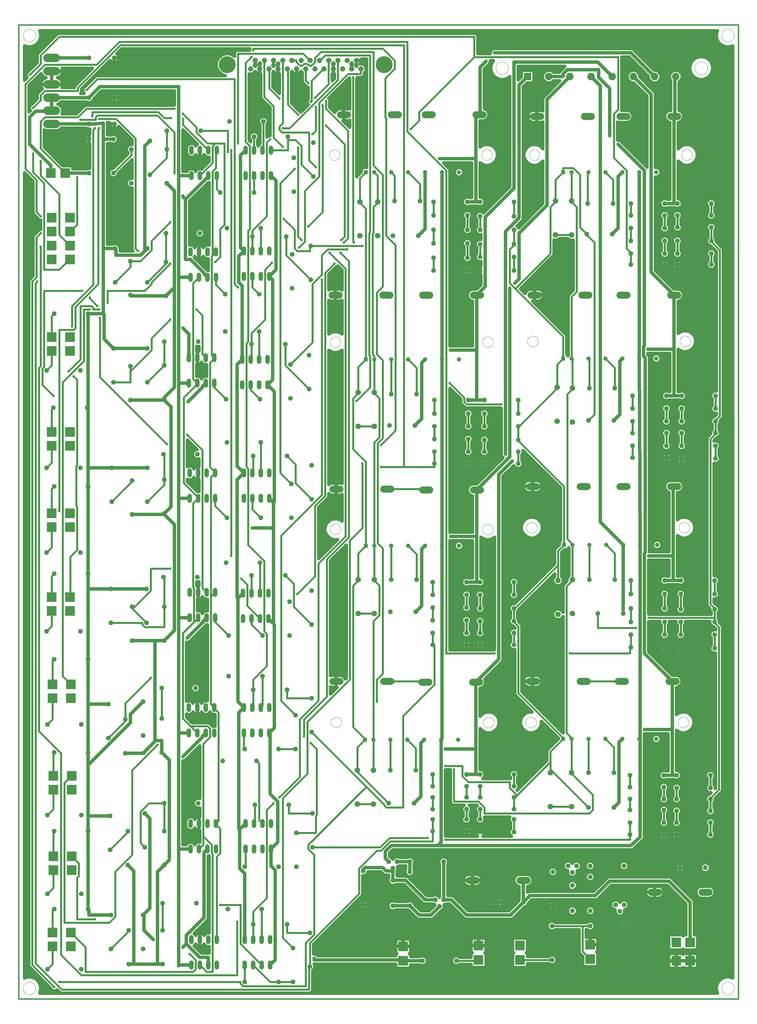
<source format=gtl>
G75*
%MOIN*%
%OFA0B0*%
%FSLAX25Y25*%
%IPPOS*%
%LPD*%
%AMOC8*
5,1,8,0,0,1.08239X$1,22.5*
%
%ADD10C,0.01600*%
%ADD11C,0.00000*%
%ADD12OC8,0.05600*%
%ADD13OC8,0.05200*%
%ADD14R,0.11811X0.11811*%
%ADD15C,0.05200*%
%ADD16OC8,0.06000*%
%ADD17C,0.20000*%
%ADD18C,0.10039*%
%ADD19R,0.08858X0.08858*%
%ADD20C,0.08858*%
%ADD21C,0.08250*%
%ADD22R,0.05150X0.05150*%
%ADD23C,0.05150*%
%ADD24C,0.06600*%
%ADD25C,0.04000*%
%ADD26C,0.03100*%
%ADD27C,0.02400*%
%ADD28R,0.03962X0.03962*%
D10*
X0017950Y0010950D02*
X0017950Y1160950D01*
X0867950Y1160950D01*
X0867950Y0010950D01*
X0017950Y0010950D01*
D11*
X0022975Y0023450D02*
X0022977Y0023633D01*
X0022984Y0023817D01*
X0022995Y0024000D01*
X0023011Y0024183D01*
X0023031Y0024365D01*
X0023056Y0024547D01*
X0023085Y0024728D01*
X0023119Y0024908D01*
X0023157Y0025088D01*
X0023199Y0025266D01*
X0023246Y0025444D01*
X0023297Y0025620D01*
X0023352Y0025795D01*
X0023412Y0025968D01*
X0023476Y0026140D01*
X0023544Y0026311D01*
X0023616Y0026479D01*
X0023693Y0026646D01*
X0023773Y0026811D01*
X0023858Y0026974D01*
X0023946Y0027134D01*
X0024038Y0027293D01*
X0024135Y0027449D01*
X0024235Y0027603D01*
X0024339Y0027754D01*
X0024446Y0027903D01*
X0024557Y0028049D01*
X0024672Y0028192D01*
X0024790Y0028332D01*
X0024911Y0028470D01*
X0025036Y0028604D01*
X0025164Y0028736D01*
X0025296Y0028864D01*
X0025430Y0028989D01*
X0025568Y0029110D01*
X0025708Y0029228D01*
X0025851Y0029343D01*
X0025997Y0029454D01*
X0026146Y0029561D01*
X0026297Y0029665D01*
X0026451Y0029765D01*
X0026607Y0029862D01*
X0026766Y0029954D01*
X0026926Y0030042D01*
X0027089Y0030127D01*
X0027254Y0030207D01*
X0027421Y0030284D01*
X0027589Y0030356D01*
X0027760Y0030424D01*
X0027932Y0030488D01*
X0028105Y0030548D01*
X0028280Y0030603D01*
X0028456Y0030654D01*
X0028634Y0030701D01*
X0028812Y0030743D01*
X0028992Y0030781D01*
X0029172Y0030815D01*
X0029353Y0030844D01*
X0029535Y0030869D01*
X0029717Y0030889D01*
X0029900Y0030905D01*
X0030083Y0030916D01*
X0030267Y0030923D01*
X0030450Y0030925D01*
X0030633Y0030923D01*
X0030817Y0030916D01*
X0031000Y0030905D01*
X0031183Y0030889D01*
X0031365Y0030869D01*
X0031547Y0030844D01*
X0031728Y0030815D01*
X0031908Y0030781D01*
X0032088Y0030743D01*
X0032266Y0030701D01*
X0032444Y0030654D01*
X0032620Y0030603D01*
X0032795Y0030548D01*
X0032968Y0030488D01*
X0033140Y0030424D01*
X0033311Y0030356D01*
X0033479Y0030284D01*
X0033646Y0030207D01*
X0033811Y0030127D01*
X0033974Y0030042D01*
X0034134Y0029954D01*
X0034293Y0029862D01*
X0034449Y0029765D01*
X0034603Y0029665D01*
X0034754Y0029561D01*
X0034903Y0029454D01*
X0035049Y0029343D01*
X0035192Y0029228D01*
X0035332Y0029110D01*
X0035470Y0028989D01*
X0035604Y0028864D01*
X0035736Y0028736D01*
X0035864Y0028604D01*
X0035989Y0028470D01*
X0036110Y0028332D01*
X0036228Y0028192D01*
X0036343Y0028049D01*
X0036454Y0027903D01*
X0036561Y0027754D01*
X0036665Y0027603D01*
X0036765Y0027449D01*
X0036862Y0027293D01*
X0036954Y0027134D01*
X0037042Y0026974D01*
X0037127Y0026811D01*
X0037207Y0026646D01*
X0037284Y0026479D01*
X0037356Y0026311D01*
X0037424Y0026140D01*
X0037488Y0025968D01*
X0037548Y0025795D01*
X0037603Y0025620D01*
X0037654Y0025444D01*
X0037701Y0025266D01*
X0037743Y0025088D01*
X0037781Y0024908D01*
X0037815Y0024728D01*
X0037844Y0024547D01*
X0037869Y0024365D01*
X0037889Y0024183D01*
X0037905Y0024000D01*
X0037916Y0023817D01*
X0037923Y0023633D01*
X0037925Y0023450D01*
X0037923Y0023267D01*
X0037916Y0023083D01*
X0037905Y0022900D01*
X0037889Y0022717D01*
X0037869Y0022535D01*
X0037844Y0022353D01*
X0037815Y0022172D01*
X0037781Y0021992D01*
X0037743Y0021812D01*
X0037701Y0021634D01*
X0037654Y0021456D01*
X0037603Y0021280D01*
X0037548Y0021105D01*
X0037488Y0020932D01*
X0037424Y0020760D01*
X0037356Y0020589D01*
X0037284Y0020421D01*
X0037207Y0020254D01*
X0037127Y0020089D01*
X0037042Y0019926D01*
X0036954Y0019766D01*
X0036862Y0019607D01*
X0036765Y0019451D01*
X0036665Y0019297D01*
X0036561Y0019146D01*
X0036454Y0018997D01*
X0036343Y0018851D01*
X0036228Y0018708D01*
X0036110Y0018568D01*
X0035989Y0018430D01*
X0035864Y0018296D01*
X0035736Y0018164D01*
X0035604Y0018036D01*
X0035470Y0017911D01*
X0035332Y0017790D01*
X0035192Y0017672D01*
X0035049Y0017557D01*
X0034903Y0017446D01*
X0034754Y0017339D01*
X0034603Y0017235D01*
X0034449Y0017135D01*
X0034293Y0017038D01*
X0034134Y0016946D01*
X0033974Y0016858D01*
X0033811Y0016773D01*
X0033646Y0016693D01*
X0033479Y0016616D01*
X0033311Y0016544D01*
X0033140Y0016476D01*
X0032968Y0016412D01*
X0032795Y0016352D01*
X0032620Y0016297D01*
X0032444Y0016246D01*
X0032266Y0016199D01*
X0032088Y0016157D01*
X0031908Y0016119D01*
X0031728Y0016085D01*
X0031547Y0016056D01*
X0031365Y0016031D01*
X0031183Y0016011D01*
X0031000Y0015995D01*
X0030817Y0015984D01*
X0030633Y0015977D01*
X0030450Y0015975D01*
X0030267Y0015977D01*
X0030083Y0015984D01*
X0029900Y0015995D01*
X0029717Y0016011D01*
X0029535Y0016031D01*
X0029353Y0016056D01*
X0029172Y0016085D01*
X0028992Y0016119D01*
X0028812Y0016157D01*
X0028634Y0016199D01*
X0028456Y0016246D01*
X0028280Y0016297D01*
X0028105Y0016352D01*
X0027932Y0016412D01*
X0027760Y0016476D01*
X0027589Y0016544D01*
X0027421Y0016616D01*
X0027254Y0016693D01*
X0027089Y0016773D01*
X0026926Y0016858D01*
X0026766Y0016946D01*
X0026607Y0017038D01*
X0026451Y0017135D01*
X0026297Y0017235D01*
X0026146Y0017339D01*
X0025997Y0017446D01*
X0025851Y0017557D01*
X0025708Y0017672D01*
X0025568Y0017790D01*
X0025430Y0017911D01*
X0025296Y0018036D01*
X0025164Y0018164D01*
X0025036Y0018296D01*
X0024911Y0018430D01*
X0024790Y0018568D01*
X0024672Y0018708D01*
X0024557Y0018851D01*
X0024446Y0018997D01*
X0024339Y0019146D01*
X0024235Y0019297D01*
X0024135Y0019451D01*
X0024038Y0019607D01*
X0023946Y0019766D01*
X0023858Y0019926D01*
X0023773Y0020089D01*
X0023693Y0020254D01*
X0023616Y0020421D01*
X0023544Y0020589D01*
X0023476Y0020760D01*
X0023412Y0020932D01*
X0023352Y0021105D01*
X0023297Y0021280D01*
X0023246Y0021456D01*
X0023199Y0021634D01*
X0023157Y0021812D01*
X0023119Y0021992D01*
X0023085Y0022172D01*
X0023056Y0022353D01*
X0023031Y0022535D01*
X0023011Y0022717D01*
X0022995Y0022900D01*
X0022984Y0023083D01*
X0022977Y0023267D01*
X0022975Y0023450D01*
X0386651Y0337450D02*
X0386653Y0337608D01*
X0386659Y0337766D01*
X0386669Y0337924D01*
X0386683Y0338082D01*
X0386701Y0338239D01*
X0386722Y0338396D01*
X0386748Y0338552D01*
X0386778Y0338708D01*
X0386811Y0338863D01*
X0386849Y0339016D01*
X0386890Y0339169D01*
X0386935Y0339321D01*
X0386984Y0339472D01*
X0387037Y0339621D01*
X0387093Y0339769D01*
X0387153Y0339915D01*
X0387217Y0340060D01*
X0387285Y0340203D01*
X0387356Y0340345D01*
X0387430Y0340485D01*
X0387508Y0340622D01*
X0387590Y0340758D01*
X0387674Y0340892D01*
X0387763Y0341023D01*
X0387854Y0341152D01*
X0387949Y0341279D01*
X0388046Y0341404D01*
X0388147Y0341526D01*
X0388251Y0341645D01*
X0388358Y0341762D01*
X0388468Y0341876D01*
X0388581Y0341987D01*
X0388696Y0342096D01*
X0388814Y0342201D01*
X0388935Y0342303D01*
X0389058Y0342403D01*
X0389184Y0342499D01*
X0389312Y0342592D01*
X0389442Y0342682D01*
X0389575Y0342768D01*
X0389710Y0342852D01*
X0389846Y0342931D01*
X0389985Y0343008D01*
X0390126Y0343080D01*
X0390268Y0343150D01*
X0390412Y0343215D01*
X0390558Y0343277D01*
X0390705Y0343335D01*
X0390854Y0343390D01*
X0391004Y0343441D01*
X0391155Y0343488D01*
X0391307Y0343531D01*
X0391460Y0343570D01*
X0391615Y0343606D01*
X0391770Y0343637D01*
X0391926Y0343665D01*
X0392082Y0343689D01*
X0392239Y0343709D01*
X0392397Y0343725D01*
X0392554Y0343737D01*
X0392713Y0343745D01*
X0392871Y0343749D01*
X0393029Y0343749D01*
X0393187Y0343745D01*
X0393346Y0343737D01*
X0393503Y0343725D01*
X0393661Y0343709D01*
X0393818Y0343689D01*
X0393974Y0343665D01*
X0394130Y0343637D01*
X0394285Y0343606D01*
X0394440Y0343570D01*
X0394593Y0343531D01*
X0394745Y0343488D01*
X0394896Y0343441D01*
X0395046Y0343390D01*
X0395195Y0343335D01*
X0395342Y0343277D01*
X0395488Y0343215D01*
X0395632Y0343150D01*
X0395774Y0343080D01*
X0395915Y0343008D01*
X0396054Y0342931D01*
X0396190Y0342852D01*
X0396325Y0342768D01*
X0396458Y0342682D01*
X0396588Y0342592D01*
X0396716Y0342499D01*
X0396842Y0342403D01*
X0396965Y0342303D01*
X0397086Y0342201D01*
X0397204Y0342096D01*
X0397319Y0341987D01*
X0397432Y0341876D01*
X0397542Y0341762D01*
X0397649Y0341645D01*
X0397753Y0341526D01*
X0397854Y0341404D01*
X0397951Y0341279D01*
X0398046Y0341152D01*
X0398137Y0341023D01*
X0398226Y0340892D01*
X0398310Y0340758D01*
X0398392Y0340622D01*
X0398470Y0340485D01*
X0398544Y0340345D01*
X0398615Y0340203D01*
X0398683Y0340060D01*
X0398747Y0339915D01*
X0398807Y0339769D01*
X0398863Y0339621D01*
X0398916Y0339472D01*
X0398965Y0339321D01*
X0399010Y0339169D01*
X0399051Y0339016D01*
X0399089Y0338863D01*
X0399122Y0338708D01*
X0399152Y0338552D01*
X0399178Y0338396D01*
X0399199Y0338239D01*
X0399217Y0338082D01*
X0399231Y0337924D01*
X0399241Y0337766D01*
X0399247Y0337608D01*
X0399249Y0337450D01*
X0399247Y0337292D01*
X0399241Y0337134D01*
X0399231Y0336976D01*
X0399217Y0336818D01*
X0399199Y0336661D01*
X0399178Y0336504D01*
X0399152Y0336348D01*
X0399122Y0336192D01*
X0399089Y0336037D01*
X0399051Y0335884D01*
X0399010Y0335731D01*
X0398965Y0335579D01*
X0398916Y0335428D01*
X0398863Y0335279D01*
X0398807Y0335131D01*
X0398747Y0334985D01*
X0398683Y0334840D01*
X0398615Y0334697D01*
X0398544Y0334555D01*
X0398470Y0334415D01*
X0398392Y0334278D01*
X0398310Y0334142D01*
X0398226Y0334008D01*
X0398137Y0333877D01*
X0398046Y0333748D01*
X0397951Y0333621D01*
X0397854Y0333496D01*
X0397753Y0333374D01*
X0397649Y0333255D01*
X0397542Y0333138D01*
X0397432Y0333024D01*
X0397319Y0332913D01*
X0397204Y0332804D01*
X0397086Y0332699D01*
X0396965Y0332597D01*
X0396842Y0332497D01*
X0396716Y0332401D01*
X0396588Y0332308D01*
X0396458Y0332218D01*
X0396325Y0332132D01*
X0396190Y0332048D01*
X0396054Y0331969D01*
X0395915Y0331892D01*
X0395774Y0331820D01*
X0395632Y0331750D01*
X0395488Y0331685D01*
X0395342Y0331623D01*
X0395195Y0331565D01*
X0395046Y0331510D01*
X0394896Y0331459D01*
X0394745Y0331412D01*
X0394593Y0331369D01*
X0394440Y0331330D01*
X0394285Y0331294D01*
X0394130Y0331263D01*
X0393974Y0331235D01*
X0393818Y0331211D01*
X0393661Y0331191D01*
X0393503Y0331175D01*
X0393346Y0331163D01*
X0393187Y0331155D01*
X0393029Y0331151D01*
X0392871Y0331151D01*
X0392713Y0331155D01*
X0392554Y0331163D01*
X0392397Y0331175D01*
X0392239Y0331191D01*
X0392082Y0331211D01*
X0391926Y0331235D01*
X0391770Y0331263D01*
X0391615Y0331294D01*
X0391460Y0331330D01*
X0391307Y0331369D01*
X0391155Y0331412D01*
X0391004Y0331459D01*
X0390854Y0331510D01*
X0390705Y0331565D01*
X0390558Y0331623D01*
X0390412Y0331685D01*
X0390268Y0331750D01*
X0390126Y0331820D01*
X0389985Y0331892D01*
X0389846Y0331969D01*
X0389710Y0332048D01*
X0389575Y0332132D01*
X0389442Y0332218D01*
X0389312Y0332308D01*
X0389184Y0332401D01*
X0389058Y0332497D01*
X0388935Y0332597D01*
X0388814Y0332699D01*
X0388696Y0332804D01*
X0388581Y0332913D01*
X0388468Y0333024D01*
X0388358Y0333138D01*
X0388251Y0333255D01*
X0388147Y0333374D01*
X0388046Y0333496D01*
X0387949Y0333621D01*
X0387854Y0333748D01*
X0387763Y0333877D01*
X0387674Y0334008D01*
X0387590Y0334142D01*
X0387508Y0334278D01*
X0387430Y0334415D01*
X0387356Y0334555D01*
X0387285Y0334697D01*
X0387217Y0334840D01*
X0387153Y0334985D01*
X0387093Y0335131D01*
X0387037Y0335279D01*
X0386984Y0335428D01*
X0386935Y0335579D01*
X0386890Y0335731D01*
X0386849Y0335884D01*
X0386811Y0336037D01*
X0386778Y0336192D01*
X0386748Y0336348D01*
X0386722Y0336504D01*
X0386701Y0336661D01*
X0386683Y0336818D01*
X0386669Y0336976D01*
X0386659Y0337134D01*
X0386653Y0337292D01*
X0386651Y0337450D01*
X0385651Y0565450D02*
X0385653Y0565608D01*
X0385659Y0565766D01*
X0385669Y0565924D01*
X0385683Y0566082D01*
X0385701Y0566239D01*
X0385722Y0566396D01*
X0385748Y0566552D01*
X0385778Y0566708D01*
X0385811Y0566863D01*
X0385849Y0567016D01*
X0385890Y0567169D01*
X0385935Y0567321D01*
X0385984Y0567472D01*
X0386037Y0567621D01*
X0386093Y0567769D01*
X0386153Y0567915D01*
X0386217Y0568060D01*
X0386285Y0568203D01*
X0386356Y0568345D01*
X0386430Y0568485D01*
X0386508Y0568622D01*
X0386590Y0568758D01*
X0386674Y0568892D01*
X0386763Y0569023D01*
X0386854Y0569152D01*
X0386949Y0569279D01*
X0387046Y0569404D01*
X0387147Y0569526D01*
X0387251Y0569645D01*
X0387358Y0569762D01*
X0387468Y0569876D01*
X0387581Y0569987D01*
X0387696Y0570096D01*
X0387814Y0570201D01*
X0387935Y0570303D01*
X0388058Y0570403D01*
X0388184Y0570499D01*
X0388312Y0570592D01*
X0388442Y0570682D01*
X0388575Y0570768D01*
X0388710Y0570852D01*
X0388846Y0570931D01*
X0388985Y0571008D01*
X0389126Y0571080D01*
X0389268Y0571150D01*
X0389412Y0571215D01*
X0389558Y0571277D01*
X0389705Y0571335D01*
X0389854Y0571390D01*
X0390004Y0571441D01*
X0390155Y0571488D01*
X0390307Y0571531D01*
X0390460Y0571570D01*
X0390615Y0571606D01*
X0390770Y0571637D01*
X0390926Y0571665D01*
X0391082Y0571689D01*
X0391239Y0571709D01*
X0391397Y0571725D01*
X0391554Y0571737D01*
X0391713Y0571745D01*
X0391871Y0571749D01*
X0392029Y0571749D01*
X0392187Y0571745D01*
X0392346Y0571737D01*
X0392503Y0571725D01*
X0392661Y0571709D01*
X0392818Y0571689D01*
X0392974Y0571665D01*
X0393130Y0571637D01*
X0393285Y0571606D01*
X0393440Y0571570D01*
X0393593Y0571531D01*
X0393745Y0571488D01*
X0393896Y0571441D01*
X0394046Y0571390D01*
X0394195Y0571335D01*
X0394342Y0571277D01*
X0394488Y0571215D01*
X0394632Y0571150D01*
X0394774Y0571080D01*
X0394915Y0571008D01*
X0395054Y0570931D01*
X0395190Y0570852D01*
X0395325Y0570768D01*
X0395458Y0570682D01*
X0395588Y0570592D01*
X0395716Y0570499D01*
X0395842Y0570403D01*
X0395965Y0570303D01*
X0396086Y0570201D01*
X0396204Y0570096D01*
X0396319Y0569987D01*
X0396432Y0569876D01*
X0396542Y0569762D01*
X0396649Y0569645D01*
X0396753Y0569526D01*
X0396854Y0569404D01*
X0396951Y0569279D01*
X0397046Y0569152D01*
X0397137Y0569023D01*
X0397226Y0568892D01*
X0397310Y0568758D01*
X0397392Y0568622D01*
X0397470Y0568485D01*
X0397544Y0568345D01*
X0397615Y0568203D01*
X0397683Y0568060D01*
X0397747Y0567915D01*
X0397807Y0567769D01*
X0397863Y0567621D01*
X0397916Y0567472D01*
X0397965Y0567321D01*
X0398010Y0567169D01*
X0398051Y0567016D01*
X0398089Y0566863D01*
X0398122Y0566708D01*
X0398152Y0566552D01*
X0398178Y0566396D01*
X0398199Y0566239D01*
X0398217Y0566082D01*
X0398231Y0565924D01*
X0398241Y0565766D01*
X0398247Y0565608D01*
X0398249Y0565450D01*
X0398247Y0565292D01*
X0398241Y0565134D01*
X0398231Y0564976D01*
X0398217Y0564818D01*
X0398199Y0564661D01*
X0398178Y0564504D01*
X0398152Y0564348D01*
X0398122Y0564192D01*
X0398089Y0564037D01*
X0398051Y0563884D01*
X0398010Y0563731D01*
X0397965Y0563579D01*
X0397916Y0563428D01*
X0397863Y0563279D01*
X0397807Y0563131D01*
X0397747Y0562985D01*
X0397683Y0562840D01*
X0397615Y0562697D01*
X0397544Y0562555D01*
X0397470Y0562415D01*
X0397392Y0562278D01*
X0397310Y0562142D01*
X0397226Y0562008D01*
X0397137Y0561877D01*
X0397046Y0561748D01*
X0396951Y0561621D01*
X0396854Y0561496D01*
X0396753Y0561374D01*
X0396649Y0561255D01*
X0396542Y0561138D01*
X0396432Y0561024D01*
X0396319Y0560913D01*
X0396204Y0560804D01*
X0396086Y0560699D01*
X0395965Y0560597D01*
X0395842Y0560497D01*
X0395716Y0560401D01*
X0395588Y0560308D01*
X0395458Y0560218D01*
X0395325Y0560132D01*
X0395190Y0560048D01*
X0395054Y0559969D01*
X0394915Y0559892D01*
X0394774Y0559820D01*
X0394632Y0559750D01*
X0394488Y0559685D01*
X0394342Y0559623D01*
X0394195Y0559565D01*
X0394046Y0559510D01*
X0393896Y0559459D01*
X0393745Y0559412D01*
X0393593Y0559369D01*
X0393440Y0559330D01*
X0393285Y0559294D01*
X0393130Y0559263D01*
X0392974Y0559235D01*
X0392818Y0559211D01*
X0392661Y0559191D01*
X0392503Y0559175D01*
X0392346Y0559163D01*
X0392187Y0559155D01*
X0392029Y0559151D01*
X0391871Y0559151D01*
X0391713Y0559155D01*
X0391554Y0559163D01*
X0391397Y0559175D01*
X0391239Y0559191D01*
X0391082Y0559211D01*
X0390926Y0559235D01*
X0390770Y0559263D01*
X0390615Y0559294D01*
X0390460Y0559330D01*
X0390307Y0559369D01*
X0390155Y0559412D01*
X0390004Y0559459D01*
X0389854Y0559510D01*
X0389705Y0559565D01*
X0389558Y0559623D01*
X0389412Y0559685D01*
X0389268Y0559750D01*
X0389126Y0559820D01*
X0388985Y0559892D01*
X0388846Y0559969D01*
X0388710Y0560048D01*
X0388575Y0560132D01*
X0388442Y0560218D01*
X0388312Y0560308D01*
X0388184Y0560401D01*
X0388058Y0560497D01*
X0387935Y0560597D01*
X0387814Y0560699D01*
X0387696Y0560804D01*
X0387581Y0560913D01*
X0387468Y0561024D01*
X0387358Y0561138D01*
X0387251Y0561255D01*
X0387147Y0561374D01*
X0387046Y0561496D01*
X0386949Y0561621D01*
X0386854Y0561748D01*
X0386763Y0561877D01*
X0386674Y0562008D01*
X0386590Y0562142D01*
X0386508Y0562278D01*
X0386430Y0562415D01*
X0386356Y0562555D01*
X0386285Y0562697D01*
X0386217Y0562840D01*
X0386153Y0562985D01*
X0386093Y0563131D01*
X0386037Y0563279D01*
X0385984Y0563428D01*
X0385935Y0563579D01*
X0385890Y0563731D01*
X0385849Y0563884D01*
X0385811Y0564037D01*
X0385778Y0564192D01*
X0385748Y0564348D01*
X0385722Y0564504D01*
X0385701Y0564661D01*
X0385683Y0564818D01*
X0385669Y0564976D01*
X0385659Y0565134D01*
X0385653Y0565292D01*
X0385651Y0565450D01*
X0385651Y0786450D02*
X0385653Y0786608D01*
X0385659Y0786766D01*
X0385669Y0786924D01*
X0385683Y0787082D01*
X0385701Y0787239D01*
X0385722Y0787396D01*
X0385748Y0787552D01*
X0385778Y0787708D01*
X0385811Y0787863D01*
X0385849Y0788016D01*
X0385890Y0788169D01*
X0385935Y0788321D01*
X0385984Y0788472D01*
X0386037Y0788621D01*
X0386093Y0788769D01*
X0386153Y0788915D01*
X0386217Y0789060D01*
X0386285Y0789203D01*
X0386356Y0789345D01*
X0386430Y0789485D01*
X0386508Y0789622D01*
X0386590Y0789758D01*
X0386674Y0789892D01*
X0386763Y0790023D01*
X0386854Y0790152D01*
X0386949Y0790279D01*
X0387046Y0790404D01*
X0387147Y0790526D01*
X0387251Y0790645D01*
X0387358Y0790762D01*
X0387468Y0790876D01*
X0387581Y0790987D01*
X0387696Y0791096D01*
X0387814Y0791201D01*
X0387935Y0791303D01*
X0388058Y0791403D01*
X0388184Y0791499D01*
X0388312Y0791592D01*
X0388442Y0791682D01*
X0388575Y0791768D01*
X0388710Y0791852D01*
X0388846Y0791931D01*
X0388985Y0792008D01*
X0389126Y0792080D01*
X0389268Y0792150D01*
X0389412Y0792215D01*
X0389558Y0792277D01*
X0389705Y0792335D01*
X0389854Y0792390D01*
X0390004Y0792441D01*
X0390155Y0792488D01*
X0390307Y0792531D01*
X0390460Y0792570D01*
X0390615Y0792606D01*
X0390770Y0792637D01*
X0390926Y0792665D01*
X0391082Y0792689D01*
X0391239Y0792709D01*
X0391397Y0792725D01*
X0391554Y0792737D01*
X0391713Y0792745D01*
X0391871Y0792749D01*
X0392029Y0792749D01*
X0392187Y0792745D01*
X0392346Y0792737D01*
X0392503Y0792725D01*
X0392661Y0792709D01*
X0392818Y0792689D01*
X0392974Y0792665D01*
X0393130Y0792637D01*
X0393285Y0792606D01*
X0393440Y0792570D01*
X0393593Y0792531D01*
X0393745Y0792488D01*
X0393896Y0792441D01*
X0394046Y0792390D01*
X0394195Y0792335D01*
X0394342Y0792277D01*
X0394488Y0792215D01*
X0394632Y0792150D01*
X0394774Y0792080D01*
X0394915Y0792008D01*
X0395054Y0791931D01*
X0395190Y0791852D01*
X0395325Y0791768D01*
X0395458Y0791682D01*
X0395588Y0791592D01*
X0395716Y0791499D01*
X0395842Y0791403D01*
X0395965Y0791303D01*
X0396086Y0791201D01*
X0396204Y0791096D01*
X0396319Y0790987D01*
X0396432Y0790876D01*
X0396542Y0790762D01*
X0396649Y0790645D01*
X0396753Y0790526D01*
X0396854Y0790404D01*
X0396951Y0790279D01*
X0397046Y0790152D01*
X0397137Y0790023D01*
X0397226Y0789892D01*
X0397310Y0789758D01*
X0397392Y0789622D01*
X0397470Y0789485D01*
X0397544Y0789345D01*
X0397615Y0789203D01*
X0397683Y0789060D01*
X0397747Y0788915D01*
X0397807Y0788769D01*
X0397863Y0788621D01*
X0397916Y0788472D01*
X0397965Y0788321D01*
X0398010Y0788169D01*
X0398051Y0788016D01*
X0398089Y0787863D01*
X0398122Y0787708D01*
X0398152Y0787552D01*
X0398178Y0787396D01*
X0398199Y0787239D01*
X0398217Y0787082D01*
X0398231Y0786924D01*
X0398241Y0786766D01*
X0398247Y0786608D01*
X0398249Y0786450D01*
X0398247Y0786292D01*
X0398241Y0786134D01*
X0398231Y0785976D01*
X0398217Y0785818D01*
X0398199Y0785661D01*
X0398178Y0785504D01*
X0398152Y0785348D01*
X0398122Y0785192D01*
X0398089Y0785037D01*
X0398051Y0784884D01*
X0398010Y0784731D01*
X0397965Y0784579D01*
X0397916Y0784428D01*
X0397863Y0784279D01*
X0397807Y0784131D01*
X0397747Y0783985D01*
X0397683Y0783840D01*
X0397615Y0783697D01*
X0397544Y0783555D01*
X0397470Y0783415D01*
X0397392Y0783278D01*
X0397310Y0783142D01*
X0397226Y0783008D01*
X0397137Y0782877D01*
X0397046Y0782748D01*
X0396951Y0782621D01*
X0396854Y0782496D01*
X0396753Y0782374D01*
X0396649Y0782255D01*
X0396542Y0782138D01*
X0396432Y0782024D01*
X0396319Y0781913D01*
X0396204Y0781804D01*
X0396086Y0781699D01*
X0395965Y0781597D01*
X0395842Y0781497D01*
X0395716Y0781401D01*
X0395588Y0781308D01*
X0395458Y0781218D01*
X0395325Y0781132D01*
X0395190Y0781048D01*
X0395054Y0780969D01*
X0394915Y0780892D01*
X0394774Y0780820D01*
X0394632Y0780750D01*
X0394488Y0780685D01*
X0394342Y0780623D01*
X0394195Y0780565D01*
X0394046Y0780510D01*
X0393896Y0780459D01*
X0393745Y0780412D01*
X0393593Y0780369D01*
X0393440Y0780330D01*
X0393285Y0780294D01*
X0393130Y0780263D01*
X0392974Y0780235D01*
X0392818Y0780211D01*
X0392661Y0780191D01*
X0392503Y0780175D01*
X0392346Y0780163D01*
X0392187Y0780155D01*
X0392029Y0780151D01*
X0391871Y0780151D01*
X0391713Y0780155D01*
X0391554Y0780163D01*
X0391397Y0780175D01*
X0391239Y0780191D01*
X0391082Y0780211D01*
X0390926Y0780235D01*
X0390770Y0780263D01*
X0390615Y0780294D01*
X0390460Y0780330D01*
X0390307Y0780369D01*
X0390155Y0780412D01*
X0390004Y0780459D01*
X0389854Y0780510D01*
X0389705Y0780565D01*
X0389558Y0780623D01*
X0389412Y0780685D01*
X0389268Y0780750D01*
X0389126Y0780820D01*
X0388985Y0780892D01*
X0388846Y0780969D01*
X0388710Y0781048D01*
X0388575Y0781132D01*
X0388442Y0781218D01*
X0388312Y0781308D01*
X0388184Y0781401D01*
X0388058Y0781497D01*
X0387935Y0781597D01*
X0387814Y0781699D01*
X0387696Y0781804D01*
X0387581Y0781913D01*
X0387468Y0782024D01*
X0387358Y0782138D01*
X0387251Y0782255D01*
X0387147Y0782374D01*
X0387046Y0782496D01*
X0386949Y0782621D01*
X0386854Y0782748D01*
X0386763Y0782877D01*
X0386674Y0783008D01*
X0386590Y0783142D01*
X0386508Y0783278D01*
X0386430Y0783415D01*
X0386356Y0783555D01*
X0386285Y0783697D01*
X0386217Y0783840D01*
X0386153Y0783985D01*
X0386093Y0784131D01*
X0386037Y0784279D01*
X0385984Y0784428D01*
X0385935Y0784579D01*
X0385890Y0784731D01*
X0385849Y0784884D01*
X0385811Y0785037D01*
X0385778Y0785192D01*
X0385748Y0785348D01*
X0385722Y0785504D01*
X0385701Y0785661D01*
X0385683Y0785818D01*
X0385669Y0785976D01*
X0385659Y0786134D01*
X0385653Y0786292D01*
X0385651Y0786450D01*
X0384651Y1007450D02*
X0384653Y1007608D01*
X0384659Y1007766D01*
X0384669Y1007924D01*
X0384683Y1008082D01*
X0384701Y1008239D01*
X0384722Y1008396D01*
X0384748Y1008552D01*
X0384778Y1008708D01*
X0384811Y1008863D01*
X0384849Y1009016D01*
X0384890Y1009169D01*
X0384935Y1009321D01*
X0384984Y1009472D01*
X0385037Y1009621D01*
X0385093Y1009769D01*
X0385153Y1009915D01*
X0385217Y1010060D01*
X0385285Y1010203D01*
X0385356Y1010345D01*
X0385430Y1010485D01*
X0385508Y1010622D01*
X0385590Y1010758D01*
X0385674Y1010892D01*
X0385763Y1011023D01*
X0385854Y1011152D01*
X0385949Y1011279D01*
X0386046Y1011404D01*
X0386147Y1011526D01*
X0386251Y1011645D01*
X0386358Y1011762D01*
X0386468Y1011876D01*
X0386581Y1011987D01*
X0386696Y1012096D01*
X0386814Y1012201D01*
X0386935Y1012303D01*
X0387058Y1012403D01*
X0387184Y1012499D01*
X0387312Y1012592D01*
X0387442Y1012682D01*
X0387575Y1012768D01*
X0387710Y1012852D01*
X0387846Y1012931D01*
X0387985Y1013008D01*
X0388126Y1013080D01*
X0388268Y1013150D01*
X0388412Y1013215D01*
X0388558Y1013277D01*
X0388705Y1013335D01*
X0388854Y1013390D01*
X0389004Y1013441D01*
X0389155Y1013488D01*
X0389307Y1013531D01*
X0389460Y1013570D01*
X0389615Y1013606D01*
X0389770Y1013637D01*
X0389926Y1013665D01*
X0390082Y1013689D01*
X0390239Y1013709D01*
X0390397Y1013725D01*
X0390554Y1013737D01*
X0390713Y1013745D01*
X0390871Y1013749D01*
X0391029Y1013749D01*
X0391187Y1013745D01*
X0391346Y1013737D01*
X0391503Y1013725D01*
X0391661Y1013709D01*
X0391818Y1013689D01*
X0391974Y1013665D01*
X0392130Y1013637D01*
X0392285Y1013606D01*
X0392440Y1013570D01*
X0392593Y1013531D01*
X0392745Y1013488D01*
X0392896Y1013441D01*
X0393046Y1013390D01*
X0393195Y1013335D01*
X0393342Y1013277D01*
X0393488Y1013215D01*
X0393632Y1013150D01*
X0393774Y1013080D01*
X0393915Y1013008D01*
X0394054Y1012931D01*
X0394190Y1012852D01*
X0394325Y1012768D01*
X0394458Y1012682D01*
X0394588Y1012592D01*
X0394716Y1012499D01*
X0394842Y1012403D01*
X0394965Y1012303D01*
X0395086Y1012201D01*
X0395204Y1012096D01*
X0395319Y1011987D01*
X0395432Y1011876D01*
X0395542Y1011762D01*
X0395649Y1011645D01*
X0395753Y1011526D01*
X0395854Y1011404D01*
X0395951Y1011279D01*
X0396046Y1011152D01*
X0396137Y1011023D01*
X0396226Y1010892D01*
X0396310Y1010758D01*
X0396392Y1010622D01*
X0396470Y1010485D01*
X0396544Y1010345D01*
X0396615Y1010203D01*
X0396683Y1010060D01*
X0396747Y1009915D01*
X0396807Y1009769D01*
X0396863Y1009621D01*
X0396916Y1009472D01*
X0396965Y1009321D01*
X0397010Y1009169D01*
X0397051Y1009016D01*
X0397089Y1008863D01*
X0397122Y1008708D01*
X0397152Y1008552D01*
X0397178Y1008396D01*
X0397199Y1008239D01*
X0397217Y1008082D01*
X0397231Y1007924D01*
X0397241Y1007766D01*
X0397247Y1007608D01*
X0397249Y1007450D01*
X0397247Y1007292D01*
X0397241Y1007134D01*
X0397231Y1006976D01*
X0397217Y1006818D01*
X0397199Y1006661D01*
X0397178Y1006504D01*
X0397152Y1006348D01*
X0397122Y1006192D01*
X0397089Y1006037D01*
X0397051Y1005884D01*
X0397010Y1005731D01*
X0396965Y1005579D01*
X0396916Y1005428D01*
X0396863Y1005279D01*
X0396807Y1005131D01*
X0396747Y1004985D01*
X0396683Y1004840D01*
X0396615Y1004697D01*
X0396544Y1004555D01*
X0396470Y1004415D01*
X0396392Y1004278D01*
X0396310Y1004142D01*
X0396226Y1004008D01*
X0396137Y1003877D01*
X0396046Y1003748D01*
X0395951Y1003621D01*
X0395854Y1003496D01*
X0395753Y1003374D01*
X0395649Y1003255D01*
X0395542Y1003138D01*
X0395432Y1003024D01*
X0395319Y1002913D01*
X0395204Y1002804D01*
X0395086Y1002699D01*
X0394965Y1002597D01*
X0394842Y1002497D01*
X0394716Y1002401D01*
X0394588Y1002308D01*
X0394458Y1002218D01*
X0394325Y1002132D01*
X0394190Y1002048D01*
X0394054Y1001969D01*
X0393915Y1001892D01*
X0393774Y1001820D01*
X0393632Y1001750D01*
X0393488Y1001685D01*
X0393342Y1001623D01*
X0393195Y1001565D01*
X0393046Y1001510D01*
X0392896Y1001459D01*
X0392745Y1001412D01*
X0392593Y1001369D01*
X0392440Y1001330D01*
X0392285Y1001294D01*
X0392130Y1001263D01*
X0391974Y1001235D01*
X0391818Y1001211D01*
X0391661Y1001191D01*
X0391503Y1001175D01*
X0391346Y1001163D01*
X0391187Y1001155D01*
X0391029Y1001151D01*
X0390871Y1001151D01*
X0390713Y1001155D01*
X0390554Y1001163D01*
X0390397Y1001175D01*
X0390239Y1001191D01*
X0390082Y1001211D01*
X0389926Y1001235D01*
X0389770Y1001263D01*
X0389615Y1001294D01*
X0389460Y1001330D01*
X0389307Y1001369D01*
X0389155Y1001412D01*
X0389004Y1001459D01*
X0388854Y1001510D01*
X0388705Y1001565D01*
X0388558Y1001623D01*
X0388412Y1001685D01*
X0388268Y1001750D01*
X0388126Y1001820D01*
X0387985Y1001892D01*
X0387846Y1001969D01*
X0387710Y1002048D01*
X0387575Y1002132D01*
X0387442Y1002218D01*
X0387312Y1002308D01*
X0387184Y1002401D01*
X0387058Y1002497D01*
X0386935Y1002597D01*
X0386814Y1002699D01*
X0386696Y1002804D01*
X0386581Y1002913D01*
X0386468Y1003024D01*
X0386358Y1003138D01*
X0386251Y1003255D01*
X0386147Y1003374D01*
X0386046Y1003496D01*
X0385949Y1003621D01*
X0385854Y1003748D01*
X0385763Y1003877D01*
X0385674Y1004008D01*
X0385590Y1004142D01*
X0385508Y1004278D01*
X0385430Y1004415D01*
X0385356Y1004555D01*
X0385285Y1004697D01*
X0385217Y1004840D01*
X0385153Y1004985D01*
X0385093Y1005131D01*
X0385037Y1005279D01*
X0384984Y1005428D01*
X0384935Y1005579D01*
X0384890Y1005731D01*
X0384849Y1005884D01*
X0384811Y1006037D01*
X0384778Y1006192D01*
X0384748Y1006348D01*
X0384722Y1006504D01*
X0384701Y1006661D01*
X0384683Y1006818D01*
X0384669Y1006976D01*
X0384659Y1007134D01*
X0384653Y1007292D01*
X0384651Y1007450D01*
X0564651Y1007450D02*
X0564653Y1007608D01*
X0564659Y1007766D01*
X0564669Y1007924D01*
X0564683Y1008082D01*
X0564701Y1008239D01*
X0564722Y1008396D01*
X0564748Y1008552D01*
X0564778Y1008708D01*
X0564811Y1008863D01*
X0564849Y1009016D01*
X0564890Y1009169D01*
X0564935Y1009321D01*
X0564984Y1009472D01*
X0565037Y1009621D01*
X0565093Y1009769D01*
X0565153Y1009915D01*
X0565217Y1010060D01*
X0565285Y1010203D01*
X0565356Y1010345D01*
X0565430Y1010485D01*
X0565508Y1010622D01*
X0565590Y1010758D01*
X0565674Y1010892D01*
X0565763Y1011023D01*
X0565854Y1011152D01*
X0565949Y1011279D01*
X0566046Y1011404D01*
X0566147Y1011526D01*
X0566251Y1011645D01*
X0566358Y1011762D01*
X0566468Y1011876D01*
X0566581Y1011987D01*
X0566696Y1012096D01*
X0566814Y1012201D01*
X0566935Y1012303D01*
X0567058Y1012403D01*
X0567184Y1012499D01*
X0567312Y1012592D01*
X0567442Y1012682D01*
X0567575Y1012768D01*
X0567710Y1012852D01*
X0567846Y1012931D01*
X0567985Y1013008D01*
X0568126Y1013080D01*
X0568268Y1013150D01*
X0568412Y1013215D01*
X0568558Y1013277D01*
X0568705Y1013335D01*
X0568854Y1013390D01*
X0569004Y1013441D01*
X0569155Y1013488D01*
X0569307Y1013531D01*
X0569460Y1013570D01*
X0569615Y1013606D01*
X0569770Y1013637D01*
X0569926Y1013665D01*
X0570082Y1013689D01*
X0570239Y1013709D01*
X0570397Y1013725D01*
X0570554Y1013737D01*
X0570713Y1013745D01*
X0570871Y1013749D01*
X0571029Y1013749D01*
X0571187Y1013745D01*
X0571346Y1013737D01*
X0571503Y1013725D01*
X0571661Y1013709D01*
X0571818Y1013689D01*
X0571974Y1013665D01*
X0572130Y1013637D01*
X0572285Y1013606D01*
X0572440Y1013570D01*
X0572593Y1013531D01*
X0572745Y1013488D01*
X0572896Y1013441D01*
X0573046Y1013390D01*
X0573195Y1013335D01*
X0573342Y1013277D01*
X0573488Y1013215D01*
X0573632Y1013150D01*
X0573774Y1013080D01*
X0573915Y1013008D01*
X0574054Y1012931D01*
X0574190Y1012852D01*
X0574325Y1012768D01*
X0574458Y1012682D01*
X0574588Y1012592D01*
X0574716Y1012499D01*
X0574842Y1012403D01*
X0574965Y1012303D01*
X0575086Y1012201D01*
X0575204Y1012096D01*
X0575319Y1011987D01*
X0575432Y1011876D01*
X0575542Y1011762D01*
X0575649Y1011645D01*
X0575753Y1011526D01*
X0575854Y1011404D01*
X0575951Y1011279D01*
X0576046Y1011152D01*
X0576137Y1011023D01*
X0576226Y1010892D01*
X0576310Y1010758D01*
X0576392Y1010622D01*
X0576470Y1010485D01*
X0576544Y1010345D01*
X0576615Y1010203D01*
X0576683Y1010060D01*
X0576747Y1009915D01*
X0576807Y1009769D01*
X0576863Y1009621D01*
X0576916Y1009472D01*
X0576965Y1009321D01*
X0577010Y1009169D01*
X0577051Y1009016D01*
X0577089Y1008863D01*
X0577122Y1008708D01*
X0577152Y1008552D01*
X0577178Y1008396D01*
X0577199Y1008239D01*
X0577217Y1008082D01*
X0577231Y1007924D01*
X0577241Y1007766D01*
X0577247Y1007608D01*
X0577249Y1007450D01*
X0577247Y1007292D01*
X0577241Y1007134D01*
X0577231Y1006976D01*
X0577217Y1006818D01*
X0577199Y1006661D01*
X0577178Y1006504D01*
X0577152Y1006348D01*
X0577122Y1006192D01*
X0577089Y1006037D01*
X0577051Y1005884D01*
X0577010Y1005731D01*
X0576965Y1005579D01*
X0576916Y1005428D01*
X0576863Y1005279D01*
X0576807Y1005131D01*
X0576747Y1004985D01*
X0576683Y1004840D01*
X0576615Y1004697D01*
X0576544Y1004555D01*
X0576470Y1004415D01*
X0576392Y1004278D01*
X0576310Y1004142D01*
X0576226Y1004008D01*
X0576137Y1003877D01*
X0576046Y1003748D01*
X0575951Y1003621D01*
X0575854Y1003496D01*
X0575753Y1003374D01*
X0575649Y1003255D01*
X0575542Y1003138D01*
X0575432Y1003024D01*
X0575319Y1002913D01*
X0575204Y1002804D01*
X0575086Y1002699D01*
X0574965Y1002597D01*
X0574842Y1002497D01*
X0574716Y1002401D01*
X0574588Y1002308D01*
X0574458Y1002218D01*
X0574325Y1002132D01*
X0574190Y1002048D01*
X0574054Y1001969D01*
X0573915Y1001892D01*
X0573774Y1001820D01*
X0573632Y1001750D01*
X0573488Y1001685D01*
X0573342Y1001623D01*
X0573195Y1001565D01*
X0573046Y1001510D01*
X0572896Y1001459D01*
X0572745Y1001412D01*
X0572593Y1001369D01*
X0572440Y1001330D01*
X0572285Y1001294D01*
X0572130Y1001263D01*
X0571974Y1001235D01*
X0571818Y1001211D01*
X0571661Y1001191D01*
X0571503Y1001175D01*
X0571346Y1001163D01*
X0571187Y1001155D01*
X0571029Y1001151D01*
X0570871Y1001151D01*
X0570713Y1001155D01*
X0570554Y1001163D01*
X0570397Y1001175D01*
X0570239Y1001191D01*
X0570082Y1001211D01*
X0569926Y1001235D01*
X0569770Y1001263D01*
X0569615Y1001294D01*
X0569460Y1001330D01*
X0569307Y1001369D01*
X0569155Y1001412D01*
X0569004Y1001459D01*
X0568854Y1001510D01*
X0568705Y1001565D01*
X0568558Y1001623D01*
X0568412Y1001685D01*
X0568268Y1001750D01*
X0568126Y1001820D01*
X0567985Y1001892D01*
X0567846Y1001969D01*
X0567710Y1002048D01*
X0567575Y1002132D01*
X0567442Y1002218D01*
X0567312Y1002308D01*
X0567184Y1002401D01*
X0567058Y1002497D01*
X0566935Y1002597D01*
X0566814Y1002699D01*
X0566696Y1002804D01*
X0566581Y1002913D01*
X0566468Y1003024D01*
X0566358Y1003138D01*
X0566251Y1003255D01*
X0566147Y1003374D01*
X0566046Y1003496D01*
X0565949Y1003621D01*
X0565854Y1003748D01*
X0565763Y1003877D01*
X0565674Y1004008D01*
X0565590Y1004142D01*
X0565508Y1004278D01*
X0565430Y1004415D01*
X0565356Y1004555D01*
X0565285Y1004697D01*
X0565217Y1004840D01*
X0565153Y1004985D01*
X0565093Y1005131D01*
X0565037Y1005279D01*
X0564984Y1005428D01*
X0564935Y1005579D01*
X0564890Y1005731D01*
X0564849Y1005884D01*
X0564811Y1006037D01*
X0564778Y1006192D01*
X0564748Y1006348D01*
X0564722Y1006504D01*
X0564701Y1006661D01*
X0564683Y1006818D01*
X0564669Y1006976D01*
X0564659Y1007134D01*
X0564653Y1007292D01*
X0564651Y1007450D01*
X0620651Y1007450D02*
X0620653Y1007608D01*
X0620659Y1007766D01*
X0620669Y1007924D01*
X0620683Y1008082D01*
X0620701Y1008239D01*
X0620722Y1008396D01*
X0620748Y1008552D01*
X0620778Y1008708D01*
X0620811Y1008863D01*
X0620849Y1009016D01*
X0620890Y1009169D01*
X0620935Y1009321D01*
X0620984Y1009472D01*
X0621037Y1009621D01*
X0621093Y1009769D01*
X0621153Y1009915D01*
X0621217Y1010060D01*
X0621285Y1010203D01*
X0621356Y1010345D01*
X0621430Y1010485D01*
X0621508Y1010622D01*
X0621590Y1010758D01*
X0621674Y1010892D01*
X0621763Y1011023D01*
X0621854Y1011152D01*
X0621949Y1011279D01*
X0622046Y1011404D01*
X0622147Y1011526D01*
X0622251Y1011645D01*
X0622358Y1011762D01*
X0622468Y1011876D01*
X0622581Y1011987D01*
X0622696Y1012096D01*
X0622814Y1012201D01*
X0622935Y1012303D01*
X0623058Y1012403D01*
X0623184Y1012499D01*
X0623312Y1012592D01*
X0623442Y1012682D01*
X0623575Y1012768D01*
X0623710Y1012852D01*
X0623846Y1012931D01*
X0623985Y1013008D01*
X0624126Y1013080D01*
X0624268Y1013150D01*
X0624412Y1013215D01*
X0624558Y1013277D01*
X0624705Y1013335D01*
X0624854Y1013390D01*
X0625004Y1013441D01*
X0625155Y1013488D01*
X0625307Y1013531D01*
X0625460Y1013570D01*
X0625615Y1013606D01*
X0625770Y1013637D01*
X0625926Y1013665D01*
X0626082Y1013689D01*
X0626239Y1013709D01*
X0626397Y1013725D01*
X0626554Y1013737D01*
X0626713Y1013745D01*
X0626871Y1013749D01*
X0627029Y1013749D01*
X0627187Y1013745D01*
X0627346Y1013737D01*
X0627503Y1013725D01*
X0627661Y1013709D01*
X0627818Y1013689D01*
X0627974Y1013665D01*
X0628130Y1013637D01*
X0628285Y1013606D01*
X0628440Y1013570D01*
X0628593Y1013531D01*
X0628745Y1013488D01*
X0628896Y1013441D01*
X0629046Y1013390D01*
X0629195Y1013335D01*
X0629342Y1013277D01*
X0629488Y1013215D01*
X0629632Y1013150D01*
X0629774Y1013080D01*
X0629915Y1013008D01*
X0630054Y1012931D01*
X0630190Y1012852D01*
X0630325Y1012768D01*
X0630458Y1012682D01*
X0630588Y1012592D01*
X0630716Y1012499D01*
X0630842Y1012403D01*
X0630965Y1012303D01*
X0631086Y1012201D01*
X0631204Y1012096D01*
X0631319Y1011987D01*
X0631432Y1011876D01*
X0631542Y1011762D01*
X0631649Y1011645D01*
X0631753Y1011526D01*
X0631854Y1011404D01*
X0631951Y1011279D01*
X0632046Y1011152D01*
X0632137Y1011023D01*
X0632226Y1010892D01*
X0632310Y1010758D01*
X0632392Y1010622D01*
X0632470Y1010485D01*
X0632544Y1010345D01*
X0632615Y1010203D01*
X0632683Y1010060D01*
X0632747Y1009915D01*
X0632807Y1009769D01*
X0632863Y1009621D01*
X0632916Y1009472D01*
X0632965Y1009321D01*
X0633010Y1009169D01*
X0633051Y1009016D01*
X0633089Y1008863D01*
X0633122Y1008708D01*
X0633152Y1008552D01*
X0633178Y1008396D01*
X0633199Y1008239D01*
X0633217Y1008082D01*
X0633231Y1007924D01*
X0633241Y1007766D01*
X0633247Y1007608D01*
X0633249Y1007450D01*
X0633247Y1007292D01*
X0633241Y1007134D01*
X0633231Y1006976D01*
X0633217Y1006818D01*
X0633199Y1006661D01*
X0633178Y1006504D01*
X0633152Y1006348D01*
X0633122Y1006192D01*
X0633089Y1006037D01*
X0633051Y1005884D01*
X0633010Y1005731D01*
X0632965Y1005579D01*
X0632916Y1005428D01*
X0632863Y1005279D01*
X0632807Y1005131D01*
X0632747Y1004985D01*
X0632683Y1004840D01*
X0632615Y1004697D01*
X0632544Y1004555D01*
X0632470Y1004415D01*
X0632392Y1004278D01*
X0632310Y1004142D01*
X0632226Y1004008D01*
X0632137Y1003877D01*
X0632046Y1003748D01*
X0631951Y1003621D01*
X0631854Y1003496D01*
X0631753Y1003374D01*
X0631649Y1003255D01*
X0631542Y1003138D01*
X0631432Y1003024D01*
X0631319Y1002913D01*
X0631204Y1002804D01*
X0631086Y1002699D01*
X0630965Y1002597D01*
X0630842Y1002497D01*
X0630716Y1002401D01*
X0630588Y1002308D01*
X0630458Y1002218D01*
X0630325Y1002132D01*
X0630190Y1002048D01*
X0630054Y1001969D01*
X0629915Y1001892D01*
X0629774Y1001820D01*
X0629632Y1001750D01*
X0629488Y1001685D01*
X0629342Y1001623D01*
X0629195Y1001565D01*
X0629046Y1001510D01*
X0628896Y1001459D01*
X0628745Y1001412D01*
X0628593Y1001369D01*
X0628440Y1001330D01*
X0628285Y1001294D01*
X0628130Y1001263D01*
X0627974Y1001235D01*
X0627818Y1001211D01*
X0627661Y1001191D01*
X0627503Y1001175D01*
X0627346Y1001163D01*
X0627187Y1001155D01*
X0627029Y1001151D01*
X0626871Y1001151D01*
X0626713Y1001155D01*
X0626554Y1001163D01*
X0626397Y1001175D01*
X0626239Y1001191D01*
X0626082Y1001211D01*
X0625926Y1001235D01*
X0625770Y1001263D01*
X0625615Y1001294D01*
X0625460Y1001330D01*
X0625307Y1001369D01*
X0625155Y1001412D01*
X0625004Y1001459D01*
X0624854Y1001510D01*
X0624705Y1001565D01*
X0624558Y1001623D01*
X0624412Y1001685D01*
X0624268Y1001750D01*
X0624126Y1001820D01*
X0623985Y1001892D01*
X0623846Y1001969D01*
X0623710Y1002048D01*
X0623575Y1002132D01*
X0623442Y1002218D01*
X0623312Y1002308D01*
X0623184Y1002401D01*
X0623058Y1002497D01*
X0622935Y1002597D01*
X0622814Y1002699D01*
X0622696Y1002804D01*
X0622581Y1002913D01*
X0622468Y1003024D01*
X0622358Y1003138D01*
X0622251Y1003255D01*
X0622147Y1003374D01*
X0622046Y1003496D01*
X0621949Y1003621D01*
X0621854Y1003748D01*
X0621763Y1003877D01*
X0621674Y1004008D01*
X0621590Y1004142D01*
X0621508Y1004278D01*
X0621430Y1004415D01*
X0621356Y1004555D01*
X0621285Y1004697D01*
X0621217Y1004840D01*
X0621153Y1004985D01*
X0621093Y1005131D01*
X0621037Y1005279D01*
X0620984Y1005428D01*
X0620935Y1005579D01*
X0620890Y1005731D01*
X0620849Y1005884D01*
X0620811Y1006037D01*
X0620778Y1006192D01*
X0620748Y1006348D01*
X0620722Y1006504D01*
X0620701Y1006661D01*
X0620683Y1006818D01*
X0620669Y1006976D01*
X0620659Y1007134D01*
X0620653Y1007292D01*
X0620651Y1007450D01*
X0581450Y1109950D02*
X0581452Y1110134D01*
X0581459Y1110318D01*
X0581470Y1110502D01*
X0581486Y1110685D01*
X0581506Y1110868D01*
X0581531Y1111050D01*
X0581560Y1111232D01*
X0581594Y1111413D01*
X0581632Y1111593D01*
X0581675Y1111772D01*
X0581722Y1111950D01*
X0581773Y1112127D01*
X0581829Y1112303D01*
X0581888Y1112477D01*
X0581953Y1112649D01*
X0582021Y1112820D01*
X0582093Y1112989D01*
X0582170Y1113157D01*
X0582251Y1113322D01*
X0582336Y1113485D01*
X0582424Y1113647D01*
X0582517Y1113806D01*
X0582614Y1113962D01*
X0582714Y1114117D01*
X0582818Y1114269D01*
X0582926Y1114418D01*
X0583037Y1114564D01*
X0583152Y1114708D01*
X0583271Y1114849D01*
X0583393Y1114987D01*
X0583518Y1115122D01*
X0583647Y1115253D01*
X0583778Y1115382D01*
X0583913Y1115507D01*
X0584051Y1115629D01*
X0584192Y1115748D01*
X0584336Y1115863D01*
X0584482Y1115974D01*
X0584631Y1116082D01*
X0584783Y1116186D01*
X0584938Y1116286D01*
X0585094Y1116383D01*
X0585253Y1116476D01*
X0585415Y1116564D01*
X0585578Y1116649D01*
X0585743Y1116730D01*
X0585911Y1116807D01*
X0586080Y1116879D01*
X0586251Y1116947D01*
X0586423Y1117012D01*
X0586597Y1117071D01*
X0586773Y1117127D01*
X0586950Y1117178D01*
X0587128Y1117225D01*
X0587307Y1117268D01*
X0587487Y1117306D01*
X0587668Y1117340D01*
X0587850Y1117369D01*
X0588032Y1117394D01*
X0588215Y1117414D01*
X0588398Y1117430D01*
X0588582Y1117441D01*
X0588766Y1117448D01*
X0588950Y1117450D01*
X0589134Y1117448D01*
X0589318Y1117441D01*
X0589502Y1117430D01*
X0589685Y1117414D01*
X0589868Y1117394D01*
X0590050Y1117369D01*
X0590232Y1117340D01*
X0590413Y1117306D01*
X0590593Y1117268D01*
X0590772Y1117225D01*
X0590950Y1117178D01*
X0591127Y1117127D01*
X0591303Y1117071D01*
X0591477Y1117012D01*
X0591649Y1116947D01*
X0591820Y1116879D01*
X0591989Y1116807D01*
X0592157Y1116730D01*
X0592322Y1116649D01*
X0592485Y1116564D01*
X0592647Y1116476D01*
X0592806Y1116383D01*
X0592962Y1116286D01*
X0593117Y1116186D01*
X0593269Y1116082D01*
X0593418Y1115974D01*
X0593564Y1115863D01*
X0593708Y1115748D01*
X0593849Y1115629D01*
X0593987Y1115507D01*
X0594122Y1115382D01*
X0594253Y1115253D01*
X0594382Y1115122D01*
X0594507Y1114987D01*
X0594629Y1114849D01*
X0594748Y1114708D01*
X0594863Y1114564D01*
X0594974Y1114418D01*
X0595082Y1114269D01*
X0595186Y1114117D01*
X0595286Y1113962D01*
X0595383Y1113806D01*
X0595476Y1113647D01*
X0595564Y1113485D01*
X0595649Y1113322D01*
X0595730Y1113157D01*
X0595807Y1112989D01*
X0595879Y1112820D01*
X0595947Y1112649D01*
X0596012Y1112477D01*
X0596071Y1112303D01*
X0596127Y1112127D01*
X0596178Y1111950D01*
X0596225Y1111772D01*
X0596268Y1111593D01*
X0596306Y1111413D01*
X0596340Y1111232D01*
X0596369Y1111050D01*
X0596394Y1110868D01*
X0596414Y1110685D01*
X0596430Y1110502D01*
X0596441Y1110318D01*
X0596448Y1110134D01*
X0596450Y1109950D01*
X0596448Y1109766D01*
X0596441Y1109582D01*
X0596430Y1109398D01*
X0596414Y1109215D01*
X0596394Y1109032D01*
X0596369Y1108850D01*
X0596340Y1108668D01*
X0596306Y1108487D01*
X0596268Y1108307D01*
X0596225Y1108128D01*
X0596178Y1107950D01*
X0596127Y1107773D01*
X0596071Y1107597D01*
X0596012Y1107423D01*
X0595947Y1107251D01*
X0595879Y1107080D01*
X0595807Y1106911D01*
X0595730Y1106743D01*
X0595649Y1106578D01*
X0595564Y1106415D01*
X0595476Y1106253D01*
X0595383Y1106094D01*
X0595286Y1105938D01*
X0595186Y1105783D01*
X0595082Y1105631D01*
X0594974Y1105482D01*
X0594863Y1105336D01*
X0594748Y1105192D01*
X0594629Y1105051D01*
X0594507Y1104913D01*
X0594382Y1104778D01*
X0594253Y1104647D01*
X0594122Y1104518D01*
X0593987Y1104393D01*
X0593849Y1104271D01*
X0593708Y1104152D01*
X0593564Y1104037D01*
X0593418Y1103926D01*
X0593269Y1103818D01*
X0593117Y1103714D01*
X0592962Y1103614D01*
X0592806Y1103517D01*
X0592647Y1103424D01*
X0592485Y1103336D01*
X0592322Y1103251D01*
X0592157Y1103170D01*
X0591989Y1103093D01*
X0591820Y1103021D01*
X0591649Y1102953D01*
X0591477Y1102888D01*
X0591303Y1102829D01*
X0591127Y1102773D01*
X0590950Y1102722D01*
X0590772Y1102675D01*
X0590593Y1102632D01*
X0590413Y1102594D01*
X0590232Y1102560D01*
X0590050Y1102531D01*
X0589868Y1102506D01*
X0589685Y1102486D01*
X0589502Y1102470D01*
X0589318Y1102459D01*
X0589134Y1102452D01*
X0588950Y1102450D01*
X0588766Y1102452D01*
X0588582Y1102459D01*
X0588398Y1102470D01*
X0588215Y1102486D01*
X0588032Y1102506D01*
X0587850Y1102531D01*
X0587668Y1102560D01*
X0587487Y1102594D01*
X0587307Y1102632D01*
X0587128Y1102675D01*
X0586950Y1102722D01*
X0586773Y1102773D01*
X0586597Y1102829D01*
X0586423Y1102888D01*
X0586251Y1102953D01*
X0586080Y1103021D01*
X0585911Y1103093D01*
X0585743Y1103170D01*
X0585578Y1103251D01*
X0585415Y1103336D01*
X0585253Y1103424D01*
X0585094Y1103517D01*
X0584938Y1103614D01*
X0584783Y1103714D01*
X0584631Y1103818D01*
X0584482Y1103926D01*
X0584336Y1104037D01*
X0584192Y1104152D01*
X0584051Y1104271D01*
X0583913Y1104393D01*
X0583778Y1104518D01*
X0583647Y1104647D01*
X0583518Y1104778D01*
X0583393Y1104913D01*
X0583271Y1105051D01*
X0583152Y1105192D01*
X0583037Y1105336D01*
X0582926Y1105482D01*
X0582818Y1105631D01*
X0582714Y1105783D01*
X0582614Y1105938D01*
X0582517Y1106094D01*
X0582424Y1106253D01*
X0582336Y1106415D01*
X0582251Y1106578D01*
X0582170Y1106743D01*
X0582093Y1106911D01*
X0582021Y1107080D01*
X0581953Y1107251D01*
X0581888Y1107423D01*
X0581829Y1107597D01*
X0581773Y1107773D01*
X0581722Y1107950D01*
X0581675Y1108128D01*
X0581632Y1108307D01*
X0581594Y1108487D01*
X0581560Y1108668D01*
X0581531Y1108850D01*
X0581506Y1109032D01*
X0581486Y1109215D01*
X0581470Y1109398D01*
X0581459Y1109582D01*
X0581452Y1109766D01*
X0581450Y1109950D01*
X0800651Y1007450D02*
X0800653Y1007608D01*
X0800659Y1007766D01*
X0800669Y1007924D01*
X0800683Y1008082D01*
X0800701Y1008239D01*
X0800722Y1008396D01*
X0800748Y1008552D01*
X0800778Y1008708D01*
X0800811Y1008863D01*
X0800849Y1009016D01*
X0800890Y1009169D01*
X0800935Y1009321D01*
X0800984Y1009472D01*
X0801037Y1009621D01*
X0801093Y1009769D01*
X0801153Y1009915D01*
X0801217Y1010060D01*
X0801285Y1010203D01*
X0801356Y1010345D01*
X0801430Y1010485D01*
X0801508Y1010622D01*
X0801590Y1010758D01*
X0801674Y1010892D01*
X0801763Y1011023D01*
X0801854Y1011152D01*
X0801949Y1011279D01*
X0802046Y1011404D01*
X0802147Y1011526D01*
X0802251Y1011645D01*
X0802358Y1011762D01*
X0802468Y1011876D01*
X0802581Y1011987D01*
X0802696Y1012096D01*
X0802814Y1012201D01*
X0802935Y1012303D01*
X0803058Y1012403D01*
X0803184Y1012499D01*
X0803312Y1012592D01*
X0803442Y1012682D01*
X0803575Y1012768D01*
X0803710Y1012852D01*
X0803846Y1012931D01*
X0803985Y1013008D01*
X0804126Y1013080D01*
X0804268Y1013150D01*
X0804412Y1013215D01*
X0804558Y1013277D01*
X0804705Y1013335D01*
X0804854Y1013390D01*
X0805004Y1013441D01*
X0805155Y1013488D01*
X0805307Y1013531D01*
X0805460Y1013570D01*
X0805615Y1013606D01*
X0805770Y1013637D01*
X0805926Y1013665D01*
X0806082Y1013689D01*
X0806239Y1013709D01*
X0806397Y1013725D01*
X0806554Y1013737D01*
X0806713Y1013745D01*
X0806871Y1013749D01*
X0807029Y1013749D01*
X0807187Y1013745D01*
X0807346Y1013737D01*
X0807503Y1013725D01*
X0807661Y1013709D01*
X0807818Y1013689D01*
X0807974Y1013665D01*
X0808130Y1013637D01*
X0808285Y1013606D01*
X0808440Y1013570D01*
X0808593Y1013531D01*
X0808745Y1013488D01*
X0808896Y1013441D01*
X0809046Y1013390D01*
X0809195Y1013335D01*
X0809342Y1013277D01*
X0809488Y1013215D01*
X0809632Y1013150D01*
X0809774Y1013080D01*
X0809915Y1013008D01*
X0810054Y1012931D01*
X0810190Y1012852D01*
X0810325Y1012768D01*
X0810458Y1012682D01*
X0810588Y1012592D01*
X0810716Y1012499D01*
X0810842Y1012403D01*
X0810965Y1012303D01*
X0811086Y1012201D01*
X0811204Y1012096D01*
X0811319Y1011987D01*
X0811432Y1011876D01*
X0811542Y1011762D01*
X0811649Y1011645D01*
X0811753Y1011526D01*
X0811854Y1011404D01*
X0811951Y1011279D01*
X0812046Y1011152D01*
X0812137Y1011023D01*
X0812226Y1010892D01*
X0812310Y1010758D01*
X0812392Y1010622D01*
X0812470Y1010485D01*
X0812544Y1010345D01*
X0812615Y1010203D01*
X0812683Y1010060D01*
X0812747Y1009915D01*
X0812807Y1009769D01*
X0812863Y1009621D01*
X0812916Y1009472D01*
X0812965Y1009321D01*
X0813010Y1009169D01*
X0813051Y1009016D01*
X0813089Y1008863D01*
X0813122Y1008708D01*
X0813152Y1008552D01*
X0813178Y1008396D01*
X0813199Y1008239D01*
X0813217Y1008082D01*
X0813231Y1007924D01*
X0813241Y1007766D01*
X0813247Y1007608D01*
X0813249Y1007450D01*
X0813247Y1007292D01*
X0813241Y1007134D01*
X0813231Y1006976D01*
X0813217Y1006818D01*
X0813199Y1006661D01*
X0813178Y1006504D01*
X0813152Y1006348D01*
X0813122Y1006192D01*
X0813089Y1006037D01*
X0813051Y1005884D01*
X0813010Y1005731D01*
X0812965Y1005579D01*
X0812916Y1005428D01*
X0812863Y1005279D01*
X0812807Y1005131D01*
X0812747Y1004985D01*
X0812683Y1004840D01*
X0812615Y1004697D01*
X0812544Y1004555D01*
X0812470Y1004415D01*
X0812392Y1004278D01*
X0812310Y1004142D01*
X0812226Y1004008D01*
X0812137Y1003877D01*
X0812046Y1003748D01*
X0811951Y1003621D01*
X0811854Y1003496D01*
X0811753Y1003374D01*
X0811649Y1003255D01*
X0811542Y1003138D01*
X0811432Y1003024D01*
X0811319Y1002913D01*
X0811204Y1002804D01*
X0811086Y1002699D01*
X0810965Y1002597D01*
X0810842Y1002497D01*
X0810716Y1002401D01*
X0810588Y1002308D01*
X0810458Y1002218D01*
X0810325Y1002132D01*
X0810190Y1002048D01*
X0810054Y1001969D01*
X0809915Y1001892D01*
X0809774Y1001820D01*
X0809632Y1001750D01*
X0809488Y1001685D01*
X0809342Y1001623D01*
X0809195Y1001565D01*
X0809046Y1001510D01*
X0808896Y1001459D01*
X0808745Y1001412D01*
X0808593Y1001369D01*
X0808440Y1001330D01*
X0808285Y1001294D01*
X0808130Y1001263D01*
X0807974Y1001235D01*
X0807818Y1001211D01*
X0807661Y1001191D01*
X0807503Y1001175D01*
X0807346Y1001163D01*
X0807187Y1001155D01*
X0807029Y1001151D01*
X0806871Y1001151D01*
X0806713Y1001155D01*
X0806554Y1001163D01*
X0806397Y1001175D01*
X0806239Y1001191D01*
X0806082Y1001211D01*
X0805926Y1001235D01*
X0805770Y1001263D01*
X0805615Y1001294D01*
X0805460Y1001330D01*
X0805307Y1001369D01*
X0805155Y1001412D01*
X0805004Y1001459D01*
X0804854Y1001510D01*
X0804705Y1001565D01*
X0804558Y1001623D01*
X0804412Y1001685D01*
X0804268Y1001750D01*
X0804126Y1001820D01*
X0803985Y1001892D01*
X0803846Y1001969D01*
X0803710Y1002048D01*
X0803575Y1002132D01*
X0803442Y1002218D01*
X0803312Y1002308D01*
X0803184Y1002401D01*
X0803058Y1002497D01*
X0802935Y1002597D01*
X0802814Y1002699D01*
X0802696Y1002804D01*
X0802581Y1002913D01*
X0802468Y1003024D01*
X0802358Y1003138D01*
X0802251Y1003255D01*
X0802147Y1003374D01*
X0802046Y1003496D01*
X0801949Y1003621D01*
X0801854Y1003748D01*
X0801763Y1003877D01*
X0801674Y1004008D01*
X0801590Y1004142D01*
X0801508Y1004278D01*
X0801430Y1004415D01*
X0801356Y1004555D01*
X0801285Y1004697D01*
X0801217Y1004840D01*
X0801153Y1004985D01*
X0801093Y1005131D01*
X0801037Y1005279D01*
X0800984Y1005428D01*
X0800935Y1005579D01*
X0800890Y1005731D01*
X0800849Y1005884D01*
X0800811Y1006037D01*
X0800778Y1006192D01*
X0800748Y1006348D01*
X0800722Y1006504D01*
X0800701Y1006661D01*
X0800683Y1006818D01*
X0800669Y1006976D01*
X0800659Y1007134D01*
X0800653Y1007292D01*
X0800651Y1007450D01*
X0816450Y1109950D02*
X0816452Y1110134D01*
X0816459Y1110318D01*
X0816470Y1110502D01*
X0816486Y1110685D01*
X0816506Y1110868D01*
X0816531Y1111050D01*
X0816560Y1111232D01*
X0816594Y1111413D01*
X0816632Y1111593D01*
X0816675Y1111772D01*
X0816722Y1111950D01*
X0816773Y1112127D01*
X0816829Y1112303D01*
X0816888Y1112477D01*
X0816953Y1112649D01*
X0817021Y1112820D01*
X0817093Y1112989D01*
X0817170Y1113157D01*
X0817251Y1113322D01*
X0817336Y1113485D01*
X0817424Y1113647D01*
X0817517Y1113806D01*
X0817614Y1113962D01*
X0817714Y1114117D01*
X0817818Y1114269D01*
X0817926Y1114418D01*
X0818037Y1114564D01*
X0818152Y1114708D01*
X0818271Y1114849D01*
X0818393Y1114987D01*
X0818518Y1115122D01*
X0818647Y1115253D01*
X0818778Y1115382D01*
X0818913Y1115507D01*
X0819051Y1115629D01*
X0819192Y1115748D01*
X0819336Y1115863D01*
X0819482Y1115974D01*
X0819631Y1116082D01*
X0819783Y1116186D01*
X0819938Y1116286D01*
X0820094Y1116383D01*
X0820253Y1116476D01*
X0820415Y1116564D01*
X0820578Y1116649D01*
X0820743Y1116730D01*
X0820911Y1116807D01*
X0821080Y1116879D01*
X0821251Y1116947D01*
X0821423Y1117012D01*
X0821597Y1117071D01*
X0821773Y1117127D01*
X0821950Y1117178D01*
X0822128Y1117225D01*
X0822307Y1117268D01*
X0822487Y1117306D01*
X0822668Y1117340D01*
X0822850Y1117369D01*
X0823032Y1117394D01*
X0823215Y1117414D01*
X0823398Y1117430D01*
X0823582Y1117441D01*
X0823766Y1117448D01*
X0823950Y1117450D01*
X0824134Y1117448D01*
X0824318Y1117441D01*
X0824502Y1117430D01*
X0824685Y1117414D01*
X0824868Y1117394D01*
X0825050Y1117369D01*
X0825232Y1117340D01*
X0825413Y1117306D01*
X0825593Y1117268D01*
X0825772Y1117225D01*
X0825950Y1117178D01*
X0826127Y1117127D01*
X0826303Y1117071D01*
X0826477Y1117012D01*
X0826649Y1116947D01*
X0826820Y1116879D01*
X0826989Y1116807D01*
X0827157Y1116730D01*
X0827322Y1116649D01*
X0827485Y1116564D01*
X0827647Y1116476D01*
X0827806Y1116383D01*
X0827962Y1116286D01*
X0828117Y1116186D01*
X0828269Y1116082D01*
X0828418Y1115974D01*
X0828564Y1115863D01*
X0828708Y1115748D01*
X0828849Y1115629D01*
X0828987Y1115507D01*
X0829122Y1115382D01*
X0829253Y1115253D01*
X0829382Y1115122D01*
X0829507Y1114987D01*
X0829629Y1114849D01*
X0829748Y1114708D01*
X0829863Y1114564D01*
X0829974Y1114418D01*
X0830082Y1114269D01*
X0830186Y1114117D01*
X0830286Y1113962D01*
X0830383Y1113806D01*
X0830476Y1113647D01*
X0830564Y1113485D01*
X0830649Y1113322D01*
X0830730Y1113157D01*
X0830807Y1112989D01*
X0830879Y1112820D01*
X0830947Y1112649D01*
X0831012Y1112477D01*
X0831071Y1112303D01*
X0831127Y1112127D01*
X0831178Y1111950D01*
X0831225Y1111772D01*
X0831268Y1111593D01*
X0831306Y1111413D01*
X0831340Y1111232D01*
X0831369Y1111050D01*
X0831394Y1110868D01*
X0831414Y1110685D01*
X0831430Y1110502D01*
X0831441Y1110318D01*
X0831448Y1110134D01*
X0831450Y1109950D01*
X0831448Y1109766D01*
X0831441Y1109582D01*
X0831430Y1109398D01*
X0831414Y1109215D01*
X0831394Y1109032D01*
X0831369Y1108850D01*
X0831340Y1108668D01*
X0831306Y1108487D01*
X0831268Y1108307D01*
X0831225Y1108128D01*
X0831178Y1107950D01*
X0831127Y1107773D01*
X0831071Y1107597D01*
X0831012Y1107423D01*
X0830947Y1107251D01*
X0830879Y1107080D01*
X0830807Y1106911D01*
X0830730Y1106743D01*
X0830649Y1106578D01*
X0830564Y1106415D01*
X0830476Y1106253D01*
X0830383Y1106094D01*
X0830286Y1105938D01*
X0830186Y1105783D01*
X0830082Y1105631D01*
X0829974Y1105482D01*
X0829863Y1105336D01*
X0829748Y1105192D01*
X0829629Y1105051D01*
X0829507Y1104913D01*
X0829382Y1104778D01*
X0829253Y1104647D01*
X0829122Y1104518D01*
X0828987Y1104393D01*
X0828849Y1104271D01*
X0828708Y1104152D01*
X0828564Y1104037D01*
X0828418Y1103926D01*
X0828269Y1103818D01*
X0828117Y1103714D01*
X0827962Y1103614D01*
X0827806Y1103517D01*
X0827647Y1103424D01*
X0827485Y1103336D01*
X0827322Y1103251D01*
X0827157Y1103170D01*
X0826989Y1103093D01*
X0826820Y1103021D01*
X0826649Y1102953D01*
X0826477Y1102888D01*
X0826303Y1102829D01*
X0826127Y1102773D01*
X0825950Y1102722D01*
X0825772Y1102675D01*
X0825593Y1102632D01*
X0825413Y1102594D01*
X0825232Y1102560D01*
X0825050Y1102531D01*
X0824868Y1102506D01*
X0824685Y1102486D01*
X0824502Y1102470D01*
X0824318Y1102459D01*
X0824134Y1102452D01*
X0823950Y1102450D01*
X0823766Y1102452D01*
X0823582Y1102459D01*
X0823398Y1102470D01*
X0823215Y1102486D01*
X0823032Y1102506D01*
X0822850Y1102531D01*
X0822668Y1102560D01*
X0822487Y1102594D01*
X0822307Y1102632D01*
X0822128Y1102675D01*
X0821950Y1102722D01*
X0821773Y1102773D01*
X0821597Y1102829D01*
X0821423Y1102888D01*
X0821251Y1102953D01*
X0821080Y1103021D01*
X0820911Y1103093D01*
X0820743Y1103170D01*
X0820578Y1103251D01*
X0820415Y1103336D01*
X0820253Y1103424D01*
X0820094Y1103517D01*
X0819938Y1103614D01*
X0819783Y1103714D01*
X0819631Y1103818D01*
X0819482Y1103926D01*
X0819336Y1104037D01*
X0819192Y1104152D01*
X0819051Y1104271D01*
X0818913Y1104393D01*
X0818778Y1104518D01*
X0818647Y1104647D01*
X0818518Y1104778D01*
X0818393Y1104913D01*
X0818271Y1105051D01*
X0818152Y1105192D01*
X0818037Y1105336D01*
X0817926Y1105482D01*
X0817818Y1105631D01*
X0817714Y1105783D01*
X0817614Y1105938D01*
X0817517Y1106094D01*
X0817424Y1106253D01*
X0817336Y1106415D01*
X0817251Y1106578D01*
X0817170Y1106743D01*
X0817093Y1106911D01*
X0817021Y1107080D01*
X0816953Y1107251D01*
X0816888Y1107423D01*
X0816829Y1107597D01*
X0816773Y1107773D01*
X0816722Y1107950D01*
X0816675Y1108128D01*
X0816632Y1108307D01*
X0816594Y1108487D01*
X0816560Y1108668D01*
X0816531Y1108850D01*
X0816506Y1109032D01*
X0816486Y1109215D01*
X0816470Y1109398D01*
X0816459Y1109582D01*
X0816452Y1109766D01*
X0816450Y1109950D01*
X0847975Y1148450D02*
X0847977Y1148633D01*
X0847984Y1148817D01*
X0847995Y1149000D01*
X0848011Y1149183D01*
X0848031Y1149365D01*
X0848056Y1149547D01*
X0848085Y1149728D01*
X0848119Y1149908D01*
X0848157Y1150088D01*
X0848199Y1150266D01*
X0848246Y1150444D01*
X0848297Y1150620D01*
X0848352Y1150795D01*
X0848412Y1150968D01*
X0848476Y1151140D01*
X0848544Y1151311D01*
X0848616Y1151479D01*
X0848693Y1151646D01*
X0848773Y1151811D01*
X0848858Y1151974D01*
X0848946Y1152134D01*
X0849038Y1152293D01*
X0849135Y1152449D01*
X0849235Y1152603D01*
X0849339Y1152754D01*
X0849446Y1152903D01*
X0849557Y1153049D01*
X0849672Y1153192D01*
X0849790Y1153332D01*
X0849911Y1153470D01*
X0850036Y1153604D01*
X0850164Y1153736D01*
X0850296Y1153864D01*
X0850430Y1153989D01*
X0850568Y1154110D01*
X0850708Y1154228D01*
X0850851Y1154343D01*
X0850997Y1154454D01*
X0851146Y1154561D01*
X0851297Y1154665D01*
X0851451Y1154765D01*
X0851607Y1154862D01*
X0851766Y1154954D01*
X0851926Y1155042D01*
X0852089Y1155127D01*
X0852254Y1155207D01*
X0852421Y1155284D01*
X0852589Y1155356D01*
X0852760Y1155424D01*
X0852932Y1155488D01*
X0853105Y1155548D01*
X0853280Y1155603D01*
X0853456Y1155654D01*
X0853634Y1155701D01*
X0853812Y1155743D01*
X0853992Y1155781D01*
X0854172Y1155815D01*
X0854353Y1155844D01*
X0854535Y1155869D01*
X0854717Y1155889D01*
X0854900Y1155905D01*
X0855083Y1155916D01*
X0855267Y1155923D01*
X0855450Y1155925D01*
X0855633Y1155923D01*
X0855817Y1155916D01*
X0856000Y1155905D01*
X0856183Y1155889D01*
X0856365Y1155869D01*
X0856547Y1155844D01*
X0856728Y1155815D01*
X0856908Y1155781D01*
X0857088Y1155743D01*
X0857266Y1155701D01*
X0857444Y1155654D01*
X0857620Y1155603D01*
X0857795Y1155548D01*
X0857968Y1155488D01*
X0858140Y1155424D01*
X0858311Y1155356D01*
X0858479Y1155284D01*
X0858646Y1155207D01*
X0858811Y1155127D01*
X0858974Y1155042D01*
X0859134Y1154954D01*
X0859293Y1154862D01*
X0859449Y1154765D01*
X0859603Y1154665D01*
X0859754Y1154561D01*
X0859903Y1154454D01*
X0860049Y1154343D01*
X0860192Y1154228D01*
X0860332Y1154110D01*
X0860470Y1153989D01*
X0860604Y1153864D01*
X0860736Y1153736D01*
X0860864Y1153604D01*
X0860989Y1153470D01*
X0861110Y1153332D01*
X0861228Y1153192D01*
X0861343Y1153049D01*
X0861454Y1152903D01*
X0861561Y1152754D01*
X0861665Y1152603D01*
X0861765Y1152449D01*
X0861862Y1152293D01*
X0861954Y1152134D01*
X0862042Y1151974D01*
X0862127Y1151811D01*
X0862207Y1151646D01*
X0862284Y1151479D01*
X0862356Y1151311D01*
X0862424Y1151140D01*
X0862488Y1150968D01*
X0862548Y1150795D01*
X0862603Y1150620D01*
X0862654Y1150444D01*
X0862701Y1150266D01*
X0862743Y1150088D01*
X0862781Y1149908D01*
X0862815Y1149728D01*
X0862844Y1149547D01*
X0862869Y1149365D01*
X0862889Y1149183D01*
X0862905Y1149000D01*
X0862916Y1148817D01*
X0862923Y1148633D01*
X0862925Y1148450D01*
X0862923Y1148267D01*
X0862916Y1148083D01*
X0862905Y1147900D01*
X0862889Y1147717D01*
X0862869Y1147535D01*
X0862844Y1147353D01*
X0862815Y1147172D01*
X0862781Y1146992D01*
X0862743Y1146812D01*
X0862701Y1146634D01*
X0862654Y1146456D01*
X0862603Y1146280D01*
X0862548Y1146105D01*
X0862488Y1145932D01*
X0862424Y1145760D01*
X0862356Y1145589D01*
X0862284Y1145421D01*
X0862207Y1145254D01*
X0862127Y1145089D01*
X0862042Y1144926D01*
X0861954Y1144766D01*
X0861862Y1144607D01*
X0861765Y1144451D01*
X0861665Y1144297D01*
X0861561Y1144146D01*
X0861454Y1143997D01*
X0861343Y1143851D01*
X0861228Y1143708D01*
X0861110Y1143568D01*
X0860989Y1143430D01*
X0860864Y1143296D01*
X0860736Y1143164D01*
X0860604Y1143036D01*
X0860470Y1142911D01*
X0860332Y1142790D01*
X0860192Y1142672D01*
X0860049Y1142557D01*
X0859903Y1142446D01*
X0859754Y1142339D01*
X0859603Y1142235D01*
X0859449Y1142135D01*
X0859293Y1142038D01*
X0859134Y1141946D01*
X0858974Y1141858D01*
X0858811Y1141773D01*
X0858646Y1141693D01*
X0858479Y1141616D01*
X0858311Y1141544D01*
X0858140Y1141476D01*
X0857968Y1141412D01*
X0857795Y1141352D01*
X0857620Y1141297D01*
X0857444Y1141246D01*
X0857266Y1141199D01*
X0857088Y1141157D01*
X0856908Y1141119D01*
X0856728Y1141085D01*
X0856547Y1141056D01*
X0856365Y1141031D01*
X0856183Y1141011D01*
X0856000Y1140995D01*
X0855817Y1140984D01*
X0855633Y1140977D01*
X0855450Y1140975D01*
X0855267Y1140977D01*
X0855083Y1140984D01*
X0854900Y1140995D01*
X0854717Y1141011D01*
X0854535Y1141031D01*
X0854353Y1141056D01*
X0854172Y1141085D01*
X0853992Y1141119D01*
X0853812Y1141157D01*
X0853634Y1141199D01*
X0853456Y1141246D01*
X0853280Y1141297D01*
X0853105Y1141352D01*
X0852932Y1141412D01*
X0852760Y1141476D01*
X0852589Y1141544D01*
X0852421Y1141616D01*
X0852254Y1141693D01*
X0852089Y1141773D01*
X0851926Y1141858D01*
X0851766Y1141946D01*
X0851607Y1142038D01*
X0851451Y1142135D01*
X0851297Y1142235D01*
X0851146Y1142339D01*
X0850997Y1142446D01*
X0850851Y1142557D01*
X0850708Y1142672D01*
X0850568Y1142790D01*
X0850430Y1142911D01*
X0850296Y1143036D01*
X0850164Y1143164D01*
X0850036Y1143296D01*
X0849911Y1143430D01*
X0849790Y1143568D01*
X0849672Y1143708D01*
X0849557Y1143851D01*
X0849446Y1143997D01*
X0849339Y1144146D01*
X0849235Y1144297D01*
X0849135Y1144451D01*
X0849038Y1144607D01*
X0848946Y1144766D01*
X0848858Y1144926D01*
X0848773Y1145089D01*
X0848693Y1145254D01*
X0848616Y1145421D01*
X0848544Y1145589D01*
X0848476Y1145760D01*
X0848412Y1145932D01*
X0848352Y1146105D01*
X0848297Y1146280D01*
X0848246Y1146456D01*
X0848199Y1146634D01*
X0848157Y1146812D01*
X0848119Y1146992D01*
X0848085Y1147172D01*
X0848056Y1147353D01*
X0848031Y1147535D01*
X0848011Y1147717D01*
X0847995Y1147900D01*
X0847984Y1148083D01*
X0847977Y1148267D01*
X0847975Y1148450D01*
X0798651Y0787450D02*
X0798653Y0787608D01*
X0798659Y0787766D01*
X0798669Y0787924D01*
X0798683Y0788082D01*
X0798701Y0788239D01*
X0798722Y0788396D01*
X0798748Y0788552D01*
X0798778Y0788708D01*
X0798811Y0788863D01*
X0798849Y0789016D01*
X0798890Y0789169D01*
X0798935Y0789321D01*
X0798984Y0789472D01*
X0799037Y0789621D01*
X0799093Y0789769D01*
X0799153Y0789915D01*
X0799217Y0790060D01*
X0799285Y0790203D01*
X0799356Y0790345D01*
X0799430Y0790485D01*
X0799508Y0790622D01*
X0799590Y0790758D01*
X0799674Y0790892D01*
X0799763Y0791023D01*
X0799854Y0791152D01*
X0799949Y0791279D01*
X0800046Y0791404D01*
X0800147Y0791526D01*
X0800251Y0791645D01*
X0800358Y0791762D01*
X0800468Y0791876D01*
X0800581Y0791987D01*
X0800696Y0792096D01*
X0800814Y0792201D01*
X0800935Y0792303D01*
X0801058Y0792403D01*
X0801184Y0792499D01*
X0801312Y0792592D01*
X0801442Y0792682D01*
X0801575Y0792768D01*
X0801710Y0792852D01*
X0801846Y0792931D01*
X0801985Y0793008D01*
X0802126Y0793080D01*
X0802268Y0793150D01*
X0802412Y0793215D01*
X0802558Y0793277D01*
X0802705Y0793335D01*
X0802854Y0793390D01*
X0803004Y0793441D01*
X0803155Y0793488D01*
X0803307Y0793531D01*
X0803460Y0793570D01*
X0803615Y0793606D01*
X0803770Y0793637D01*
X0803926Y0793665D01*
X0804082Y0793689D01*
X0804239Y0793709D01*
X0804397Y0793725D01*
X0804554Y0793737D01*
X0804713Y0793745D01*
X0804871Y0793749D01*
X0805029Y0793749D01*
X0805187Y0793745D01*
X0805346Y0793737D01*
X0805503Y0793725D01*
X0805661Y0793709D01*
X0805818Y0793689D01*
X0805974Y0793665D01*
X0806130Y0793637D01*
X0806285Y0793606D01*
X0806440Y0793570D01*
X0806593Y0793531D01*
X0806745Y0793488D01*
X0806896Y0793441D01*
X0807046Y0793390D01*
X0807195Y0793335D01*
X0807342Y0793277D01*
X0807488Y0793215D01*
X0807632Y0793150D01*
X0807774Y0793080D01*
X0807915Y0793008D01*
X0808054Y0792931D01*
X0808190Y0792852D01*
X0808325Y0792768D01*
X0808458Y0792682D01*
X0808588Y0792592D01*
X0808716Y0792499D01*
X0808842Y0792403D01*
X0808965Y0792303D01*
X0809086Y0792201D01*
X0809204Y0792096D01*
X0809319Y0791987D01*
X0809432Y0791876D01*
X0809542Y0791762D01*
X0809649Y0791645D01*
X0809753Y0791526D01*
X0809854Y0791404D01*
X0809951Y0791279D01*
X0810046Y0791152D01*
X0810137Y0791023D01*
X0810226Y0790892D01*
X0810310Y0790758D01*
X0810392Y0790622D01*
X0810470Y0790485D01*
X0810544Y0790345D01*
X0810615Y0790203D01*
X0810683Y0790060D01*
X0810747Y0789915D01*
X0810807Y0789769D01*
X0810863Y0789621D01*
X0810916Y0789472D01*
X0810965Y0789321D01*
X0811010Y0789169D01*
X0811051Y0789016D01*
X0811089Y0788863D01*
X0811122Y0788708D01*
X0811152Y0788552D01*
X0811178Y0788396D01*
X0811199Y0788239D01*
X0811217Y0788082D01*
X0811231Y0787924D01*
X0811241Y0787766D01*
X0811247Y0787608D01*
X0811249Y0787450D01*
X0811247Y0787292D01*
X0811241Y0787134D01*
X0811231Y0786976D01*
X0811217Y0786818D01*
X0811199Y0786661D01*
X0811178Y0786504D01*
X0811152Y0786348D01*
X0811122Y0786192D01*
X0811089Y0786037D01*
X0811051Y0785884D01*
X0811010Y0785731D01*
X0810965Y0785579D01*
X0810916Y0785428D01*
X0810863Y0785279D01*
X0810807Y0785131D01*
X0810747Y0784985D01*
X0810683Y0784840D01*
X0810615Y0784697D01*
X0810544Y0784555D01*
X0810470Y0784415D01*
X0810392Y0784278D01*
X0810310Y0784142D01*
X0810226Y0784008D01*
X0810137Y0783877D01*
X0810046Y0783748D01*
X0809951Y0783621D01*
X0809854Y0783496D01*
X0809753Y0783374D01*
X0809649Y0783255D01*
X0809542Y0783138D01*
X0809432Y0783024D01*
X0809319Y0782913D01*
X0809204Y0782804D01*
X0809086Y0782699D01*
X0808965Y0782597D01*
X0808842Y0782497D01*
X0808716Y0782401D01*
X0808588Y0782308D01*
X0808458Y0782218D01*
X0808325Y0782132D01*
X0808190Y0782048D01*
X0808054Y0781969D01*
X0807915Y0781892D01*
X0807774Y0781820D01*
X0807632Y0781750D01*
X0807488Y0781685D01*
X0807342Y0781623D01*
X0807195Y0781565D01*
X0807046Y0781510D01*
X0806896Y0781459D01*
X0806745Y0781412D01*
X0806593Y0781369D01*
X0806440Y0781330D01*
X0806285Y0781294D01*
X0806130Y0781263D01*
X0805974Y0781235D01*
X0805818Y0781211D01*
X0805661Y0781191D01*
X0805503Y0781175D01*
X0805346Y0781163D01*
X0805187Y0781155D01*
X0805029Y0781151D01*
X0804871Y0781151D01*
X0804713Y0781155D01*
X0804554Y0781163D01*
X0804397Y0781175D01*
X0804239Y0781191D01*
X0804082Y0781211D01*
X0803926Y0781235D01*
X0803770Y0781263D01*
X0803615Y0781294D01*
X0803460Y0781330D01*
X0803307Y0781369D01*
X0803155Y0781412D01*
X0803004Y0781459D01*
X0802854Y0781510D01*
X0802705Y0781565D01*
X0802558Y0781623D01*
X0802412Y0781685D01*
X0802268Y0781750D01*
X0802126Y0781820D01*
X0801985Y0781892D01*
X0801846Y0781969D01*
X0801710Y0782048D01*
X0801575Y0782132D01*
X0801442Y0782218D01*
X0801312Y0782308D01*
X0801184Y0782401D01*
X0801058Y0782497D01*
X0800935Y0782597D01*
X0800814Y0782699D01*
X0800696Y0782804D01*
X0800581Y0782913D01*
X0800468Y0783024D01*
X0800358Y0783138D01*
X0800251Y0783255D01*
X0800147Y0783374D01*
X0800046Y0783496D01*
X0799949Y0783621D01*
X0799854Y0783748D01*
X0799763Y0783877D01*
X0799674Y0784008D01*
X0799590Y0784142D01*
X0799508Y0784278D01*
X0799430Y0784415D01*
X0799356Y0784555D01*
X0799285Y0784697D01*
X0799217Y0784840D01*
X0799153Y0784985D01*
X0799093Y0785131D01*
X0799037Y0785279D01*
X0798984Y0785428D01*
X0798935Y0785579D01*
X0798890Y0785731D01*
X0798849Y0785884D01*
X0798811Y0786037D01*
X0798778Y0786192D01*
X0798748Y0786348D01*
X0798722Y0786504D01*
X0798701Y0786661D01*
X0798683Y0786818D01*
X0798669Y0786976D01*
X0798659Y0787134D01*
X0798653Y0787292D01*
X0798651Y0787450D01*
X0797651Y0567450D02*
X0797653Y0567608D01*
X0797659Y0567766D01*
X0797669Y0567924D01*
X0797683Y0568082D01*
X0797701Y0568239D01*
X0797722Y0568396D01*
X0797748Y0568552D01*
X0797778Y0568708D01*
X0797811Y0568863D01*
X0797849Y0569016D01*
X0797890Y0569169D01*
X0797935Y0569321D01*
X0797984Y0569472D01*
X0798037Y0569621D01*
X0798093Y0569769D01*
X0798153Y0569915D01*
X0798217Y0570060D01*
X0798285Y0570203D01*
X0798356Y0570345D01*
X0798430Y0570485D01*
X0798508Y0570622D01*
X0798590Y0570758D01*
X0798674Y0570892D01*
X0798763Y0571023D01*
X0798854Y0571152D01*
X0798949Y0571279D01*
X0799046Y0571404D01*
X0799147Y0571526D01*
X0799251Y0571645D01*
X0799358Y0571762D01*
X0799468Y0571876D01*
X0799581Y0571987D01*
X0799696Y0572096D01*
X0799814Y0572201D01*
X0799935Y0572303D01*
X0800058Y0572403D01*
X0800184Y0572499D01*
X0800312Y0572592D01*
X0800442Y0572682D01*
X0800575Y0572768D01*
X0800710Y0572852D01*
X0800846Y0572931D01*
X0800985Y0573008D01*
X0801126Y0573080D01*
X0801268Y0573150D01*
X0801412Y0573215D01*
X0801558Y0573277D01*
X0801705Y0573335D01*
X0801854Y0573390D01*
X0802004Y0573441D01*
X0802155Y0573488D01*
X0802307Y0573531D01*
X0802460Y0573570D01*
X0802615Y0573606D01*
X0802770Y0573637D01*
X0802926Y0573665D01*
X0803082Y0573689D01*
X0803239Y0573709D01*
X0803397Y0573725D01*
X0803554Y0573737D01*
X0803713Y0573745D01*
X0803871Y0573749D01*
X0804029Y0573749D01*
X0804187Y0573745D01*
X0804346Y0573737D01*
X0804503Y0573725D01*
X0804661Y0573709D01*
X0804818Y0573689D01*
X0804974Y0573665D01*
X0805130Y0573637D01*
X0805285Y0573606D01*
X0805440Y0573570D01*
X0805593Y0573531D01*
X0805745Y0573488D01*
X0805896Y0573441D01*
X0806046Y0573390D01*
X0806195Y0573335D01*
X0806342Y0573277D01*
X0806488Y0573215D01*
X0806632Y0573150D01*
X0806774Y0573080D01*
X0806915Y0573008D01*
X0807054Y0572931D01*
X0807190Y0572852D01*
X0807325Y0572768D01*
X0807458Y0572682D01*
X0807588Y0572592D01*
X0807716Y0572499D01*
X0807842Y0572403D01*
X0807965Y0572303D01*
X0808086Y0572201D01*
X0808204Y0572096D01*
X0808319Y0571987D01*
X0808432Y0571876D01*
X0808542Y0571762D01*
X0808649Y0571645D01*
X0808753Y0571526D01*
X0808854Y0571404D01*
X0808951Y0571279D01*
X0809046Y0571152D01*
X0809137Y0571023D01*
X0809226Y0570892D01*
X0809310Y0570758D01*
X0809392Y0570622D01*
X0809470Y0570485D01*
X0809544Y0570345D01*
X0809615Y0570203D01*
X0809683Y0570060D01*
X0809747Y0569915D01*
X0809807Y0569769D01*
X0809863Y0569621D01*
X0809916Y0569472D01*
X0809965Y0569321D01*
X0810010Y0569169D01*
X0810051Y0569016D01*
X0810089Y0568863D01*
X0810122Y0568708D01*
X0810152Y0568552D01*
X0810178Y0568396D01*
X0810199Y0568239D01*
X0810217Y0568082D01*
X0810231Y0567924D01*
X0810241Y0567766D01*
X0810247Y0567608D01*
X0810249Y0567450D01*
X0810247Y0567292D01*
X0810241Y0567134D01*
X0810231Y0566976D01*
X0810217Y0566818D01*
X0810199Y0566661D01*
X0810178Y0566504D01*
X0810152Y0566348D01*
X0810122Y0566192D01*
X0810089Y0566037D01*
X0810051Y0565884D01*
X0810010Y0565731D01*
X0809965Y0565579D01*
X0809916Y0565428D01*
X0809863Y0565279D01*
X0809807Y0565131D01*
X0809747Y0564985D01*
X0809683Y0564840D01*
X0809615Y0564697D01*
X0809544Y0564555D01*
X0809470Y0564415D01*
X0809392Y0564278D01*
X0809310Y0564142D01*
X0809226Y0564008D01*
X0809137Y0563877D01*
X0809046Y0563748D01*
X0808951Y0563621D01*
X0808854Y0563496D01*
X0808753Y0563374D01*
X0808649Y0563255D01*
X0808542Y0563138D01*
X0808432Y0563024D01*
X0808319Y0562913D01*
X0808204Y0562804D01*
X0808086Y0562699D01*
X0807965Y0562597D01*
X0807842Y0562497D01*
X0807716Y0562401D01*
X0807588Y0562308D01*
X0807458Y0562218D01*
X0807325Y0562132D01*
X0807190Y0562048D01*
X0807054Y0561969D01*
X0806915Y0561892D01*
X0806774Y0561820D01*
X0806632Y0561750D01*
X0806488Y0561685D01*
X0806342Y0561623D01*
X0806195Y0561565D01*
X0806046Y0561510D01*
X0805896Y0561459D01*
X0805745Y0561412D01*
X0805593Y0561369D01*
X0805440Y0561330D01*
X0805285Y0561294D01*
X0805130Y0561263D01*
X0804974Y0561235D01*
X0804818Y0561211D01*
X0804661Y0561191D01*
X0804503Y0561175D01*
X0804346Y0561163D01*
X0804187Y0561155D01*
X0804029Y0561151D01*
X0803871Y0561151D01*
X0803713Y0561155D01*
X0803554Y0561163D01*
X0803397Y0561175D01*
X0803239Y0561191D01*
X0803082Y0561211D01*
X0802926Y0561235D01*
X0802770Y0561263D01*
X0802615Y0561294D01*
X0802460Y0561330D01*
X0802307Y0561369D01*
X0802155Y0561412D01*
X0802004Y0561459D01*
X0801854Y0561510D01*
X0801705Y0561565D01*
X0801558Y0561623D01*
X0801412Y0561685D01*
X0801268Y0561750D01*
X0801126Y0561820D01*
X0800985Y0561892D01*
X0800846Y0561969D01*
X0800710Y0562048D01*
X0800575Y0562132D01*
X0800442Y0562218D01*
X0800312Y0562308D01*
X0800184Y0562401D01*
X0800058Y0562497D01*
X0799935Y0562597D01*
X0799814Y0562699D01*
X0799696Y0562804D01*
X0799581Y0562913D01*
X0799468Y0563024D01*
X0799358Y0563138D01*
X0799251Y0563255D01*
X0799147Y0563374D01*
X0799046Y0563496D01*
X0798949Y0563621D01*
X0798854Y0563748D01*
X0798763Y0563877D01*
X0798674Y0564008D01*
X0798590Y0564142D01*
X0798508Y0564278D01*
X0798430Y0564415D01*
X0798356Y0564555D01*
X0798285Y0564697D01*
X0798217Y0564840D01*
X0798153Y0564985D01*
X0798093Y0565131D01*
X0798037Y0565279D01*
X0797984Y0565428D01*
X0797935Y0565579D01*
X0797890Y0565731D01*
X0797849Y0565884D01*
X0797811Y0566037D01*
X0797778Y0566192D01*
X0797748Y0566348D01*
X0797722Y0566504D01*
X0797701Y0566661D01*
X0797683Y0566818D01*
X0797669Y0566976D01*
X0797659Y0567134D01*
X0797653Y0567292D01*
X0797651Y0567450D01*
X0796651Y0337450D02*
X0796653Y0337608D01*
X0796659Y0337766D01*
X0796669Y0337924D01*
X0796683Y0338082D01*
X0796701Y0338239D01*
X0796722Y0338396D01*
X0796748Y0338552D01*
X0796778Y0338708D01*
X0796811Y0338863D01*
X0796849Y0339016D01*
X0796890Y0339169D01*
X0796935Y0339321D01*
X0796984Y0339472D01*
X0797037Y0339621D01*
X0797093Y0339769D01*
X0797153Y0339915D01*
X0797217Y0340060D01*
X0797285Y0340203D01*
X0797356Y0340345D01*
X0797430Y0340485D01*
X0797508Y0340622D01*
X0797590Y0340758D01*
X0797674Y0340892D01*
X0797763Y0341023D01*
X0797854Y0341152D01*
X0797949Y0341279D01*
X0798046Y0341404D01*
X0798147Y0341526D01*
X0798251Y0341645D01*
X0798358Y0341762D01*
X0798468Y0341876D01*
X0798581Y0341987D01*
X0798696Y0342096D01*
X0798814Y0342201D01*
X0798935Y0342303D01*
X0799058Y0342403D01*
X0799184Y0342499D01*
X0799312Y0342592D01*
X0799442Y0342682D01*
X0799575Y0342768D01*
X0799710Y0342852D01*
X0799846Y0342931D01*
X0799985Y0343008D01*
X0800126Y0343080D01*
X0800268Y0343150D01*
X0800412Y0343215D01*
X0800558Y0343277D01*
X0800705Y0343335D01*
X0800854Y0343390D01*
X0801004Y0343441D01*
X0801155Y0343488D01*
X0801307Y0343531D01*
X0801460Y0343570D01*
X0801615Y0343606D01*
X0801770Y0343637D01*
X0801926Y0343665D01*
X0802082Y0343689D01*
X0802239Y0343709D01*
X0802397Y0343725D01*
X0802554Y0343737D01*
X0802713Y0343745D01*
X0802871Y0343749D01*
X0803029Y0343749D01*
X0803187Y0343745D01*
X0803346Y0343737D01*
X0803503Y0343725D01*
X0803661Y0343709D01*
X0803818Y0343689D01*
X0803974Y0343665D01*
X0804130Y0343637D01*
X0804285Y0343606D01*
X0804440Y0343570D01*
X0804593Y0343531D01*
X0804745Y0343488D01*
X0804896Y0343441D01*
X0805046Y0343390D01*
X0805195Y0343335D01*
X0805342Y0343277D01*
X0805488Y0343215D01*
X0805632Y0343150D01*
X0805774Y0343080D01*
X0805915Y0343008D01*
X0806054Y0342931D01*
X0806190Y0342852D01*
X0806325Y0342768D01*
X0806458Y0342682D01*
X0806588Y0342592D01*
X0806716Y0342499D01*
X0806842Y0342403D01*
X0806965Y0342303D01*
X0807086Y0342201D01*
X0807204Y0342096D01*
X0807319Y0341987D01*
X0807432Y0341876D01*
X0807542Y0341762D01*
X0807649Y0341645D01*
X0807753Y0341526D01*
X0807854Y0341404D01*
X0807951Y0341279D01*
X0808046Y0341152D01*
X0808137Y0341023D01*
X0808226Y0340892D01*
X0808310Y0340758D01*
X0808392Y0340622D01*
X0808470Y0340485D01*
X0808544Y0340345D01*
X0808615Y0340203D01*
X0808683Y0340060D01*
X0808747Y0339915D01*
X0808807Y0339769D01*
X0808863Y0339621D01*
X0808916Y0339472D01*
X0808965Y0339321D01*
X0809010Y0339169D01*
X0809051Y0339016D01*
X0809089Y0338863D01*
X0809122Y0338708D01*
X0809152Y0338552D01*
X0809178Y0338396D01*
X0809199Y0338239D01*
X0809217Y0338082D01*
X0809231Y0337924D01*
X0809241Y0337766D01*
X0809247Y0337608D01*
X0809249Y0337450D01*
X0809247Y0337292D01*
X0809241Y0337134D01*
X0809231Y0336976D01*
X0809217Y0336818D01*
X0809199Y0336661D01*
X0809178Y0336504D01*
X0809152Y0336348D01*
X0809122Y0336192D01*
X0809089Y0336037D01*
X0809051Y0335884D01*
X0809010Y0335731D01*
X0808965Y0335579D01*
X0808916Y0335428D01*
X0808863Y0335279D01*
X0808807Y0335131D01*
X0808747Y0334985D01*
X0808683Y0334840D01*
X0808615Y0334697D01*
X0808544Y0334555D01*
X0808470Y0334415D01*
X0808392Y0334278D01*
X0808310Y0334142D01*
X0808226Y0334008D01*
X0808137Y0333877D01*
X0808046Y0333748D01*
X0807951Y0333621D01*
X0807854Y0333496D01*
X0807753Y0333374D01*
X0807649Y0333255D01*
X0807542Y0333138D01*
X0807432Y0333024D01*
X0807319Y0332913D01*
X0807204Y0332804D01*
X0807086Y0332699D01*
X0806965Y0332597D01*
X0806842Y0332497D01*
X0806716Y0332401D01*
X0806588Y0332308D01*
X0806458Y0332218D01*
X0806325Y0332132D01*
X0806190Y0332048D01*
X0806054Y0331969D01*
X0805915Y0331892D01*
X0805774Y0331820D01*
X0805632Y0331750D01*
X0805488Y0331685D01*
X0805342Y0331623D01*
X0805195Y0331565D01*
X0805046Y0331510D01*
X0804896Y0331459D01*
X0804745Y0331412D01*
X0804593Y0331369D01*
X0804440Y0331330D01*
X0804285Y0331294D01*
X0804130Y0331263D01*
X0803974Y0331235D01*
X0803818Y0331211D01*
X0803661Y0331191D01*
X0803503Y0331175D01*
X0803346Y0331163D01*
X0803187Y0331155D01*
X0803029Y0331151D01*
X0802871Y0331151D01*
X0802713Y0331155D01*
X0802554Y0331163D01*
X0802397Y0331175D01*
X0802239Y0331191D01*
X0802082Y0331211D01*
X0801926Y0331235D01*
X0801770Y0331263D01*
X0801615Y0331294D01*
X0801460Y0331330D01*
X0801307Y0331369D01*
X0801155Y0331412D01*
X0801004Y0331459D01*
X0800854Y0331510D01*
X0800705Y0331565D01*
X0800558Y0331623D01*
X0800412Y0331685D01*
X0800268Y0331750D01*
X0800126Y0331820D01*
X0799985Y0331892D01*
X0799846Y0331969D01*
X0799710Y0332048D01*
X0799575Y0332132D01*
X0799442Y0332218D01*
X0799312Y0332308D01*
X0799184Y0332401D01*
X0799058Y0332497D01*
X0798935Y0332597D01*
X0798814Y0332699D01*
X0798696Y0332804D01*
X0798581Y0332913D01*
X0798468Y0333024D01*
X0798358Y0333138D01*
X0798251Y0333255D01*
X0798147Y0333374D01*
X0798046Y0333496D01*
X0797949Y0333621D01*
X0797854Y0333748D01*
X0797763Y0333877D01*
X0797674Y0334008D01*
X0797590Y0334142D01*
X0797508Y0334278D01*
X0797430Y0334415D01*
X0797356Y0334555D01*
X0797285Y0334697D01*
X0797217Y0334840D01*
X0797153Y0334985D01*
X0797093Y0335131D01*
X0797037Y0335279D01*
X0796984Y0335428D01*
X0796935Y0335579D01*
X0796890Y0335731D01*
X0796849Y0335884D01*
X0796811Y0336037D01*
X0796778Y0336192D01*
X0796748Y0336348D01*
X0796722Y0336504D01*
X0796701Y0336661D01*
X0796683Y0336818D01*
X0796669Y0336976D01*
X0796659Y0337134D01*
X0796653Y0337292D01*
X0796651Y0337450D01*
X0616651Y0337450D02*
X0616653Y0337608D01*
X0616659Y0337766D01*
X0616669Y0337924D01*
X0616683Y0338082D01*
X0616701Y0338239D01*
X0616722Y0338396D01*
X0616748Y0338552D01*
X0616778Y0338708D01*
X0616811Y0338863D01*
X0616849Y0339016D01*
X0616890Y0339169D01*
X0616935Y0339321D01*
X0616984Y0339472D01*
X0617037Y0339621D01*
X0617093Y0339769D01*
X0617153Y0339915D01*
X0617217Y0340060D01*
X0617285Y0340203D01*
X0617356Y0340345D01*
X0617430Y0340485D01*
X0617508Y0340622D01*
X0617590Y0340758D01*
X0617674Y0340892D01*
X0617763Y0341023D01*
X0617854Y0341152D01*
X0617949Y0341279D01*
X0618046Y0341404D01*
X0618147Y0341526D01*
X0618251Y0341645D01*
X0618358Y0341762D01*
X0618468Y0341876D01*
X0618581Y0341987D01*
X0618696Y0342096D01*
X0618814Y0342201D01*
X0618935Y0342303D01*
X0619058Y0342403D01*
X0619184Y0342499D01*
X0619312Y0342592D01*
X0619442Y0342682D01*
X0619575Y0342768D01*
X0619710Y0342852D01*
X0619846Y0342931D01*
X0619985Y0343008D01*
X0620126Y0343080D01*
X0620268Y0343150D01*
X0620412Y0343215D01*
X0620558Y0343277D01*
X0620705Y0343335D01*
X0620854Y0343390D01*
X0621004Y0343441D01*
X0621155Y0343488D01*
X0621307Y0343531D01*
X0621460Y0343570D01*
X0621615Y0343606D01*
X0621770Y0343637D01*
X0621926Y0343665D01*
X0622082Y0343689D01*
X0622239Y0343709D01*
X0622397Y0343725D01*
X0622554Y0343737D01*
X0622713Y0343745D01*
X0622871Y0343749D01*
X0623029Y0343749D01*
X0623187Y0343745D01*
X0623346Y0343737D01*
X0623503Y0343725D01*
X0623661Y0343709D01*
X0623818Y0343689D01*
X0623974Y0343665D01*
X0624130Y0343637D01*
X0624285Y0343606D01*
X0624440Y0343570D01*
X0624593Y0343531D01*
X0624745Y0343488D01*
X0624896Y0343441D01*
X0625046Y0343390D01*
X0625195Y0343335D01*
X0625342Y0343277D01*
X0625488Y0343215D01*
X0625632Y0343150D01*
X0625774Y0343080D01*
X0625915Y0343008D01*
X0626054Y0342931D01*
X0626190Y0342852D01*
X0626325Y0342768D01*
X0626458Y0342682D01*
X0626588Y0342592D01*
X0626716Y0342499D01*
X0626842Y0342403D01*
X0626965Y0342303D01*
X0627086Y0342201D01*
X0627204Y0342096D01*
X0627319Y0341987D01*
X0627432Y0341876D01*
X0627542Y0341762D01*
X0627649Y0341645D01*
X0627753Y0341526D01*
X0627854Y0341404D01*
X0627951Y0341279D01*
X0628046Y0341152D01*
X0628137Y0341023D01*
X0628226Y0340892D01*
X0628310Y0340758D01*
X0628392Y0340622D01*
X0628470Y0340485D01*
X0628544Y0340345D01*
X0628615Y0340203D01*
X0628683Y0340060D01*
X0628747Y0339915D01*
X0628807Y0339769D01*
X0628863Y0339621D01*
X0628916Y0339472D01*
X0628965Y0339321D01*
X0629010Y0339169D01*
X0629051Y0339016D01*
X0629089Y0338863D01*
X0629122Y0338708D01*
X0629152Y0338552D01*
X0629178Y0338396D01*
X0629199Y0338239D01*
X0629217Y0338082D01*
X0629231Y0337924D01*
X0629241Y0337766D01*
X0629247Y0337608D01*
X0629249Y0337450D01*
X0629247Y0337292D01*
X0629241Y0337134D01*
X0629231Y0336976D01*
X0629217Y0336818D01*
X0629199Y0336661D01*
X0629178Y0336504D01*
X0629152Y0336348D01*
X0629122Y0336192D01*
X0629089Y0336037D01*
X0629051Y0335884D01*
X0629010Y0335731D01*
X0628965Y0335579D01*
X0628916Y0335428D01*
X0628863Y0335279D01*
X0628807Y0335131D01*
X0628747Y0334985D01*
X0628683Y0334840D01*
X0628615Y0334697D01*
X0628544Y0334555D01*
X0628470Y0334415D01*
X0628392Y0334278D01*
X0628310Y0334142D01*
X0628226Y0334008D01*
X0628137Y0333877D01*
X0628046Y0333748D01*
X0627951Y0333621D01*
X0627854Y0333496D01*
X0627753Y0333374D01*
X0627649Y0333255D01*
X0627542Y0333138D01*
X0627432Y0333024D01*
X0627319Y0332913D01*
X0627204Y0332804D01*
X0627086Y0332699D01*
X0626965Y0332597D01*
X0626842Y0332497D01*
X0626716Y0332401D01*
X0626588Y0332308D01*
X0626458Y0332218D01*
X0626325Y0332132D01*
X0626190Y0332048D01*
X0626054Y0331969D01*
X0625915Y0331892D01*
X0625774Y0331820D01*
X0625632Y0331750D01*
X0625488Y0331685D01*
X0625342Y0331623D01*
X0625195Y0331565D01*
X0625046Y0331510D01*
X0624896Y0331459D01*
X0624745Y0331412D01*
X0624593Y0331369D01*
X0624440Y0331330D01*
X0624285Y0331294D01*
X0624130Y0331263D01*
X0623974Y0331235D01*
X0623818Y0331211D01*
X0623661Y0331191D01*
X0623503Y0331175D01*
X0623346Y0331163D01*
X0623187Y0331155D01*
X0623029Y0331151D01*
X0622871Y0331151D01*
X0622713Y0331155D01*
X0622554Y0331163D01*
X0622397Y0331175D01*
X0622239Y0331191D01*
X0622082Y0331211D01*
X0621926Y0331235D01*
X0621770Y0331263D01*
X0621615Y0331294D01*
X0621460Y0331330D01*
X0621307Y0331369D01*
X0621155Y0331412D01*
X0621004Y0331459D01*
X0620854Y0331510D01*
X0620705Y0331565D01*
X0620558Y0331623D01*
X0620412Y0331685D01*
X0620268Y0331750D01*
X0620126Y0331820D01*
X0619985Y0331892D01*
X0619846Y0331969D01*
X0619710Y0332048D01*
X0619575Y0332132D01*
X0619442Y0332218D01*
X0619312Y0332308D01*
X0619184Y0332401D01*
X0619058Y0332497D01*
X0618935Y0332597D01*
X0618814Y0332699D01*
X0618696Y0332804D01*
X0618581Y0332913D01*
X0618468Y0333024D01*
X0618358Y0333138D01*
X0618251Y0333255D01*
X0618147Y0333374D01*
X0618046Y0333496D01*
X0617949Y0333621D01*
X0617854Y0333748D01*
X0617763Y0333877D01*
X0617674Y0334008D01*
X0617590Y0334142D01*
X0617508Y0334278D01*
X0617430Y0334415D01*
X0617356Y0334555D01*
X0617285Y0334697D01*
X0617217Y0334840D01*
X0617153Y0334985D01*
X0617093Y0335131D01*
X0617037Y0335279D01*
X0616984Y0335428D01*
X0616935Y0335579D01*
X0616890Y0335731D01*
X0616849Y0335884D01*
X0616811Y0336037D01*
X0616778Y0336192D01*
X0616748Y0336348D01*
X0616722Y0336504D01*
X0616701Y0336661D01*
X0616683Y0336818D01*
X0616669Y0336976D01*
X0616659Y0337134D01*
X0616653Y0337292D01*
X0616651Y0337450D01*
X0566651Y0337450D02*
X0566653Y0337608D01*
X0566659Y0337766D01*
X0566669Y0337924D01*
X0566683Y0338082D01*
X0566701Y0338239D01*
X0566722Y0338396D01*
X0566748Y0338552D01*
X0566778Y0338708D01*
X0566811Y0338863D01*
X0566849Y0339016D01*
X0566890Y0339169D01*
X0566935Y0339321D01*
X0566984Y0339472D01*
X0567037Y0339621D01*
X0567093Y0339769D01*
X0567153Y0339915D01*
X0567217Y0340060D01*
X0567285Y0340203D01*
X0567356Y0340345D01*
X0567430Y0340485D01*
X0567508Y0340622D01*
X0567590Y0340758D01*
X0567674Y0340892D01*
X0567763Y0341023D01*
X0567854Y0341152D01*
X0567949Y0341279D01*
X0568046Y0341404D01*
X0568147Y0341526D01*
X0568251Y0341645D01*
X0568358Y0341762D01*
X0568468Y0341876D01*
X0568581Y0341987D01*
X0568696Y0342096D01*
X0568814Y0342201D01*
X0568935Y0342303D01*
X0569058Y0342403D01*
X0569184Y0342499D01*
X0569312Y0342592D01*
X0569442Y0342682D01*
X0569575Y0342768D01*
X0569710Y0342852D01*
X0569846Y0342931D01*
X0569985Y0343008D01*
X0570126Y0343080D01*
X0570268Y0343150D01*
X0570412Y0343215D01*
X0570558Y0343277D01*
X0570705Y0343335D01*
X0570854Y0343390D01*
X0571004Y0343441D01*
X0571155Y0343488D01*
X0571307Y0343531D01*
X0571460Y0343570D01*
X0571615Y0343606D01*
X0571770Y0343637D01*
X0571926Y0343665D01*
X0572082Y0343689D01*
X0572239Y0343709D01*
X0572397Y0343725D01*
X0572554Y0343737D01*
X0572713Y0343745D01*
X0572871Y0343749D01*
X0573029Y0343749D01*
X0573187Y0343745D01*
X0573346Y0343737D01*
X0573503Y0343725D01*
X0573661Y0343709D01*
X0573818Y0343689D01*
X0573974Y0343665D01*
X0574130Y0343637D01*
X0574285Y0343606D01*
X0574440Y0343570D01*
X0574593Y0343531D01*
X0574745Y0343488D01*
X0574896Y0343441D01*
X0575046Y0343390D01*
X0575195Y0343335D01*
X0575342Y0343277D01*
X0575488Y0343215D01*
X0575632Y0343150D01*
X0575774Y0343080D01*
X0575915Y0343008D01*
X0576054Y0342931D01*
X0576190Y0342852D01*
X0576325Y0342768D01*
X0576458Y0342682D01*
X0576588Y0342592D01*
X0576716Y0342499D01*
X0576842Y0342403D01*
X0576965Y0342303D01*
X0577086Y0342201D01*
X0577204Y0342096D01*
X0577319Y0341987D01*
X0577432Y0341876D01*
X0577542Y0341762D01*
X0577649Y0341645D01*
X0577753Y0341526D01*
X0577854Y0341404D01*
X0577951Y0341279D01*
X0578046Y0341152D01*
X0578137Y0341023D01*
X0578226Y0340892D01*
X0578310Y0340758D01*
X0578392Y0340622D01*
X0578470Y0340485D01*
X0578544Y0340345D01*
X0578615Y0340203D01*
X0578683Y0340060D01*
X0578747Y0339915D01*
X0578807Y0339769D01*
X0578863Y0339621D01*
X0578916Y0339472D01*
X0578965Y0339321D01*
X0579010Y0339169D01*
X0579051Y0339016D01*
X0579089Y0338863D01*
X0579122Y0338708D01*
X0579152Y0338552D01*
X0579178Y0338396D01*
X0579199Y0338239D01*
X0579217Y0338082D01*
X0579231Y0337924D01*
X0579241Y0337766D01*
X0579247Y0337608D01*
X0579249Y0337450D01*
X0579247Y0337292D01*
X0579241Y0337134D01*
X0579231Y0336976D01*
X0579217Y0336818D01*
X0579199Y0336661D01*
X0579178Y0336504D01*
X0579152Y0336348D01*
X0579122Y0336192D01*
X0579089Y0336037D01*
X0579051Y0335884D01*
X0579010Y0335731D01*
X0578965Y0335579D01*
X0578916Y0335428D01*
X0578863Y0335279D01*
X0578807Y0335131D01*
X0578747Y0334985D01*
X0578683Y0334840D01*
X0578615Y0334697D01*
X0578544Y0334555D01*
X0578470Y0334415D01*
X0578392Y0334278D01*
X0578310Y0334142D01*
X0578226Y0334008D01*
X0578137Y0333877D01*
X0578046Y0333748D01*
X0577951Y0333621D01*
X0577854Y0333496D01*
X0577753Y0333374D01*
X0577649Y0333255D01*
X0577542Y0333138D01*
X0577432Y0333024D01*
X0577319Y0332913D01*
X0577204Y0332804D01*
X0577086Y0332699D01*
X0576965Y0332597D01*
X0576842Y0332497D01*
X0576716Y0332401D01*
X0576588Y0332308D01*
X0576458Y0332218D01*
X0576325Y0332132D01*
X0576190Y0332048D01*
X0576054Y0331969D01*
X0575915Y0331892D01*
X0575774Y0331820D01*
X0575632Y0331750D01*
X0575488Y0331685D01*
X0575342Y0331623D01*
X0575195Y0331565D01*
X0575046Y0331510D01*
X0574896Y0331459D01*
X0574745Y0331412D01*
X0574593Y0331369D01*
X0574440Y0331330D01*
X0574285Y0331294D01*
X0574130Y0331263D01*
X0573974Y0331235D01*
X0573818Y0331211D01*
X0573661Y0331191D01*
X0573503Y0331175D01*
X0573346Y0331163D01*
X0573187Y0331155D01*
X0573029Y0331151D01*
X0572871Y0331151D01*
X0572713Y0331155D01*
X0572554Y0331163D01*
X0572397Y0331175D01*
X0572239Y0331191D01*
X0572082Y0331211D01*
X0571926Y0331235D01*
X0571770Y0331263D01*
X0571615Y0331294D01*
X0571460Y0331330D01*
X0571307Y0331369D01*
X0571155Y0331412D01*
X0571004Y0331459D01*
X0570854Y0331510D01*
X0570705Y0331565D01*
X0570558Y0331623D01*
X0570412Y0331685D01*
X0570268Y0331750D01*
X0570126Y0331820D01*
X0569985Y0331892D01*
X0569846Y0331969D01*
X0569710Y0332048D01*
X0569575Y0332132D01*
X0569442Y0332218D01*
X0569312Y0332308D01*
X0569184Y0332401D01*
X0569058Y0332497D01*
X0568935Y0332597D01*
X0568814Y0332699D01*
X0568696Y0332804D01*
X0568581Y0332913D01*
X0568468Y0333024D01*
X0568358Y0333138D01*
X0568251Y0333255D01*
X0568147Y0333374D01*
X0568046Y0333496D01*
X0567949Y0333621D01*
X0567854Y0333748D01*
X0567763Y0333877D01*
X0567674Y0334008D01*
X0567590Y0334142D01*
X0567508Y0334278D01*
X0567430Y0334415D01*
X0567356Y0334555D01*
X0567285Y0334697D01*
X0567217Y0334840D01*
X0567153Y0334985D01*
X0567093Y0335131D01*
X0567037Y0335279D01*
X0566984Y0335428D01*
X0566935Y0335579D01*
X0566890Y0335731D01*
X0566849Y0335884D01*
X0566811Y0336037D01*
X0566778Y0336192D01*
X0566748Y0336348D01*
X0566722Y0336504D01*
X0566701Y0336661D01*
X0566683Y0336818D01*
X0566669Y0336976D01*
X0566659Y0337134D01*
X0566653Y0337292D01*
X0566651Y0337450D01*
X0565651Y0565450D02*
X0565653Y0565608D01*
X0565659Y0565766D01*
X0565669Y0565924D01*
X0565683Y0566082D01*
X0565701Y0566239D01*
X0565722Y0566396D01*
X0565748Y0566552D01*
X0565778Y0566708D01*
X0565811Y0566863D01*
X0565849Y0567016D01*
X0565890Y0567169D01*
X0565935Y0567321D01*
X0565984Y0567472D01*
X0566037Y0567621D01*
X0566093Y0567769D01*
X0566153Y0567915D01*
X0566217Y0568060D01*
X0566285Y0568203D01*
X0566356Y0568345D01*
X0566430Y0568485D01*
X0566508Y0568622D01*
X0566590Y0568758D01*
X0566674Y0568892D01*
X0566763Y0569023D01*
X0566854Y0569152D01*
X0566949Y0569279D01*
X0567046Y0569404D01*
X0567147Y0569526D01*
X0567251Y0569645D01*
X0567358Y0569762D01*
X0567468Y0569876D01*
X0567581Y0569987D01*
X0567696Y0570096D01*
X0567814Y0570201D01*
X0567935Y0570303D01*
X0568058Y0570403D01*
X0568184Y0570499D01*
X0568312Y0570592D01*
X0568442Y0570682D01*
X0568575Y0570768D01*
X0568710Y0570852D01*
X0568846Y0570931D01*
X0568985Y0571008D01*
X0569126Y0571080D01*
X0569268Y0571150D01*
X0569412Y0571215D01*
X0569558Y0571277D01*
X0569705Y0571335D01*
X0569854Y0571390D01*
X0570004Y0571441D01*
X0570155Y0571488D01*
X0570307Y0571531D01*
X0570460Y0571570D01*
X0570615Y0571606D01*
X0570770Y0571637D01*
X0570926Y0571665D01*
X0571082Y0571689D01*
X0571239Y0571709D01*
X0571397Y0571725D01*
X0571554Y0571737D01*
X0571713Y0571745D01*
X0571871Y0571749D01*
X0572029Y0571749D01*
X0572187Y0571745D01*
X0572346Y0571737D01*
X0572503Y0571725D01*
X0572661Y0571709D01*
X0572818Y0571689D01*
X0572974Y0571665D01*
X0573130Y0571637D01*
X0573285Y0571606D01*
X0573440Y0571570D01*
X0573593Y0571531D01*
X0573745Y0571488D01*
X0573896Y0571441D01*
X0574046Y0571390D01*
X0574195Y0571335D01*
X0574342Y0571277D01*
X0574488Y0571215D01*
X0574632Y0571150D01*
X0574774Y0571080D01*
X0574915Y0571008D01*
X0575054Y0570931D01*
X0575190Y0570852D01*
X0575325Y0570768D01*
X0575458Y0570682D01*
X0575588Y0570592D01*
X0575716Y0570499D01*
X0575842Y0570403D01*
X0575965Y0570303D01*
X0576086Y0570201D01*
X0576204Y0570096D01*
X0576319Y0569987D01*
X0576432Y0569876D01*
X0576542Y0569762D01*
X0576649Y0569645D01*
X0576753Y0569526D01*
X0576854Y0569404D01*
X0576951Y0569279D01*
X0577046Y0569152D01*
X0577137Y0569023D01*
X0577226Y0568892D01*
X0577310Y0568758D01*
X0577392Y0568622D01*
X0577470Y0568485D01*
X0577544Y0568345D01*
X0577615Y0568203D01*
X0577683Y0568060D01*
X0577747Y0567915D01*
X0577807Y0567769D01*
X0577863Y0567621D01*
X0577916Y0567472D01*
X0577965Y0567321D01*
X0578010Y0567169D01*
X0578051Y0567016D01*
X0578089Y0566863D01*
X0578122Y0566708D01*
X0578152Y0566552D01*
X0578178Y0566396D01*
X0578199Y0566239D01*
X0578217Y0566082D01*
X0578231Y0565924D01*
X0578241Y0565766D01*
X0578247Y0565608D01*
X0578249Y0565450D01*
X0578247Y0565292D01*
X0578241Y0565134D01*
X0578231Y0564976D01*
X0578217Y0564818D01*
X0578199Y0564661D01*
X0578178Y0564504D01*
X0578152Y0564348D01*
X0578122Y0564192D01*
X0578089Y0564037D01*
X0578051Y0563884D01*
X0578010Y0563731D01*
X0577965Y0563579D01*
X0577916Y0563428D01*
X0577863Y0563279D01*
X0577807Y0563131D01*
X0577747Y0562985D01*
X0577683Y0562840D01*
X0577615Y0562697D01*
X0577544Y0562555D01*
X0577470Y0562415D01*
X0577392Y0562278D01*
X0577310Y0562142D01*
X0577226Y0562008D01*
X0577137Y0561877D01*
X0577046Y0561748D01*
X0576951Y0561621D01*
X0576854Y0561496D01*
X0576753Y0561374D01*
X0576649Y0561255D01*
X0576542Y0561138D01*
X0576432Y0561024D01*
X0576319Y0560913D01*
X0576204Y0560804D01*
X0576086Y0560699D01*
X0575965Y0560597D01*
X0575842Y0560497D01*
X0575716Y0560401D01*
X0575588Y0560308D01*
X0575458Y0560218D01*
X0575325Y0560132D01*
X0575190Y0560048D01*
X0575054Y0559969D01*
X0574915Y0559892D01*
X0574774Y0559820D01*
X0574632Y0559750D01*
X0574488Y0559685D01*
X0574342Y0559623D01*
X0574195Y0559565D01*
X0574046Y0559510D01*
X0573896Y0559459D01*
X0573745Y0559412D01*
X0573593Y0559369D01*
X0573440Y0559330D01*
X0573285Y0559294D01*
X0573130Y0559263D01*
X0572974Y0559235D01*
X0572818Y0559211D01*
X0572661Y0559191D01*
X0572503Y0559175D01*
X0572346Y0559163D01*
X0572187Y0559155D01*
X0572029Y0559151D01*
X0571871Y0559151D01*
X0571713Y0559155D01*
X0571554Y0559163D01*
X0571397Y0559175D01*
X0571239Y0559191D01*
X0571082Y0559211D01*
X0570926Y0559235D01*
X0570770Y0559263D01*
X0570615Y0559294D01*
X0570460Y0559330D01*
X0570307Y0559369D01*
X0570155Y0559412D01*
X0570004Y0559459D01*
X0569854Y0559510D01*
X0569705Y0559565D01*
X0569558Y0559623D01*
X0569412Y0559685D01*
X0569268Y0559750D01*
X0569126Y0559820D01*
X0568985Y0559892D01*
X0568846Y0559969D01*
X0568710Y0560048D01*
X0568575Y0560132D01*
X0568442Y0560218D01*
X0568312Y0560308D01*
X0568184Y0560401D01*
X0568058Y0560497D01*
X0567935Y0560597D01*
X0567814Y0560699D01*
X0567696Y0560804D01*
X0567581Y0560913D01*
X0567468Y0561024D01*
X0567358Y0561138D01*
X0567251Y0561255D01*
X0567147Y0561374D01*
X0567046Y0561496D01*
X0566949Y0561621D01*
X0566854Y0561748D01*
X0566763Y0561877D01*
X0566674Y0562008D01*
X0566590Y0562142D01*
X0566508Y0562278D01*
X0566430Y0562415D01*
X0566356Y0562555D01*
X0566285Y0562697D01*
X0566217Y0562840D01*
X0566153Y0562985D01*
X0566093Y0563131D01*
X0566037Y0563279D01*
X0565984Y0563428D01*
X0565935Y0563579D01*
X0565890Y0563731D01*
X0565849Y0563884D01*
X0565811Y0564037D01*
X0565778Y0564192D01*
X0565748Y0564348D01*
X0565722Y0564504D01*
X0565701Y0564661D01*
X0565683Y0564818D01*
X0565669Y0564976D01*
X0565659Y0565134D01*
X0565653Y0565292D01*
X0565651Y0565450D01*
X0617651Y0567450D02*
X0617653Y0567608D01*
X0617659Y0567766D01*
X0617669Y0567924D01*
X0617683Y0568082D01*
X0617701Y0568239D01*
X0617722Y0568396D01*
X0617748Y0568552D01*
X0617778Y0568708D01*
X0617811Y0568863D01*
X0617849Y0569016D01*
X0617890Y0569169D01*
X0617935Y0569321D01*
X0617984Y0569472D01*
X0618037Y0569621D01*
X0618093Y0569769D01*
X0618153Y0569915D01*
X0618217Y0570060D01*
X0618285Y0570203D01*
X0618356Y0570345D01*
X0618430Y0570485D01*
X0618508Y0570622D01*
X0618590Y0570758D01*
X0618674Y0570892D01*
X0618763Y0571023D01*
X0618854Y0571152D01*
X0618949Y0571279D01*
X0619046Y0571404D01*
X0619147Y0571526D01*
X0619251Y0571645D01*
X0619358Y0571762D01*
X0619468Y0571876D01*
X0619581Y0571987D01*
X0619696Y0572096D01*
X0619814Y0572201D01*
X0619935Y0572303D01*
X0620058Y0572403D01*
X0620184Y0572499D01*
X0620312Y0572592D01*
X0620442Y0572682D01*
X0620575Y0572768D01*
X0620710Y0572852D01*
X0620846Y0572931D01*
X0620985Y0573008D01*
X0621126Y0573080D01*
X0621268Y0573150D01*
X0621412Y0573215D01*
X0621558Y0573277D01*
X0621705Y0573335D01*
X0621854Y0573390D01*
X0622004Y0573441D01*
X0622155Y0573488D01*
X0622307Y0573531D01*
X0622460Y0573570D01*
X0622615Y0573606D01*
X0622770Y0573637D01*
X0622926Y0573665D01*
X0623082Y0573689D01*
X0623239Y0573709D01*
X0623397Y0573725D01*
X0623554Y0573737D01*
X0623713Y0573745D01*
X0623871Y0573749D01*
X0624029Y0573749D01*
X0624187Y0573745D01*
X0624346Y0573737D01*
X0624503Y0573725D01*
X0624661Y0573709D01*
X0624818Y0573689D01*
X0624974Y0573665D01*
X0625130Y0573637D01*
X0625285Y0573606D01*
X0625440Y0573570D01*
X0625593Y0573531D01*
X0625745Y0573488D01*
X0625896Y0573441D01*
X0626046Y0573390D01*
X0626195Y0573335D01*
X0626342Y0573277D01*
X0626488Y0573215D01*
X0626632Y0573150D01*
X0626774Y0573080D01*
X0626915Y0573008D01*
X0627054Y0572931D01*
X0627190Y0572852D01*
X0627325Y0572768D01*
X0627458Y0572682D01*
X0627588Y0572592D01*
X0627716Y0572499D01*
X0627842Y0572403D01*
X0627965Y0572303D01*
X0628086Y0572201D01*
X0628204Y0572096D01*
X0628319Y0571987D01*
X0628432Y0571876D01*
X0628542Y0571762D01*
X0628649Y0571645D01*
X0628753Y0571526D01*
X0628854Y0571404D01*
X0628951Y0571279D01*
X0629046Y0571152D01*
X0629137Y0571023D01*
X0629226Y0570892D01*
X0629310Y0570758D01*
X0629392Y0570622D01*
X0629470Y0570485D01*
X0629544Y0570345D01*
X0629615Y0570203D01*
X0629683Y0570060D01*
X0629747Y0569915D01*
X0629807Y0569769D01*
X0629863Y0569621D01*
X0629916Y0569472D01*
X0629965Y0569321D01*
X0630010Y0569169D01*
X0630051Y0569016D01*
X0630089Y0568863D01*
X0630122Y0568708D01*
X0630152Y0568552D01*
X0630178Y0568396D01*
X0630199Y0568239D01*
X0630217Y0568082D01*
X0630231Y0567924D01*
X0630241Y0567766D01*
X0630247Y0567608D01*
X0630249Y0567450D01*
X0630247Y0567292D01*
X0630241Y0567134D01*
X0630231Y0566976D01*
X0630217Y0566818D01*
X0630199Y0566661D01*
X0630178Y0566504D01*
X0630152Y0566348D01*
X0630122Y0566192D01*
X0630089Y0566037D01*
X0630051Y0565884D01*
X0630010Y0565731D01*
X0629965Y0565579D01*
X0629916Y0565428D01*
X0629863Y0565279D01*
X0629807Y0565131D01*
X0629747Y0564985D01*
X0629683Y0564840D01*
X0629615Y0564697D01*
X0629544Y0564555D01*
X0629470Y0564415D01*
X0629392Y0564278D01*
X0629310Y0564142D01*
X0629226Y0564008D01*
X0629137Y0563877D01*
X0629046Y0563748D01*
X0628951Y0563621D01*
X0628854Y0563496D01*
X0628753Y0563374D01*
X0628649Y0563255D01*
X0628542Y0563138D01*
X0628432Y0563024D01*
X0628319Y0562913D01*
X0628204Y0562804D01*
X0628086Y0562699D01*
X0627965Y0562597D01*
X0627842Y0562497D01*
X0627716Y0562401D01*
X0627588Y0562308D01*
X0627458Y0562218D01*
X0627325Y0562132D01*
X0627190Y0562048D01*
X0627054Y0561969D01*
X0626915Y0561892D01*
X0626774Y0561820D01*
X0626632Y0561750D01*
X0626488Y0561685D01*
X0626342Y0561623D01*
X0626195Y0561565D01*
X0626046Y0561510D01*
X0625896Y0561459D01*
X0625745Y0561412D01*
X0625593Y0561369D01*
X0625440Y0561330D01*
X0625285Y0561294D01*
X0625130Y0561263D01*
X0624974Y0561235D01*
X0624818Y0561211D01*
X0624661Y0561191D01*
X0624503Y0561175D01*
X0624346Y0561163D01*
X0624187Y0561155D01*
X0624029Y0561151D01*
X0623871Y0561151D01*
X0623713Y0561155D01*
X0623554Y0561163D01*
X0623397Y0561175D01*
X0623239Y0561191D01*
X0623082Y0561211D01*
X0622926Y0561235D01*
X0622770Y0561263D01*
X0622615Y0561294D01*
X0622460Y0561330D01*
X0622307Y0561369D01*
X0622155Y0561412D01*
X0622004Y0561459D01*
X0621854Y0561510D01*
X0621705Y0561565D01*
X0621558Y0561623D01*
X0621412Y0561685D01*
X0621268Y0561750D01*
X0621126Y0561820D01*
X0620985Y0561892D01*
X0620846Y0561969D01*
X0620710Y0562048D01*
X0620575Y0562132D01*
X0620442Y0562218D01*
X0620312Y0562308D01*
X0620184Y0562401D01*
X0620058Y0562497D01*
X0619935Y0562597D01*
X0619814Y0562699D01*
X0619696Y0562804D01*
X0619581Y0562913D01*
X0619468Y0563024D01*
X0619358Y0563138D01*
X0619251Y0563255D01*
X0619147Y0563374D01*
X0619046Y0563496D01*
X0618949Y0563621D01*
X0618854Y0563748D01*
X0618763Y0563877D01*
X0618674Y0564008D01*
X0618590Y0564142D01*
X0618508Y0564278D01*
X0618430Y0564415D01*
X0618356Y0564555D01*
X0618285Y0564697D01*
X0618217Y0564840D01*
X0618153Y0564985D01*
X0618093Y0565131D01*
X0618037Y0565279D01*
X0617984Y0565428D01*
X0617935Y0565579D01*
X0617890Y0565731D01*
X0617849Y0565884D01*
X0617811Y0566037D01*
X0617778Y0566192D01*
X0617748Y0566348D01*
X0617722Y0566504D01*
X0617701Y0566661D01*
X0617683Y0566818D01*
X0617669Y0566976D01*
X0617659Y0567134D01*
X0617653Y0567292D01*
X0617651Y0567450D01*
X0618651Y0787450D02*
X0618653Y0787608D01*
X0618659Y0787766D01*
X0618669Y0787924D01*
X0618683Y0788082D01*
X0618701Y0788239D01*
X0618722Y0788396D01*
X0618748Y0788552D01*
X0618778Y0788708D01*
X0618811Y0788863D01*
X0618849Y0789016D01*
X0618890Y0789169D01*
X0618935Y0789321D01*
X0618984Y0789472D01*
X0619037Y0789621D01*
X0619093Y0789769D01*
X0619153Y0789915D01*
X0619217Y0790060D01*
X0619285Y0790203D01*
X0619356Y0790345D01*
X0619430Y0790485D01*
X0619508Y0790622D01*
X0619590Y0790758D01*
X0619674Y0790892D01*
X0619763Y0791023D01*
X0619854Y0791152D01*
X0619949Y0791279D01*
X0620046Y0791404D01*
X0620147Y0791526D01*
X0620251Y0791645D01*
X0620358Y0791762D01*
X0620468Y0791876D01*
X0620581Y0791987D01*
X0620696Y0792096D01*
X0620814Y0792201D01*
X0620935Y0792303D01*
X0621058Y0792403D01*
X0621184Y0792499D01*
X0621312Y0792592D01*
X0621442Y0792682D01*
X0621575Y0792768D01*
X0621710Y0792852D01*
X0621846Y0792931D01*
X0621985Y0793008D01*
X0622126Y0793080D01*
X0622268Y0793150D01*
X0622412Y0793215D01*
X0622558Y0793277D01*
X0622705Y0793335D01*
X0622854Y0793390D01*
X0623004Y0793441D01*
X0623155Y0793488D01*
X0623307Y0793531D01*
X0623460Y0793570D01*
X0623615Y0793606D01*
X0623770Y0793637D01*
X0623926Y0793665D01*
X0624082Y0793689D01*
X0624239Y0793709D01*
X0624397Y0793725D01*
X0624554Y0793737D01*
X0624713Y0793745D01*
X0624871Y0793749D01*
X0625029Y0793749D01*
X0625187Y0793745D01*
X0625346Y0793737D01*
X0625503Y0793725D01*
X0625661Y0793709D01*
X0625818Y0793689D01*
X0625974Y0793665D01*
X0626130Y0793637D01*
X0626285Y0793606D01*
X0626440Y0793570D01*
X0626593Y0793531D01*
X0626745Y0793488D01*
X0626896Y0793441D01*
X0627046Y0793390D01*
X0627195Y0793335D01*
X0627342Y0793277D01*
X0627488Y0793215D01*
X0627632Y0793150D01*
X0627774Y0793080D01*
X0627915Y0793008D01*
X0628054Y0792931D01*
X0628190Y0792852D01*
X0628325Y0792768D01*
X0628458Y0792682D01*
X0628588Y0792592D01*
X0628716Y0792499D01*
X0628842Y0792403D01*
X0628965Y0792303D01*
X0629086Y0792201D01*
X0629204Y0792096D01*
X0629319Y0791987D01*
X0629432Y0791876D01*
X0629542Y0791762D01*
X0629649Y0791645D01*
X0629753Y0791526D01*
X0629854Y0791404D01*
X0629951Y0791279D01*
X0630046Y0791152D01*
X0630137Y0791023D01*
X0630226Y0790892D01*
X0630310Y0790758D01*
X0630392Y0790622D01*
X0630470Y0790485D01*
X0630544Y0790345D01*
X0630615Y0790203D01*
X0630683Y0790060D01*
X0630747Y0789915D01*
X0630807Y0789769D01*
X0630863Y0789621D01*
X0630916Y0789472D01*
X0630965Y0789321D01*
X0631010Y0789169D01*
X0631051Y0789016D01*
X0631089Y0788863D01*
X0631122Y0788708D01*
X0631152Y0788552D01*
X0631178Y0788396D01*
X0631199Y0788239D01*
X0631217Y0788082D01*
X0631231Y0787924D01*
X0631241Y0787766D01*
X0631247Y0787608D01*
X0631249Y0787450D01*
X0631247Y0787292D01*
X0631241Y0787134D01*
X0631231Y0786976D01*
X0631217Y0786818D01*
X0631199Y0786661D01*
X0631178Y0786504D01*
X0631152Y0786348D01*
X0631122Y0786192D01*
X0631089Y0786037D01*
X0631051Y0785884D01*
X0631010Y0785731D01*
X0630965Y0785579D01*
X0630916Y0785428D01*
X0630863Y0785279D01*
X0630807Y0785131D01*
X0630747Y0784985D01*
X0630683Y0784840D01*
X0630615Y0784697D01*
X0630544Y0784555D01*
X0630470Y0784415D01*
X0630392Y0784278D01*
X0630310Y0784142D01*
X0630226Y0784008D01*
X0630137Y0783877D01*
X0630046Y0783748D01*
X0629951Y0783621D01*
X0629854Y0783496D01*
X0629753Y0783374D01*
X0629649Y0783255D01*
X0629542Y0783138D01*
X0629432Y0783024D01*
X0629319Y0782913D01*
X0629204Y0782804D01*
X0629086Y0782699D01*
X0628965Y0782597D01*
X0628842Y0782497D01*
X0628716Y0782401D01*
X0628588Y0782308D01*
X0628458Y0782218D01*
X0628325Y0782132D01*
X0628190Y0782048D01*
X0628054Y0781969D01*
X0627915Y0781892D01*
X0627774Y0781820D01*
X0627632Y0781750D01*
X0627488Y0781685D01*
X0627342Y0781623D01*
X0627195Y0781565D01*
X0627046Y0781510D01*
X0626896Y0781459D01*
X0626745Y0781412D01*
X0626593Y0781369D01*
X0626440Y0781330D01*
X0626285Y0781294D01*
X0626130Y0781263D01*
X0625974Y0781235D01*
X0625818Y0781211D01*
X0625661Y0781191D01*
X0625503Y0781175D01*
X0625346Y0781163D01*
X0625187Y0781155D01*
X0625029Y0781151D01*
X0624871Y0781151D01*
X0624713Y0781155D01*
X0624554Y0781163D01*
X0624397Y0781175D01*
X0624239Y0781191D01*
X0624082Y0781211D01*
X0623926Y0781235D01*
X0623770Y0781263D01*
X0623615Y0781294D01*
X0623460Y0781330D01*
X0623307Y0781369D01*
X0623155Y0781412D01*
X0623004Y0781459D01*
X0622854Y0781510D01*
X0622705Y0781565D01*
X0622558Y0781623D01*
X0622412Y0781685D01*
X0622268Y0781750D01*
X0622126Y0781820D01*
X0621985Y0781892D01*
X0621846Y0781969D01*
X0621710Y0782048D01*
X0621575Y0782132D01*
X0621442Y0782218D01*
X0621312Y0782308D01*
X0621184Y0782401D01*
X0621058Y0782497D01*
X0620935Y0782597D01*
X0620814Y0782699D01*
X0620696Y0782804D01*
X0620581Y0782913D01*
X0620468Y0783024D01*
X0620358Y0783138D01*
X0620251Y0783255D01*
X0620147Y0783374D01*
X0620046Y0783496D01*
X0619949Y0783621D01*
X0619854Y0783748D01*
X0619763Y0783877D01*
X0619674Y0784008D01*
X0619590Y0784142D01*
X0619508Y0784278D01*
X0619430Y0784415D01*
X0619356Y0784555D01*
X0619285Y0784697D01*
X0619217Y0784840D01*
X0619153Y0784985D01*
X0619093Y0785131D01*
X0619037Y0785279D01*
X0618984Y0785428D01*
X0618935Y0785579D01*
X0618890Y0785731D01*
X0618849Y0785884D01*
X0618811Y0786037D01*
X0618778Y0786192D01*
X0618748Y0786348D01*
X0618722Y0786504D01*
X0618701Y0786661D01*
X0618683Y0786818D01*
X0618669Y0786976D01*
X0618659Y0787134D01*
X0618653Y0787292D01*
X0618651Y0787450D01*
X0565651Y0786450D02*
X0565653Y0786608D01*
X0565659Y0786766D01*
X0565669Y0786924D01*
X0565683Y0787082D01*
X0565701Y0787239D01*
X0565722Y0787396D01*
X0565748Y0787552D01*
X0565778Y0787708D01*
X0565811Y0787863D01*
X0565849Y0788016D01*
X0565890Y0788169D01*
X0565935Y0788321D01*
X0565984Y0788472D01*
X0566037Y0788621D01*
X0566093Y0788769D01*
X0566153Y0788915D01*
X0566217Y0789060D01*
X0566285Y0789203D01*
X0566356Y0789345D01*
X0566430Y0789485D01*
X0566508Y0789622D01*
X0566590Y0789758D01*
X0566674Y0789892D01*
X0566763Y0790023D01*
X0566854Y0790152D01*
X0566949Y0790279D01*
X0567046Y0790404D01*
X0567147Y0790526D01*
X0567251Y0790645D01*
X0567358Y0790762D01*
X0567468Y0790876D01*
X0567581Y0790987D01*
X0567696Y0791096D01*
X0567814Y0791201D01*
X0567935Y0791303D01*
X0568058Y0791403D01*
X0568184Y0791499D01*
X0568312Y0791592D01*
X0568442Y0791682D01*
X0568575Y0791768D01*
X0568710Y0791852D01*
X0568846Y0791931D01*
X0568985Y0792008D01*
X0569126Y0792080D01*
X0569268Y0792150D01*
X0569412Y0792215D01*
X0569558Y0792277D01*
X0569705Y0792335D01*
X0569854Y0792390D01*
X0570004Y0792441D01*
X0570155Y0792488D01*
X0570307Y0792531D01*
X0570460Y0792570D01*
X0570615Y0792606D01*
X0570770Y0792637D01*
X0570926Y0792665D01*
X0571082Y0792689D01*
X0571239Y0792709D01*
X0571397Y0792725D01*
X0571554Y0792737D01*
X0571713Y0792745D01*
X0571871Y0792749D01*
X0572029Y0792749D01*
X0572187Y0792745D01*
X0572346Y0792737D01*
X0572503Y0792725D01*
X0572661Y0792709D01*
X0572818Y0792689D01*
X0572974Y0792665D01*
X0573130Y0792637D01*
X0573285Y0792606D01*
X0573440Y0792570D01*
X0573593Y0792531D01*
X0573745Y0792488D01*
X0573896Y0792441D01*
X0574046Y0792390D01*
X0574195Y0792335D01*
X0574342Y0792277D01*
X0574488Y0792215D01*
X0574632Y0792150D01*
X0574774Y0792080D01*
X0574915Y0792008D01*
X0575054Y0791931D01*
X0575190Y0791852D01*
X0575325Y0791768D01*
X0575458Y0791682D01*
X0575588Y0791592D01*
X0575716Y0791499D01*
X0575842Y0791403D01*
X0575965Y0791303D01*
X0576086Y0791201D01*
X0576204Y0791096D01*
X0576319Y0790987D01*
X0576432Y0790876D01*
X0576542Y0790762D01*
X0576649Y0790645D01*
X0576753Y0790526D01*
X0576854Y0790404D01*
X0576951Y0790279D01*
X0577046Y0790152D01*
X0577137Y0790023D01*
X0577226Y0789892D01*
X0577310Y0789758D01*
X0577392Y0789622D01*
X0577470Y0789485D01*
X0577544Y0789345D01*
X0577615Y0789203D01*
X0577683Y0789060D01*
X0577747Y0788915D01*
X0577807Y0788769D01*
X0577863Y0788621D01*
X0577916Y0788472D01*
X0577965Y0788321D01*
X0578010Y0788169D01*
X0578051Y0788016D01*
X0578089Y0787863D01*
X0578122Y0787708D01*
X0578152Y0787552D01*
X0578178Y0787396D01*
X0578199Y0787239D01*
X0578217Y0787082D01*
X0578231Y0786924D01*
X0578241Y0786766D01*
X0578247Y0786608D01*
X0578249Y0786450D01*
X0578247Y0786292D01*
X0578241Y0786134D01*
X0578231Y0785976D01*
X0578217Y0785818D01*
X0578199Y0785661D01*
X0578178Y0785504D01*
X0578152Y0785348D01*
X0578122Y0785192D01*
X0578089Y0785037D01*
X0578051Y0784884D01*
X0578010Y0784731D01*
X0577965Y0784579D01*
X0577916Y0784428D01*
X0577863Y0784279D01*
X0577807Y0784131D01*
X0577747Y0783985D01*
X0577683Y0783840D01*
X0577615Y0783697D01*
X0577544Y0783555D01*
X0577470Y0783415D01*
X0577392Y0783278D01*
X0577310Y0783142D01*
X0577226Y0783008D01*
X0577137Y0782877D01*
X0577046Y0782748D01*
X0576951Y0782621D01*
X0576854Y0782496D01*
X0576753Y0782374D01*
X0576649Y0782255D01*
X0576542Y0782138D01*
X0576432Y0782024D01*
X0576319Y0781913D01*
X0576204Y0781804D01*
X0576086Y0781699D01*
X0575965Y0781597D01*
X0575842Y0781497D01*
X0575716Y0781401D01*
X0575588Y0781308D01*
X0575458Y0781218D01*
X0575325Y0781132D01*
X0575190Y0781048D01*
X0575054Y0780969D01*
X0574915Y0780892D01*
X0574774Y0780820D01*
X0574632Y0780750D01*
X0574488Y0780685D01*
X0574342Y0780623D01*
X0574195Y0780565D01*
X0574046Y0780510D01*
X0573896Y0780459D01*
X0573745Y0780412D01*
X0573593Y0780369D01*
X0573440Y0780330D01*
X0573285Y0780294D01*
X0573130Y0780263D01*
X0572974Y0780235D01*
X0572818Y0780211D01*
X0572661Y0780191D01*
X0572503Y0780175D01*
X0572346Y0780163D01*
X0572187Y0780155D01*
X0572029Y0780151D01*
X0571871Y0780151D01*
X0571713Y0780155D01*
X0571554Y0780163D01*
X0571397Y0780175D01*
X0571239Y0780191D01*
X0571082Y0780211D01*
X0570926Y0780235D01*
X0570770Y0780263D01*
X0570615Y0780294D01*
X0570460Y0780330D01*
X0570307Y0780369D01*
X0570155Y0780412D01*
X0570004Y0780459D01*
X0569854Y0780510D01*
X0569705Y0780565D01*
X0569558Y0780623D01*
X0569412Y0780685D01*
X0569268Y0780750D01*
X0569126Y0780820D01*
X0568985Y0780892D01*
X0568846Y0780969D01*
X0568710Y0781048D01*
X0568575Y0781132D01*
X0568442Y0781218D01*
X0568312Y0781308D01*
X0568184Y0781401D01*
X0568058Y0781497D01*
X0567935Y0781597D01*
X0567814Y0781699D01*
X0567696Y0781804D01*
X0567581Y0781913D01*
X0567468Y0782024D01*
X0567358Y0782138D01*
X0567251Y0782255D01*
X0567147Y0782374D01*
X0567046Y0782496D01*
X0566949Y0782621D01*
X0566854Y0782748D01*
X0566763Y0782877D01*
X0566674Y0783008D01*
X0566590Y0783142D01*
X0566508Y0783278D01*
X0566430Y0783415D01*
X0566356Y0783555D01*
X0566285Y0783697D01*
X0566217Y0783840D01*
X0566153Y0783985D01*
X0566093Y0784131D01*
X0566037Y0784279D01*
X0565984Y0784428D01*
X0565935Y0784579D01*
X0565890Y0784731D01*
X0565849Y0784884D01*
X0565811Y0785037D01*
X0565778Y0785192D01*
X0565748Y0785348D01*
X0565722Y0785504D01*
X0565701Y0785661D01*
X0565683Y0785818D01*
X0565669Y0785976D01*
X0565659Y0786134D01*
X0565653Y0786292D01*
X0565651Y0786450D01*
X0022975Y1148450D02*
X0022977Y1148633D01*
X0022984Y1148817D01*
X0022995Y1149000D01*
X0023011Y1149183D01*
X0023031Y1149365D01*
X0023056Y1149547D01*
X0023085Y1149728D01*
X0023119Y1149908D01*
X0023157Y1150088D01*
X0023199Y1150266D01*
X0023246Y1150444D01*
X0023297Y1150620D01*
X0023352Y1150795D01*
X0023412Y1150968D01*
X0023476Y1151140D01*
X0023544Y1151311D01*
X0023616Y1151479D01*
X0023693Y1151646D01*
X0023773Y1151811D01*
X0023858Y1151974D01*
X0023946Y1152134D01*
X0024038Y1152293D01*
X0024135Y1152449D01*
X0024235Y1152603D01*
X0024339Y1152754D01*
X0024446Y1152903D01*
X0024557Y1153049D01*
X0024672Y1153192D01*
X0024790Y1153332D01*
X0024911Y1153470D01*
X0025036Y1153604D01*
X0025164Y1153736D01*
X0025296Y1153864D01*
X0025430Y1153989D01*
X0025568Y1154110D01*
X0025708Y1154228D01*
X0025851Y1154343D01*
X0025997Y1154454D01*
X0026146Y1154561D01*
X0026297Y1154665D01*
X0026451Y1154765D01*
X0026607Y1154862D01*
X0026766Y1154954D01*
X0026926Y1155042D01*
X0027089Y1155127D01*
X0027254Y1155207D01*
X0027421Y1155284D01*
X0027589Y1155356D01*
X0027760Y1155424D01*
X0027932Y1155488D01*
X0028105Y1155548D01*
X0028280Y1155603D01*
X0028456Y1155654D01*
X0028634Y1155701D01*
X0028812Y1155743D01*
X0028992Y1155781D01*
X0029172Y1155815D01*
X0029353Y1155844D01*
X0029535Y1155869D01*
X0029717Y1155889D01*
X0029900Y1155905D01*
X0030083Y1155916D01*
X0030267Y1155923D01*
X0030450Y1155925D01*
X0030633Y1155923D01*
X0030817Y1155916D01*
X0031000Y1155905D01*
X0031183Y1155889D01*
X0031365Y1155869D01*
X0031547Y1155844D01*
X0031728Y1155815D01*
X0031908Y1155781D01*
X0032088Y1155743D01*
X0032266Y1155701D01*
X0032444Y1155654D01*
X0032620Y1155603D01*
X0032795Y1155548D01*
X0032968Y1155488D01*
X0033140Y1155424D01*
X0033311Y1155356D01*
X0033479Y1155284D01*
X0033646Y1155207D01*
X0033811Y1155127D01*
X0033974Y1155042D01*
X0034134Y1154954D01*
X0034293Y1154862D01*
X0034449Y1154765D01*
X0034603Y1154665D01*
X0034754Y1154561D01*
X0034903Y1154454D01*
X0035049Y1154343D01*
X0035192Y1154228D01*
X0035332Y1154110D01*
X0035470Y1153989D01*
X0035604Y1153864D01*
X0035736Y1153736D01*
X0035864Y1153604D01*
X0035989Y1153470D01*
X0036110Y1153332D01*
X0036228Y1153192D01*
X0036343Y1153049D01*
X0036454Y1152903D01*
X0036561Y1152754D01*
X0036665Y1152603D01*
X0036765Y1152449D01*
X0036862Y1152293D01*
X0036954Y1152134D01*
X0037042Y1151974D01*
X0037127Y1151811D01*
X0037207Y1151646D01*
X0037284Y1151479D01*
X0037356Y1151311D01*
X0037424Y1151140D01*
X0037488Y1150968D01*
X0037548Y1150795D01*
X0037603Y1150620D01*
X0037654Y1150444D01*
X0037701Y1150266D01*
X0037743Y1150088D01*
X0037781Y1149908D01*
X0037815Y1149728D01*
X0037844Y1149547D01*
X0037869Y1149365D01*
X0037889Y1149183D01*
X0037905Y1149000D01*
X0037916Y1148817D01*
X0037923Y1148633D01*
X0037925Y1148450D01*
X0037923Y1148267D01*
X0037916Y1148083D01*
X0037905Y1147900D01*
X0037889Y1147717D01*
X0037869Y1147535D01*
X0037844Y1147353D01*
X0037815Y1147172D01*
X0037781Y1146992D01*
X0037743Y1146812D01*
X0037701Y1146634D01*
X0037654Y1146456D01*
X0037603Y1146280D01*
X0037548Y1146105D01*
X0037488Y1145932D01*
X0037424Y1145760D01*
X0037356Y1145589D01*
X0037284Y1145421D01*
X0037207Y1145254D01*
X0037127Y1145089D01*
X0037042Y1144926D01*
X0036954Y1144766D01*
X0036862Y1144607D01*
X0036765Y1144451D01*
X0036665Y1144297D01*
X0036561Y1144146D01*
X0036454Y1143997D01*
X0036343Y1143851D01*
X0036228Y1143708D01*
X0036110Y1143568D01*
X0035989Y1143430D01*
X0035864Y1143296D01*
X0035736Y1143164D01*
X0035604Y1143036D01*
X0035470Y1142911D01*
X0035332Y1142790D01*
X0035192Y1142672D01*
X0035049Y1142557D01*
X0034903Y1142446D01*
X0034754Y1142339D01*
X0034603Y1142235D01*
X0034449Y1142135D01*
X0034293Y1142038D01*
X0034134Y1141946D01*
X0033974Y1141858D01*
X0033811Y1141773D01*
X0033646Y1141693D01*
X0033479Y1141616D01*
X0033311Y1141544D01*
X0033140Y1141476D01*
X0032968Y1141412D01*
X0032795Y1141352D01*
X0032620Y1141297D01*
X0032444Y1141246D01*
X0032266Y1141199D01*
X0032088Y1141157D01*
X0031908Y1141119D01*
X0031728Y1141085D01*
X0031547Y1141056D01*
X0031365Y1141031D01*
X0031183Y1141011D01*
X0031000Y1140995D01*
X0030817Y1140984D01*
X0030633Y1140977D01*
X0030450Y1140975D01*
X0030267Y1140977D01*
X0030083Y1140984D01*
X0029900Y1140995D01*
X0029717Y1141011D01*
X0029535Y1141031D01*
X0029353Y1141056D01*
X0029172Y1141085D01*
X0028992Y1141119D01*
X0028812Y1141157D01*
X0028634Y1141199D01*
X0028456Y1141246D01*
X0028280Y1141297D01*
X0028105Y1141352D01*
X0027932Y1141412D01*
X0027760Y1141476D01*
X0027589Y1141544D01*
X0027421Y1141616D01*
X0027254Y1141693D01*
X0027089Y1141773D01*
X0026926Y1141858D01*
X0026766Y1141946D01*
X0026607Y1142038D01*
X0026451Y1142135D01*
X0026297Y1142235D01*
X0026146Y1142339D01*
X0025997Y1142446D01*
X0025851Y1142557D01*
X0025708Y1142672D01*
X0025568Y1142790D01*
X0025430Y1142911D01*
X0025296Y1143036D01*
X0025164Y1143164D01*
X0025036Y1143296D01*
X0024911Y1143430D01*
X0024790Y1143568D01*
X0024672Y1143708D01*
X0024557Y1143851D01*
X0024446Y1143997D01*
X0024339Y1144146D01*
X0024235Y1144297D01*
X0024135Y1144451D01*
X0024038Y1144607D01*
X0023946Y1144766D01*
X0023858Y1144926D01*
X0023773Y1145089D01*
X0023693Y1145254D01*
X0023616Y1145421D01*
X0023544Y1145589D01*
X0023476Y1145760D01*
X0023412Y1145932D01*
X0023352Y1146105D01*
X0023297Y1146280D01*
X0023246Y1146456D01*
X0023199Y1146634D01*
X0023157Y1146812D01*
X0023119Y1146992D01*
X0023085Y1147172D01*
X0023056Y1147353D01*
X0023031Y1147535D01*
X0023011Y1147717D01*
X0022995Y1147900D01*
X0022984Y1148083D01*
X0022977Y1148267D01*
X0022975Y1148450D01*
X0847975Y0023450D02*
X0847977Y0023633D01*
X0847984Y0023817D01*
X0847995Y0024000D01*
X0848011Y0024183D01*
X0848031Y0024365D01*
X0848056Y0024547D01*
X0848085Y0024728D01*
X0848119Y0024908D01*
X0848157Y0025088D01*
X0848199Y0025266D01*
X0848246Y0025444D01*
X0848297Y0025620D01*
X0848352Y0025795D01*
X0848412Y0025968D01*
X0848476Y0026140D01*
X0848544Y0026311D01*
X0848616Y0026479D01*
X0848693Y0026646D01*
X0848773Y0026811D01*
X0848858Y0026974D01*
X0848946Y0027134D01*
X0849038Y0027293D01*
X0849135Y0027449D01*
X0849235Y0027603D01*
X0849339Y0027754D01*
X0849446Y0027903D01*
X0849557Y0028049D01*
X0849672Y0028192D01*
X0849790Y0028332D01*
X0849911Y0028470D01*
X0850036Y0028604D01*
X0850164Y0028736D01*
X0850296Y0028864D01*
X0850430Y0028989D01*
X0850568Y0029110D01*
X0850708Y0029228D01*
X0850851Y0029343D01*
X0850997Y0029454D01*
X0851146Y0029561D01*
X0851297Y0029665D01*
X0851451Y0029765D01*
X0851607Y0029862D01*
X0851766Y0029954D01*
X0851926Y0030042D01*
X0852089Y0030127D01*
X0852254Y0030207D01*
X0852421Y0030284D01*
X0852589Y0030356D01*
X0852760Y0030424D01*
X0852932Y0030488D01*
X0853105Y0030548D01*
X0853280Y0030603D01*
X0853456Y0030654D01*
X0853634Y0030701D01*
X0853812Y0030743D01*
X0853992Y0030781D01*
X0854172Y0030815D01*
X0854353Y0030844D01*
X0854535Y0030869D01*
X0854717Y0030889D01*
X0854900Y0030905D01*
X0855083Y0030916D01*
X0855267Y0030923D01*
X0855450Y0030925D01*
X0855633Y0030923D01*
X0855817Y0030916D01*
X0856000Y0030905D01*
X0856183Y0030889D01*
X0856365Y0030869D01*
X0856547Y0030844D01*
X0856728Y0030815D01*
X0856908Y0030781D01*
X0857088Y0030743D01*
X0857266Y0030701D01*
X0857444Y0030654D01*
X0857620Y0030603D01*
X0857795Y0030548D01*
X0857968Y0030488D01*
X0858140Y0030424D01*
X0858311Y0030356D01*
X0858479Y0030284D01*
X0858646Y0030207D01*
X0858811Y0030127D01*
X0858974Y0030042D01*
X0859134Y0029954D01*
X0859293Y0029862D01*
X0859449Y0029765D01*
X0859603Y0029665D01*
X0859754Y0029561D01*
X0859903Y0029454D01*
X0860049Y0029343D01*
X0860192Y0029228D01*
X0860332Y0029110D01*
X0860470Y0028989D01*
X0860604Y0028864D01*
X0860736Y0028736D01*
X0860864Y0028604D01*
X0860989Y0028470D01*
X0861110Y0028332D01*
X0861228Y0028192D01*
X0861343Y0028049D01*
X0861454Y0027903D01*
X0861561Y0027754D01*
X0861665Y0027603D01*
X0861765Y0027449D01*
X0861862Y0027293D01*
X0861954Y0027134D01*
X0862042Y0026974D01*
X0862127Y0026811D01*
X0862207Y0026646D01*
X0862284Y0026479D01*
X0862356Y0026311D01*
X0862424Y0026140D01*
X0862488Y0025968D01*
X0862548Y0025795D01*
X0862603Y0025620D01*
X0862654Y0025444D01*
X0862701Y0025266D01*
X0862743Y0025088D01*
X0862781Y0024908D01*
X0862815Y0024728D01*
X0862844Y0024547D01*
X0862869Y0024365D01*
X0862889Y0024183D01*
X0862905Y0024000D01*
X0862916Y0023817D01*
X0862923Y0023633D01*
X0862925Y0023450D01*
X0862923Y0023267D01*
X0862916Y0023083D01*
X0862905Y0022900D01*
X0862889Y0022717D01*
X0862869Y0022535D01*
X0862844Y0022353D01*
X0862815Y0022172D01*
X0862781Y0021992D01*
X0862743Y0021812D01*
X0862701Y0021634D01*
X0862654Y0021456D01*
X0862603Y0021280D01*
X0862548Y0021105D01*
X0862488Y0020932D01*
X0862424Y0020760D01*
X0862356Y0020589D01*
X0862284Y0020421D01*
X0862207Y0020254D01*
X0862127Y0020089D01*
X0862042Y0019926D01*
X0861954Y0019766D01*
X0861862Y0019607D01*
X0861765Y0019451D01*
X0861665Y0019297D01*
X0861561Y0019146D01*
X0861454Y0018997D01*
X0861343Y0018851D01*
X0861228Y0018708D01*
X0861110Y0018568D01*
X0860989Y0018430D01*
X0860864Y0018296D01*
X0860736Y0018164D01*
X0860604Y0018036D01*
X0860470Y0017911D01*
X0860332Y0017790D01*
X0860192Y0017672D01*
X0860049Y0017557D01*
X0859903Y0017446D01*
X0859754Y0017339D01*
X0859603Y0017235D01*
X0859449Y0017135D01*
X0859293Y0017038D01*
X0859134Y0016946D01*
X0858974Y0016858D01*
X0858811Y0016773D01*
X0858646Y0016693D01*
X0858479Y0016616D01*
X0858311Y0016544D01*
X0858140Y0016476D01*
X0857968Y0016412D01*
X0857795Y0016352D01*
X0857620Y0016297D01*
X0857444Y0016246D01*
X0857266Y0016199D01*
X0857088Y0016157D01*
X0856908Y0016119D01*
X0856728Y0016085D01*
X0856547Y0016056D01*
X0856365Y0016031D01*
X0856183Y0016011D01*
X0856000Y0015995D01*
X0855817Y0015984D01*
X0855633Y0015977D01*
X0855450Y0015975D01*
X0855267Y0015977D01*
X0855083Y0015984D01*
X0854900Y0015995D01*
X0854717Y0016011D01*
X0854535Y0016031D01*
X0854353Y0016056D01*
X0854172Y0016085D01*
X0853992Y0016119D01*
X0853812Y0016157D01*
X0853634Y0016199D01*
X0853456Y0016246D01*
X0853280Y0016297D01*
X0853105Y0016352D01*
X0852932Y0016412D01*
X0852760Y0016476D01*
X0852589Y0016544D01*
X0852421Y0016616D01*
X0852254Y0016693D01*
X0852089Y0016773D01*
X0851926Y0016858D01*
X0851766Y0016946D01*
X0851607Y0017038D01*
X0851451Y0017135D01*
X0851297Y0017235D01*
X0851146Y0017339D01*
X0850997Y0017446D01*
X0850851Y0017557D01*
X0850708Y0017672D01*
X0850568Y0017790D01*
X0850430Y0017911D01*
X0850296Y0018036D01*
X0850164Y0018164D01*
X0850036Y0018296D01*
X0849911Y0018430D01*
X0849790Y0018568D01*
X0849672Y0018708D01*
X0849557Y0018851D01*
X0849446Y0018997D01*
X0849339Y0019146D01*
X0849235Y0019297D01*
X0849135Y0019451D01*
X0849038Y0019607D01*
X0848946Y0019766D01*
X0848858Y0019926D01*
X0848773Y0020089D01*
X0848693Y0020254D01*
X0848616Y0020421D01*
X0848544Y0020589D01*
X0848476Y0020760D01*
X0848412Y0020932D01*
X0848352Y0021105D01*
X0848297Y0021280D01*
X0848246Y0021456D01*
X0848199Y0021634D01*
X0848157Y0021812D01*
X0848119Y0021992D01*
X0848085Y0022172D01*
X0848056Y0022353D01*
X0848031Y0022535D01*
X0848011Y0022717D01*
X0847995Y0022900D01*
X0847984Y0023083D01*
X0847977Y0023267D01*
X0847975Y0023450D01*
D12*
X0828950Y0165950D03*
X0798950Y0165950D03*
X0720950Y0236950D03*
X0690950Y0236950D03*
X0690950Y0277950D03*
X0720950Y0277950D03*
X0671950Y0144950D03*
X0671950Y0114950D03*
X0613950Y0124950D03*
X0583950Y0124950D03*
X0484950Y0241950D03*
X0454950Y0241950D03*
X0456950Y0280950D03*
X0486950Y0280950D03*
X0459950Y0150950D03*
X0459950Y0120950D03*
X0456950Y0467950D03*
X0486950Y0467950D03*
X0487950Y0505950D03*
X0457950Y0505950D03*
X0455950Y0687950D03*
X0485950Y0687950D03*
X0487950Y0724950D03*
X0457950Y0724950D03*
X0459950Y0911950D03*
X0489950Y0911950D03*
X0491950Y0952950D03*
X0461950Y0952950D03*
X0689950Y0949950D03*
X0719950Y0949950D03*
X0718950Y0913950D03*
X0688950Y0913950D03*
X0691950Y0731950D03*
X0721950Y0731950D03*
X0720950Y0693950D03*
X0690950Y0693950D03*
X0691950Y0505950D03*
X0721950Y0505950D03*
X0731950Y0465950D03*
X0701950Y0465950D03*
X0130950Y1043950D03*
X0130950Y1074950D03*
X0100950Y1074950D03*
X0100950Y1043950D03*
X0100950Y1121950D03*
X0130950Y1121950D03*
D13*
X0192950Y1035950D03*
X0192950Y1013950D03*
X0172950Y1023950D03*
X0150950Y1013950D03*
X0129950Y1025950D03*
X0100950Y1025950D03*
X0100950Y0985950D03*
X0129950Y0985950D03*
X0150950Y0973950D03*
X0172950Y0983950D03*
X0192950Y0973950D03*
X0191950Y0914950D03*
X0169950Y0896950D03*
X0149950Y0881950D03*
X0131950Y0896950D03*
X0131950Y0856950D03*
X0149950Y0841950D03*
X0169950Y0856950D03*
X0191950Y0840950D03*
X0191950Y0880950D03*
X0231950Y0914950D03*
X0263950Y0920950D03*
X0293950Y0910950D03*
X0303950Y0920950D03*
X0333950Y0910950D03*
X0340950Y0889950D03*
X0362950Y0899950D03*
X0362950Y0859950D03*
X0340950Y0849950D03*
X0301950Y0842950D03*
X0261950Y0842950D03*
X0261950Y0798950D03*
X0292950Y0783950D03*
X0301950Y0798950D03*
X0332950Y0783950D03*
X0338950Y0759950D03*
X0360950Y0770950D03*
X0360950Y0730950D03*
X0338950Y0719950D03*
X0302950Y0718950D03*
X0262950Y0718950D03*
X0263950Y0667950D03*
X0294950Y0651950D03*
X0303950Y0667950D03*
X0334950Y0651950D03*
X0339950Y0618950D03*
X0363950Y0600950D03*
X0339950Y0578950D03*
X0303950Y0578950D03*
X0263950Y0578950D03*
X0262950Y0525950D03*
X0292950Y0510950D03*
X0302950Y0525950D03*
X0332950Y0510950D03*
X0337950Y0479950D03*
X0363950Y0492950D03*
X0363950Y0452950D03*
X0337950Y0439950D03*
X0305950Y0439950D03*
X0305950Y0391950D03*
X0294950Y0375950D03*
X0265950Y0391950D03*
X0226950Y0377950D03*
X0186950Y0377950D03*
X0164950Y0361950D03*
X0143950Y0340950D03*
X0123950Y0358950D03*
X0123950Y0318950D03*
X0143950Y0300950D03*
X0164950Y0321950D03*
X0186950Y0301950D03*
X0186950Y0341950D03*
X0258950Y0291950D03*
X0284950Y0305950D03*
X0298950Y0291950D03*
X0324950Y0305950D03*
X0344950Y0305950D03*
X0363950Y0325950D03*
X0344950Y0345950D03*
X0363950Y0365950D03*
X0334950Y0375950D03*
X0265950Y0439950D03*
X0228950Y0508950D03*
X0188950Y0508950D03*
X0168950Y0494950D03*
X0151950Y0473950D03*
X0168950Y0454950D03*
X0151950Y0433950D03*
X0126950Y0454950D03*
X0126950Y0494950D03*
X0099950Y0512950D03*
X0090950Y0537950D03*
X0059950Y0512950D03*
X0050950Y0537950D03*
X0059950Y0615950D03*
X0050950Y0637950D03*
X0090950Y0637950D03*
X0099950Y0615950D03*
X0127950Y0597950D03*
X0151950Y0582950D03*
X0169950Y0597950D03*
X0189950Y0583950D03*
X0189950Y0623950D03*
X0169950Y0637950D03*
X0151950Y0622950D03*
X0127950Y0637950D03*
X0098950Y0708950D03*
X0129950Y0738950D03*
X0149950Y0757950D03*
X0169950Y0738950D03*
X0189950Y0718950D03*
X0189950Y0758950D03*
X0189950Y0786950D03*
X0169950Y0778950D03*
X0129950Y0778950D03*
X0090950Y0752950D03*
X0058950Y0708950D03*
X0050950Y0752950D03*
X0059950Y0819950D03*
X0099950Y0819950D03*
X0149950Y0717950D03*
X0188950Y0653950D03*
X0228950Y0653950D03*
X0229950Y0786950D03*
X0255950Y0962950D03*
X0295950Y0962950D03*
X0295950Y1028950D03*
X0306950Y1046950D03*
X0335950Y1028950D03*
X0342950Y1003950D03*
X0365950Y1021950D03*
X0365950Y0981950D03*
X0342950Y0963950D03*
X0266950Y1046950D03*
X0232950Y1035950D03*
X0507950Y0951950D03*
X0507950Y0935950D03*
X0507950Y0918950D03*
X0507950Y0902950D03*
X0507950Y0885950D03*
X0507950Y0870950D03*
X0547950Y0870950D03*
X0547950Y0885950D03*
X0562950Y0886950D03*
X0562950Y0870950D03*
X0562950Y0901950D03*
X0562950Y0918950D03*
X0562950Y0934950D03*
X0547950Y0935950D03*
X0547950Y0918950D03*
X0547950Y0902950D03*
X0547950Y0951950D03*
X0562950Y0951950D03*
X0602950Y0951950D03*
X0602950Y0934950D03*
X0602950Y0918950D03*
X0602950Y0901950D03*
X0602950Y0886950D03*
X0602950Y0870950D03*
X0607950Y0717950D03*
X0607950Y0701950D03*
X0607950Y0686950D03*
X0607950Y0670950D03*
X0607950Y0656950D03*
X0607950Y0642950D03*
X0567950Y0642950D03*
X0567950Y0656950D03*
X0567950Y0670950D03*
X0567950Y0686950D03*
X0567950Y0701950D03*
X0567950Y0717950D03*
X0548950Y0717950D03*
X0548950Y0701950D03*
X0548950Y0686950D03*
X0548950Y0671950D03*
X0548950Y0656950D03*
X0548950Y0642950D03*
X0508950Y0642950D03*
X0508950Y0656950D03*
X0508950Y0671950D03*
X0508950Y0686950D03*
X0508950Y0701950D03*
X0508950Y0717950D03*
X0363950Y0640950D03*
X0506950Y0502950D03*
X0506950Y0487950D03*
X0506950Y0472950D03*
X0506950Y0457950D03*
X0506950Y0442950D03*
X0506950Y0428950D03*
X0546950Y0428950D03*
X0546950Y0442950D03*
X0546950Y0457950D03*
X0546950Y0472950D03*
X0546950Y0487950D03*
X0546950Y0502950D03*
X0562950Y0502950D03*
X0562950Y0487950D03*
X0562950Y0471950D03*
X0562950Y0456950D03*
X0562950Y0442950D03*
X0562950Y0428950D03*
X0602950Y0428950D03*
X0602950Y0442950D03*
X0602950Y0456950D03*
X0602950Y0471950D03*
X0602950Y0487950D03*
X0602950Y0502950D03*
X0740950Y0504950D03*
X0740950Y0488950D03*
X0740950Y0471950D03*
X0740950Y0455950D03*
X0740950Y0440950D03*
X0740950Y0425950D03*
X0780950Y0425950D03*
X0780950Y0440950D03*
X0780950Y0455950D03*
X0780950Y0471950D03*
X0780950Y0488950D03*
X0780950Y0504950D03*
X0799950Y0504950D03*
X0799950Y0488950D03*
X0799950Y0470950D03*
X0799950Y0455950D03*
X0799950Y0440950D03*
X0799950Y0424950D03*
X0839950Y0424950D03*
X0839950Y0440950D03*
X0839950Y0455950D03*
X0839950Y0470950D03*
X0839950Y0488950D03*
X0839950Y0504950D03*
X0840950Y0648950D03*
X0840950Y0663950D03*
X0840950Y0678950D03*
X0840950Y0692950D03*
X0840950Y0707950D03*
X0840950Y0722950D03*
X0800950Y0722950D03*
X0800950Y0707950D03*
X0800950Y0692950D03*
X0800950Y0678950D03*
X0800950Y0663950D03*
X0800950Y0648950D03*
X0782950Y0649950D03*
X0782950Y0663950D03*
X0782950Y0678950D03*
X0782950Y0692950D03*
X0782950Y0707950D03*
X0782950Y0722950D03*
X0742950Y0722950D03*
X0742950Y0707950D03*
X0742950Y0692950D03*
X0742950Y0678950D03*
X0742950Y0663950D03*
X0742950Y0649950D03*
X0740950Y0877950D03*
X0740950Y0890950D03*
X0740950Y0905950D03*
X0740950Y0920950D03*
X0740950Y0935950D03*
X0740950Y0949950D03*
X0780950Y0949950D03*
X0780950Y0935950D03*
X0780950Y0920950D03*
X0780950Y0905950D03*
X0780950Y0890950D03*
X0780950Y0877950D03*
X0795950Y0877950D03*
X0795950Y0890950D03*
X0795950Y0905950D03*
X0795950Y0921950D03*
X0795950Y0935950D03*
X0795950Y0949950D03*
X0835950Y0949950D03*
X0835950Y0935950D03*
X0835950Y0921950D03*
X0835950Y0905950D03*
X0835950Y0890950D03*
X0835950Y0877950D03*
X0834950Y0274950D03*
X0834950Y0259950D03*
X0834950Y0246950D03*
X0834950Y0232950D03*
X0834950Y0218950D03*
X0834950Y0204950D03*
X0794950Y0204950D03*
X0794950Y0218950D03*
X0794950Y0232950D03*
X0794950Y0246950D03*
X0794950Y0259950D03*
X0794950Y0274950D03*
X0779950Y0274950D03*
X0779950Y0260950D03*
X0779950Y0246950D03*
X0779950Y0233950D03*
X0779950Y0218950D03*
X0779950Y0204950D03*
X0739950Y0204950D03*
X0739950Y0218950D03*
X0739950Y0233950D03*
X0739950Y0246950D03*
X0739950Y0260950D03*
X0739950Y0274950D03*
X0732950Y0167950D03*
X0732950Y0121950D03*
X0727950Y0114450D03*
X0722950Y0121950D03*
X0732950Y0096950D03*
X0692950Y0096950D03*
X0692950Y0114950D03*
X0692950Y0154950D03*
X0692950Y0167950D03*
X0676950Y0167950D03*
X0671950Y0160450D03*
X0666950Y0167950D03*
X0648950Y0160950D03*
X0648950Y0120950D03*
X0647950Y0096950D03*
X0647950Y0056950D03*
X0534950Y0055950D03*
X0494950Y0055950D03*
X0479950Y0120950D03*
X0509950Y0127950D03*
X0514950Y0120450D03*
X0519950Y0127950D03*
X0519950Y0172950D03*
X0506950Y0208950D03*
X0506950Y0222950D03*
X0506950Y0234950D03*
X0506950Y0248950D03*
X0506950Y0261950D03*
X0506950Y0275950D03*
X0546950Y0275950D03*
X0546950Y0261950D03*
X0546950Y0248950D03*
X0546950Y0234950D03*
X0546950Y0222950D03*
X0546950Y0208950D03*
X0562950Y0207950D03*
X0562950Y0222950D03*
X0562950Y0234950D03*
X0562950Y0248950D03*
X0562950Y0261950D03*
X0562950Y0275950D03*
X0602950Y0275950D03*
X0602950Y0261950D03*
X0602950Y0248950D03*
X0602950Y0234950D03*
X0602950Y0222950D03*
X0602950Y0207950D03*
X0479950Y0172950D03*
X0479950Y0160950D03*
X0464950Y0172950D03*
X0459950Y0165450D03*
X0454950Y0172950D03*
X0424950Y0161950D03*
X0424950Y0121950D03*
X0361950Y0088950D03*
X0341950Y0070950D03*
X0361950Y0048950D03*
X0341950Y0030950D03*
X0324950Y0030950D03*
X0284950Y0030950D03*
X0294950Y0098950D03*
X0304950Y0116950D03*
X0334950Y0098950D03*
X0324950Y0166950D03*
X0345950Y0166950D03*
X0364950Y0189950D03*
X0345950Y0206950D03*
X0364950Y0229950D03*
X0336950Y0239950D03*
X0296950Y0239950D03*
X0284950Y0166950D03*
X0264950Y0116950D03*
X0227950Y0123950D03*
X0187950Y0123950D03*
X0164950Y0109950D03*
X0147950Y0091950D03*
X0126950Y0109950D03*
X0099950Y0116950D03*
X0091950Y0134950D03*
X0059950Y0116950D03*
X0051950Y0134950D03*
X0059950Y0208950D03*
X0051950Y0227950D03*
X0091950Y0227950D03*
X0099950Y0208950D03*
X0125950Y0226950D03*
X0146950Y0208950D03*
X0125950Y0186950D03*
X0146950Y0168950D03*
X0166950Y0189950D03*
X0189950Y0208950D03*
X0166950Y0229950D03*
X0189950Y0241950D03*
X0229950Y0241950D03*
X0189950Y0168950D03*
X0187950Y0091950D03*
X0164950Y0069950D03*
X0147950Y0051950D03*
X0126950Y0069950D03*
X0091950Y0045950D03*
X0051950Y0045950D03*
X0187950Y0051950D03*
X0099950Y0301950D03*
X0091950Y0334950D03*
X0059950Y0301950D03*
X0051950Y0334950D03*
X0059950Y0411950D03*
X0050950Y0444950D03*
X0090950Y0444950D03*
X0099950Y0411950D03*
X0189950Y0433950D03*
X0189950Y0473950D03*
D14*
X0078650Y0468950D03*
X0078650Y0485450D03*
X0056950Y0485450D03*
X0056950Y0468950D03*
X0057950Y0382450D03*
X0057950Y0365950D03*
X0079650Y0365950D03*
X0079650Y0382450D03*
X0080650Y0274450D03*
X0080650Y0257950D03*
X0058950Y0257950D03*
X0058950Y0274450D03*
X0058950Y0179450D03*
X0058950Y0162950D03*
X0080650Y0162950D03*
X0080650Y0179450D03*
X0079650Y0089450D03*
X0079650Y0072950D03*
X0057950Y0072950D03*
X0057950Y0089450D03*
X0056950Y0567950D03*
X0056950Y0584450D03*
X0078650Y0584450D03*
X0078650Y0567950D03*
X0078650Y0663950D03*
X0078650Y0680450D03*
X0056950Y0680450D03*
X0056950Y0663950D03*
X0056950Y0775950D03*
X0056950Y0792450D03*
X0078650Y0792450D03*
X0078650Y0775950D03*
X0078650Y0883950D03*
X0078650Y0900450D03*
X0078650Y0916950D03*
X0078650Y0933450D03*
X0056950Y0933450D03*
X0056950Y0916950D03*
X0056950Y0900450D03*
X0056950Y0883950D03*
X0055950Y0985950D03*
X0072950Y0985950D03*
X0471950Y0072950D03*
X0471950Y0055950D03*
X0560950Y0056950D03*
X0560950Y0073950D03*
X0609950Y0073950D03*
X0609950Y0056950D03*
X0692950Y0057950D03*
X0692950Y0074950D03*
X0794450Y0077650D03*
X0810950Y0077650D03*
X0810950Y0055950D03*
X0794450Y0055950D03*
D15*
X0314950Y0053550D02*
X0314950Y0048350D01*
X0304950Y0048350D02*
X0304950Y0053550D01*
X0294950Y0053550D02*
X0294950Y0048350D01*
X0284950Y0048350D02*
X0284950Y0053550D01*
X0284950Y0078350D02*
X0284950Y0083550D01*
X0294950Y0083550D02*
X0294950Y0078350D01*
X0304950Y0078350D02*
X0304950Y0083550D01*
X0314950Y0083550D02*
X0314950Y0078350D01*
X0251950Y0078350D02*
X0251950Y0083550D01*
X0241950Y0083550D02*
X0241950Y0078350D01*
X0231950Y0078350D02*
X0231950Y0083550D01*
X0221950Y0083550D02*
X0221950Y0078350D01*
X0221950Y0053550D02*
X0221950Y0048350D01*
X0231950Y0048350D02*
X0231950Y0053550D01*
X0241950Y0053550D02*
X0241950Y0048350D01*
X0251950Y0048350D02*
X0251950Y0053550D01*
X0250950Y0185350D02*
X0250950Y0190550D01*
X0240950Y0190550D02*
X0240950Y0185350D01*
X0230950Y0185350D02*
X0230950Y0190550D01*
X0220950Y0190550D02*
X0220950Y0185350D01*
X0220950Y0215350D02*
X0220950Y0220550D01*
X0230950Y0220550D02*
X0230950Y0215350D01*
X0240950Y0215350D02*
X0240950Y0220550D01*
X0250950Y0220550D02*
X0250950Y0215350D01*
X0285950Y0215350D02*
X0285950Y0220550D01*
X0295950Y0220550D02*
X0295950Y0215350D01*
X0305950Y0215350D02*
X0305950Y0220550D01*
X0315950Y0220550D02*
X0315950Y0215350D01*
X0315950Y0190550D02*
X0315950Y0185350D01*
X0305950Y0185350D02*
X0305950Y0190550D01*
X0295950Y0190550D02*
X0295950Y0185350D01*
X0285950Y0185350D02*
X0285950Y0190550D01*
X0283950Y0322350D02*
X0283950Y0327550D01*
X0293950Y0327550D02*
X0293950Y0322350D01*
X0303950Y0322350D02*
X0303950Y0327550D01*
X0313950Y0327550D02*
X0313950Y0322350D01*
X0313950Y0352350D02*
X0313950Y0357550D01*
X0303950Y0357550D02*
X0303950Y0352350D01*
X0293950Y0352350D02*
X0293950Y0357550D01*
X0283950Y0357550D02*
X0283950Y0352350D01*
X0248950Y0352350D02*
X0248950Y0357550D01*
X0238950Y0357550D02*
X0238950Y0352350D01*
X0228950Y0352350D02*
X0228950Y0357550D01*
X0218950Y0357550D02*
X0218950Y0352350D01*
X0218950Y0327550D02*
X0218950Y0322350D01*
X0228950Y0322350D02*
X0228950Y0327550D01*
X0238950Y0327550D02*
X0238950Y0322350D01*
X0248950Y0322350D02*
X0248950Y0327550D01*
X0249950Y0458350D02*
X0249950Y0463550D01*
X0239950Y0463550D02*
X0239950Y0458350D01*
X0229950Y0458350D02*
X0229950Y0463550D01*
X0219950Y0463550D02*
X0219950Y0458350D01*
X0219950Y0488350D02*
X0219950Y0493550D01*
X0229950Y0493550D02*
X0229950Y0488350D01*
X0239950Y0488350D02*
X0239950Y0493550D01*
X0249950Y0493550D02*
X0249950Y0488350D01*
X0282950Y0487350D02*
X0282950Y0492550D01*
X0292950Y0492550D02*
X0292950Y0487350D01*
X0302950Y0487350D02*
X0302950Y0492550D01*
X0312950Y0492550D02*
X0312950Y0487350D01*
X0312950Y0462550D02*
X0312950Y0457350D01*
X0302950Y0457350D02*
X0302950Y0462550D01*
X0292950Y0462550D02*
X0292950Y0457350D01*
X0282950Y0457350D02*
X0282950Y0462550D01*
X0283950Y0599350D02*
X0283950Y0604550D01*
X0293950Y0604550D02*
X0293950Y0599350D01*
X0303950Y0599350D02*
X0303950Y0604550D01*
X0313950Y0604550D02*
X0313950Y0599350D01*
X0313950Y0629350D02*
X0313950Y0634550D01*
X0303950Y0634550D02*
X0303950Y0629350D01*
X0293950Y0629350D02*
X0293950Y0634550D01*
X0283950Y0634550D02*
X0283950Y0629350D01*
X0249950Y0629350D02*
X0249950Y0634550D01*
X0239950Y0634550D02*
X0239950Y0629350D01*
X0229950Y0629350D02*
X0229950Y0634550D01*
X0219950Y0634550D02*
X0219950Y0629350D01*
X0219950Y0604550D02*
X0219950Y0599350D01*
X0229950Y0599350D02*
X0229950Y0604550D01*
X0239950Y0604550D02*
X0239950Y0599350D01*
X0249950Y0599350D02*
X0249950Y0604550D01*
X0281950Y0733350D02*
X0281950Y0738550D01*
X0291950Y0738550D02*
X0291950Y0733350D01*
X0301950Y0733350D02*
X0301950Y0738550D01*
X0311950Y0738550D02*
X0311950Y0733350D01*
X0311950Y0763350D02*
X0311950Y0768550D01*
X0301950Y0768550D02*
X0301950Y0763350D01*
X0291950Y0763350D02*
X0291950Y0768550D01*
X0281950Y0768550D02*
X0281950Y0763350D01*
X0248950Y0765350D02*
X0248950Y0770550D01*
X0238950Y0770550D02*
X0238950Y0765350D01*
X0228950Y0765350D02*
X0228950Y0770550D01*
X0218950Y0770550D02*
X0218950Y0765350D01*
X0218950Y0740550D02*
X0218950Y0735350D01*
X0228950Y0735350D02*
X0228950Y0740550D01*
X0238950Y0740550D02*
X0238950Y0735350D01*
X0248950Y0735350D02*
X0248950Y0740550D01*
X0250950Y0860350D02*
X0250950Y0865550D01*
X0240950Y0865550D02*
X0240950Y0860350D01*
X0230950Y0860350D02*
X0230950Y0865550D01*
X0220950Y0865550D02*
X0220950Y0860350D01*
X0220950Y0890350D02*
X0220950Y0895550D01*
X0230950Y0895550D02*
X0230950Y0890350D01*
X0240950Y0890350D02*
X0240950Y0895550D01*
X0250950Y0895550D02*
X0250950Y0890350D01*
X0283950Y0891350D02*
X0283950Y0896550D01*
X0293950Y0896550D02*
X0293950Y0891350D01*
X0303950Y0891350D02*
X0303950Y0896550D01*
X0313950Y0896550D02*
X0313950Y0891350D01*
X0313950Y0866550D02*
X0313950Y0861350D01*
X0303950Y0861350D02*
X0303950Y0866550D01*
X0293950Y0866550D02*
X0293950Y0861350D01*
X0283950Y0861350D02*
X0283950Y0866550D01*
X0285950Y0980350D02*
X0285950Y0985550D01*
X0295950Y0985550D02*
X0295950Y0980350D01*
X0305950Y0980350D02*
X0305950Y0985550D01*
X0315950Y0985550D02*
X0315950Y0980350D01*
X0315950Y1010350D02*
X0315950Y1015550D01*
X0305950Y1015550D02*
X0305950Y1010350D01*
X0295950Y1010350D02*
X0295950Y1015550D01*
X0285950Y1015550D02*
X0285950Y1010350D01*
X0251950Y1010350D02*
X0251950Y1015550D01*
X0241950Y1015550D02*
X0241950Y1010350D01*
X0231950Y1010350D02*
X0231950Y1015550D01*
X0221950Y1015550D02*
X0221950Y1010350D01*
X0221950Y0985550D02*
X0221950Y0980350D01*
X0231950Y0980350D02*
X0231950Y0985550D01*
X0241950Y0985550D02*
X0241950Y0980350D01*
X0251950Y0980350D02*
X0251950Y0985550D01*
D16*
X0291750Y1108950D03*
X0302650Y1108950D03*
X0313450Y1108950D03*
X0308050Y1118950D03*
X0297150Y1118950D03*
X0318950Y1118950D03*
X0329750Y1118950D03*
X0324350Y1108950D03*
X0335250Y1108950D03*
X0346050Y1108950D03*
X0356950Y1108950D03*
X0351550Y1118950D03*
X0362350Y1118950D03*
X0373250Y1118950D03*
X0367850Y1108950D03*
X0378650Y1108950D03*
X0389550Y1108950D03*
X0400450Y1108950D03*
X0405850Y1118950D03*
X0394950Y1118950D03*
X0384150Y1118950D03*
X0411250Y1108950D03*
X0422150Y1108950D03*
X0416750Y1118950D03*
X0340650Y1118950D03*
D17*
X0264350Y1113950D03*
X0449550Y1113950D03*
D18*
X0061970Y1106336D02*
X0051930Y1106336D01*
X0051930Y1121926D02*
X0061970Y1121926D01*
X0061970Y1090745D02*
X0051930Y1090745D01*
X0051930Y1075155D02*
X0061970Y1075155D01*
X0061970Y1059564D02*
X0051930Y1059564D01*
X0051930Y1043974D02*
X0061970Y1043974D01*
D19*
X0618950Y1099950D03*
D20*
X0643950Y1099950D03*
X0668950Y1099950D03*
X0693950Y1099950D03*
X0718950Y1099950D03*
X0743950Y1099950D03*
X0768950Y1099950D03*
X0793950Y1099950D03*
D21*
X0796075Y1052950D02*
X0787825Y1052950D01*
X0736075Y1052950D02*
X0727825Y1052950D01*
X0694075Y1052950D02*
X0685825Y1052950D01*
X0634075Y1052950D02*
X0625825Y1052950D01*
X0566075Y1054950D02*
X0557825Y1054950D01*
X0506075Y1054950D02*
X0497825Y1054950D01*
X0466075Y1054950D02*
X0457825Y1054950D01*
X0406075Y1054950D02*
X0397825Y1054950D01*
X0396075Y0841950D02*
X0387825Y0841950D01*
X0447825Y0841950D02*
X0456075Y0841950D01*
X0494825Y0841950D02*
X0503075Y0841950D01*
X0554825Y0841950D02*
X0563075Y0841950D01*
X0622825Y0841950D02*
X0631075Y0841950D01*
X0682825Y0841950D02*
X0691075Y0841950D01*
X0727825Y0841950D02*
X0736075Y0841950D01*
X0787825Y0841950D02*
X0796075Y0841950D01*
X0796075Y0615950D02*
X0787825Y0615950D01*
X0736075Y0615950D02*
X0727825Y0615950D01*
X0689075Y0615950D02*
X0680825Y0615950D01*
X0629075Y0615950D02*
X0620825Y0615950D01*
X0563075Y0611950D02*
X0554825Y0611950D01*
X0503075Y0611950D02*
X0494825Y0611950D01*
X0457075Y0612950D02*
X0448825Y0612950D01*
X0397075Y0612950D02*
X0388825Y0612950D01*
X0388825Y0385950D02*
X0397075Y0385950D01*
X0448825Y0385950D02*
X0457075Y0385950D01*
X0493825Y0384950D02*
X0502075Y0384950D01*
X0553825Y0384950D02*
X0562075Y0384950D01*
X0620825Y0385950D02*
X0629075Y0385950D01*
X0680825Y0385950D02*
X0689075Y0385950D01*
X0725825Y0385950D02*
X0734075Y0385950D01*
X0785825Y0385950D02*
X0794075Y0385950D01*
X0773075Y0136950D02*
X0764825Y0136950D01*
X0824825Y0136950D02*
X0833075Y0136950D01*
X0618075Y0150950D02*
X0609825Y0150950D01*
X0558075Y0150950D02*
X0549825Y0150950D01*
D22*
X0660950Y0317950D03*
X0661950Y0546950D03*
X0660950Y0766950D03*
X0660950Y0986950D03*
X0427950Y0986950D03*
X0427950Y0765950D03*
X0427950Y0545950D03*
X0426950Y0316950D03*
D23*
X0436950Y0316950D03*
X0456950Y0316950D03*
X0476950Y0316950D03*
X0496950Y0316950D03*
X0516950Y0316950D03*
X0536950Y0316950D03*
X0670950Y0317950D03*
X0690950Y0317950D03*
X0710950Y0317950D03*
X0730950Y0317950D03*
X0750950Y0317950D03*
X0770950Y0317950D03*
X0771950Y0546950D03*
X0751950Y0546950D03*
X0731950Y0546950D03*
X0711950Y0546950D03*
X0691950Y0546950D03*
X0671950Y0546950D03*
X0537950Y0545950D03*
X0517950Y0545950D03*
X0497950Y0545950D03*
X0477950Y0545950D03*
X0457950Y0545950D03*
X0437950Y0545950D03*
X0437950Y0765950D03*
X0457950Y0765950D03*
X0477950Y0765950D03*
X0497950Y0765950D03*
X0517950Y0765950D03*
X0537950Y0765950D03*
X0670950Y0766950D03*
X0690950Y0766950D03*
X0710950Y0766950D03*
X0730950Y0766950D03*
X0750950Y0766950D03*
X0770950Y0766950D03*
X0770950Y0986950D03*
X0750950Y0986950D03*
X0730950Y0986950D03*
X0710950Y0986950D03*
X0690950Y0986950D03*
X0670950Y0986950D03*
X0537950Y0986950D03*
X0517950Y0986950D03*
X0497950Y0986950D03*
X0477950Y0986950D03*
X0457950Y0986950D03*
X0437950Y0986950D03*
D24*
X0441950Y0951950D03*
X0420950Y0951950D03*
X0420950Y0911950D03*
X0441950Y0911950D03*
X0437950Y0726950D03*
X0418950Y0726950D03*
X0418950Y0686950D03*
X0437950Y0686950D03*
X0437950Y0505950D03*
X0418950Y0505950D03*
X0418950Y0465950D03*
X0437950Y0465950D03*
X0436950Y0280950D03*
X0417950Y0280950D03*
X0417950Y0240950D03*
X0436950Y0240950D03*
X0645950Y0237950D03*
X0670950Y0237950D03*
X0670950Y0277950D03*
X0645950Y0277950D03*
X0654950Y0464950D03*
X0671950Y0465950D03*
X0671950Y0505950D03*
X0654950Y0504950D03*
X0671950Y0691950D03*
X0653950Y0692950D03*
X0653950Y0732950D03*
X0671950Y0731950D03*
X0670950Y0912950D03*
X0651950Y0912950D03*
X0651950Y0952950D03*
X0670950Y0952950D03*
D25*
X0641950Y0947950D02*
X0608950Y0914950D01*
X0608950Y0860950D01*
X0603950Y0855950D01*
X0597950Y0849950D02*
X0597950Y0650950D01*
X0558950Y0611950D01*
X0558950Y0556950D01*
X0527950Y0556950D01*
X0527150Y0561950D02*
X0527150Y0731810D01*
X0539750Y0719210D01*
X0539750Y0715115D01*
X0540389Y0713571D01*
X0543389Y0710571D01*
X0544571Y0709389D01*
X0546115Y0708750D01*
X0586200Y0708750D01*
X0587045Y0708400D01*
X0587950Y0708400D01*
X0587950Y0652955D01*
X0588711Y0651118D01*
X0589879Y0649950D01*
X0559004Y0619075D01*
X0553408Y0619075D01*
X0550789Y0617990D01*
X0548785Y0615986D01*
X0547700Y0613367D01*
X0547700Y0610533D01*
X0548785Y0607914D01*
X0550789Y0605910D01*
X0553408Y0604825D01*
X0553950Y0604825D01*
X0553950Y0561950D01*
X0527150Y0561950D01*
X0527150Y0562745D02*
X0553950Y0562745D01*
X0553950Y0566743D02*
X0527150Y0566743D01*
X0527150Y0570742D02*
X0553950Y0570742D01*
X0553950Y0574740D02*
X0527150Y0574740D01*
X0527150Y0578739D02*
X0553950Y0578739D01*
X0553950Y0582737D02*
X0527150Y0582737D01*
X0527150Y0586736D02*
X0553950Y0586736D01*
X0553950Y0590734D02*
X0527150Y0590734D01*
X0527150Y0594733D02*
X0553950Y0594733D01*
X0553950Y0598731D02*
X0527150Y0598731D01*
X0527150Y0602730D02*
X0553950Y0602730D01*
X0549971Y0606728D02*
X0527150Y0606728D01*
X0527150Y0610727D02*
X0547700Y0610727D01*
X0548262Y0614725D02*
X0527150Y0614725D01*
X0527150Y0618724D02*
X0552560Y0618724D01*
X0562651Y0622722D02*
X0527150Y0622722D01*
X0527150Y0626721D02*
X0566650Y0626721D01*
X0570648Y0630719D02*
X0527150Y0630719D01*
X0527150Y0634718D02*
X0574647Y0634718D01*
X0571636Y0638716D02*
X0578645Y0638716D01*
X0573550Y0640630D02*
X0573550Y0642950D01*
X0573550Y0645270D01*
X0570270Y0648550D01*
X0567950Y0648550D01*
X0567950Y0642950D01*
X0573550Y0642950D01*
X0567950Y0642950D01*
X0567950Y0642950D01*
X0567950Y0642950D01*
X0567950Y0637350D01*
X0570270Y0637350D01*
X0573550Y0640630D01*
X0573550Y0642715D02*
X0582644Y0642715D01*
X0586642Y0646713D02*
X0572106Y0646713D01*
X0567950Y0646713D02*
X0567950Y0646713D01*
X0567950Y0648550D02*
X0565630Y0648550D01*
X0562350Y0645270D01*
X0562350Y0642950D01*
X0567950Y0642950D01*
X0567950Y0642950D01*
X0567950Y0642950D01*
X0567950Y0648550D01*
X0570270Y0651350D02*
X0573550Y0654630D01*
X0573550Y0659270D01*
X0572150Y0660670D01*
X0572150Y0667230D01*
X0573550Y0668630D01*
X0573550Y0673270D01*
X0570270Y0676550D01*
X0565630Y0676550D01*
X0562350Y0673270D01*
X0562350Y0668630D01*
X0563750Y0667230D01*
X0563750Y0660670D01*
X0562350Y0659270D01*
X0562350Y0654630D01*
X0565630Y0651350D01*
X0570270Y0651350D01*
X0573550Y0654710D02*
X0587950Y0654710D01*
X0587950Y0658709D02*
X0573550Y0658709D01*
X0572150Y0662707D02*
X0587950Y0662707D01*
X0587950Y0666706D02*
X0572150Y0666706D01*
X0573550Y0670704D02*
X0587950Y0670704D01*
X0587950Y0674703D02*
X0572117Y0674703D01*
X0570270Y0681350D02*
X0565630Y0681350D01*
X0562350Y0684630D01*
X0562350Y0689270D01*
X0563750Y0690670D01*
X0563750Y0698230D01*
X0562350Y0699630D01*
X0562350Y0704270D01*
X0565630Y0707550D01*
X0570270Y0707550D01*
X0573550Y0704270D01*
X0573550Y0699630D01*
X0572150Y0698230D01*
X0572150Y0690670D01*
X0573550Y0689270D01*
X0573550Y0684630D01*
X0570270Y0681350D01*
X0571619Y0682700D02*
X0587950Y0682700D01*
X0587950Y0686698D02*
X0573550Y0686698D01*
X0572150Y0690697D02*
X0587950Y0690697D01*
X0587950Y0694695D02*
X0572150Y0694695D01*
X0572614Y0698694D02*
X0587950Y0698694D01*
X0587950Y0702692D02*
X0573550Y0702692D01*
X0571129Y0706691D02*
X0587950Y0706691D01*
X0567950Y0717950D02*
X0558950Y0717950D01*
X0558950Y0776950D01*
X0527950Y0776950D01*
X0527150Y0781950D02*
X0527150Y0989785D01*
X0526511Y0991329D01*
X0525329Y0992511D01*
X0519890Y0997950D01*
X0552950Y0997950D01*
X0552950Y0956950D01*
X0550870Y0956950D01*
X0550270Y0957550D01*
X0545630Y0957550D01*
X0542350Y0954270D01*
X0542350Y0949630D01*
X0545630Y0946350D01*
X0550270Y0946350D01*
X0550870Y0946950D01*
X0560030Y0946950D01*
X0560630Y0946350D01*
X0565270Y0946350D01*
X0568550Y0949630D01*
X0568550Y0954270D01*
X0565270Y0957550D01*
X0562950Y0957550D01*
X0562950Y0998056D01*
X0563398Y0997608D01*
X0566203Y0995989D01*
X0569331Y0995151D01*
X0572569Y0995151D01*
X0575697Y0995989D01*
X0578502Y0997608D01*
X0580792Y0999898D01*
X0582411Y1002703D01*
X0583249Y1005831D01*
X0583249Y1009069D01*
X0582411Y1012197D01*
X0580792Y1015002D01*
X0578502Y1017292D01*
X0575697Y1018911D01*
X0572569Y1019749D01*
X0569331Y1019749D01*
X0566203Y1018911D01*
X0563398Y1017292D01*
X0562950Y1016844D01*
X0562950Y1047825D01*
X0567492Y1047825D01*
X0570111Y1048910D01*
X0572115Y1050914D01*
X0573200Y1053533D01*
X0573200Y1056367D01*
X0572115Y1058986D01*
X0570111Y1060990D01*
X0567950Y1061885D01*
X0567950Y1108879D01*
X0574189Y1115118D01*
X0574950Y1116955D01*
X0574950Y1118750D01*
X0578658Y1118750D01*
X0578147Y1118239D01*
X0576370Y1115161D01*
X0575450Y1111727D01*
X0575450Y1108173D01*
X0576370Y1104739D01*
X0578147Y1101661D01*
X0580661Y1099147D01*
X0583739Y1097370D01*
X0587173Y1096450D01*
X0590727Y1096450D01*
X0594161Y1097370D01*
X0597239Y1099147D01*
X0597950Y1099858D01*
X0597950Y0970021D01*
X0566874Y0938945D01*
X0565270Y0940550D01*
X0560630Y0940550D01*
X0557350Y0937270D01*
X0557350Y0932630D01*
X0558750Y0931230D01*
X0558750Y0922670D01*
X0557350Y0921270D01*
X0557350Y0916630D01*
X0560630Y0913350D01*
X0563950Y0913350D01*
X0563950Y0907550D01*
X0560630Y0907550D01*
X0557350Y0904270D01*
X0557350Y0899630D01*
X0558750Y0898230D01*
X0558750Y0890670D01*
X0557350Y0889270D01*
X0557350Y0884630D01*
X0560630Y0881350D01*
X0563950Y0881350D01*
X0563950Y0876550D01*
X0562950Y0876550D01*
X0562950Y0870950D01*
X0562950Y0870950D01*
X0562950Y0865350D01*
X0563950Y0865350D01*
X0563950Y0854021D01*
X0559004Y0849075D01*
X0553408Y0849075D01*
X0550789Y0847990D01*
X0548785Y0845986D01*
X0547700Y0843367D01*
X0547700Y0840533D01*
X0548785Y0837914D01*
X0550789Y0835910D01*
X0553408Y0834825D01*
X0553950Y0834825D01*
X0553950Y0781950D01*
X0527150Y0781950D01*
X0527150Y0782663D02*
X0553950Y0782663D01*
X0553950Y0786661D02*
X0527150Y0786661D01*
X0527150Y0790660D02*
X0553950Y0790660D01*
X0553950Y0794658D02*
X0527150Y0794658D01*
X0527150Y0798657D02*
X0553950Y0798657D01*
X0553950Y0802655D02*
X0527150Y0802655D01*
X0527150Y0806654D02*
X0553950Y0806654D01*
X0553950Y0810652D02*
X0527150Y0810652D01*
X0527150Y0814651D02*
X0553950Y0814651D01*
X0553950Y0818649D02*
X0527150Y0818649D01*
X0527150Y0822648D02*
X0553950Y0822648D01*
X0553950Y0826646D02*
X0527150Y0826646D01*
X0527150Y0830645D02*
X0553950Y0830645D01*
X0553950Y0834643D02*
X0527150Y0834643D01*
X0527150Y0838642D02*
X0548483Y0838642D01*
X0547700Y0842640D02*
X0527150Y0842640D01*
X0527150Y0846639D02*
X0549438Y0846639D01*
X0558950Y0841950D02*
X0568950Y0851950D01*
X0568950Y0933950D01*
X0602950Y0967950D01*
X0602950Y1116950D01*
X0701950Y1116950D01*
X0718950Y1099950D01*
X0730150Y1098545D02*
X0736521Y1098545D01*
X0736521Y1098472D02*
X0737652Y1095742D01*
X0739742Y1093652D01*
X0742472Y1092521D01*
X0744308Y1092521D01*
X0759950Y1076879D01*
X0759950Y0993021D01*
X0759782Y0993189D01*
X0728782Y1024189D01*
X0726945Y1024950D01*
X0725150Y1024950D01*
X0725150Y1046346D01*
X0726408Y1045825D01*
X0737492Y1045825D01*
X0740111Y1046910D01*
X0742115Y1048914D01*
X0743200Y1051533D01*
X0743200Y1054367D01*
X0742115Y1056986D01*
X0740111Y1058990D01*
X0737492Y1060075D01*
X0730134Y1060075D01*
X0730150Y1060115D01*
X0730150Y1122950D01*
X0738879Y1122950D01*
X0761521Y1100308D01*
X0761521Y1098472D01*
X0762652Y1095742D01*
X0764742Y1093652D01*
X0767472Y1092521D01*
X0770428Y1092521D01*
X0773158Y1093652D01*
X0775248Y1095742D01*
X0776379Y1098472D01*
X0776379Y1101428D01*
X0775248Y1104158D01*
X0773158Y1106248D01*
X0770428Y1107379D01*
X0768592Y1107379D01*
X0745189Y1130782D01*
X0743782Y1132189D01*
X0741945Y1132950D01*
X0578955Y1132950D01*
X0577118Y1132189D01*
X0575711Y1130782D01*
X0574950Y1128945D01*
X0574950Y1127150D01*
X0560150Y1127150D01*
X0560150Y1147785D01*
X0559511Y1149329D01*
X0558329Y1150511D01*
X0556785Y1151150D01*
X0065115Y1151150D01*
X0063571Y1150511D01*
X0062389Y1149329D01*
X0040389Y1127329D01*
X0039750Y1125785D01*
X0039750Y1116690D01*
X0029218Y1106157D01*
X0028373Y1105807D01*
X0027093Y1104527D01*
X0026400Y1102855D01*
X0026400Y1101045D01*
X0027093Y1099373D01*
X0027763Y1098703D01*
X0024750Y1095690D01*
X0024750Y1136181D01*
X0025249Y1135893D01*
X0028676Y1134975D01*
X0032224Y1134975D01*
X0035651Y1135893D01*
X0038724Y1137667D01*
X0041233Y1140176D01*
X0043007Y1143249D01*
X0043925Y1146676D01*
X0043925Y1150224D01*
X0043007Y1153651D01*
X0042719Y1154150D01*
X0843181Y1154150D01*
X0842893Y1153651D01*
X0841975Y1150224D01*
X0841975Y1146676D01*
X0842893Y1143249D01*
X0844667Y1140176D01*
X0847176Y1137667D01*
X0850249Y1135893D01*
X0853676Y1134975D01*
X0857224Y1134975D01*
X0860651Y1135893D01*
X0861150Y1136181D01*
X0861150Y0035719D01*
X0860651Y0036007D01*
X0857224Y0036925D01*
X0853676Y0036925D01*
X0850249Y0036007D01*
X0847176Y0034233D01*
X0844667Y0031724D01*
X0842893Y0028651D01*
X0841975Y0025224D01*
X0841975Y0021676D01*
X0842893Y0018249D01*
X0843181Y0017750D01*
X0042719Y0017750D01*
X0043007Y0018249D01*
X0043925Y0021676D01*
X0043925Y0025224D01*
X0043007Y0028651D01*
X0041233Y0031724D01*
X0038724Y0034233D01*
X0035651Y0036007D01*
X0032224Y0036925D01*
X0028676Y0036925D01*
X0025249Y0036007D01*
X0024750Y0035719D01*
X0024750Y0986210D01*
X0034750Y0976210D01*
X0034750Y0939115D01*
X0035389Y0937571D01*
X0036571Y0936389D01*
X0039743Y0933218D01*
X0040093Y0932373D01*
X0041373Y0931093D01*
X0043045Y0930400D01*
X0043750Y0930400D01*
X0043750Y0919500D01*
X0043045Y0919500D01*
X0041373Y0918807D01*
X0040093Y0917527D01*
X0039743Y0916682D01*
X0036571Y0913511D01*
X0036571Y0913511D01*
X0035389Y0912329D01*
X0034750Y0910785D01*
X0034750Y0864690D01*
X0031571Y0861511D01*
X0031571Y0861511D01*
X0030389Y0860329D01*
X0029750Y0858785D01*
X0029750Y0050115D01*
X0030389Y0048571D01*
X0055743Y0023218D01*
X0056093Y0022373D01*
X0057373Y0021093D01*
X0059045Y0020400D01*
X0060855Y0020400D01*
X0062527Y0021093D01*
X0063197Y0021763D01*
X0065389Y0019571D01*
X0066571Y0018389D01*
X0068115Y0017750D01*
X0361785Y0017750D01*
X0363329Y0018389D01*
X0364511Y0019571D01*
X0365150Y0021115D01*
X0365150Y0044230D01*
X0367550Y0046630D01*
X0367550Y0051270D01*
X0366870Y0051950D01*
X0463044Y0051950D01*
X0463044Y0049448D01*
X0463501Y0048345D01*
X0464345Y0047501D01*
X0465448Y0047044D01*
X0478452Y0047044D01*
X0479555Y0047501D01*
X0480399Y0048345D01*
X0480855Y0049448D01*
X0480855Y0050950D01*
X0492030Y0050950D01*
X0492630Y0050350D01*
X0497270Y0050350D01*
X0500550Y0053630D01*
X0500550Y0058270D01*
X0497270Y0061550D01*
X0492630Y0061550D01*
X0492030Y0060950D01*
X0480855Y0060950D01*
X0480855Y0062452D01*
X0480399Y0063555D01*
X0479555Y0064399D01*
X0479395Y0064465D01*
X0479768Y0064714D01*
X0480186Y0065132D01*
X0480514Y0065623D01*
X0480740Y0066169D01*
X0480855Y0066749D01*
X0480855Y0072950D01*
X0480855Y0079151D01*
X0480740Y0079731D01*
X0480514Y0080277D01*
X0480186Y0080768D01*
X0479768Y0081186D01*
X0479277Y0081514D01*
X0478731Y0081740D01*
X0478151Y0081855D01*
X0471950Y0081855D01*
X0465749Y0081855D01*
X0465169Y0081740D01*
X0464623Y0081514D01*
X0464132Y0081186D01*
X0463714Y0080768D01*
X0463386Y0080277D01*
X0463160Y0079731D01*
X0463044Y0079151D01*
X0463044Y0072950D01*
X0463044Y0066749D01*
X0463160Y0066169D01*
X0463386Y0065623D01*
X0463714Y0065132D01*
X0464132Y0064714D01*
X0464505Y0064465D01*
X0464345Y0064399D01*
X0463501Y0063555D01*
X0463044Y0062452D01*
X0463044Y0061950D01*
X0371021Y0061950D01*
X0369782Y0063189D01*
X0367945Y0063950D01*
X0366150Y0063950D01*
X0366150Y0075210D01*
X0422329Y0131389D01*
X0423511Y0132571D01*
X0424150Y0134115D01*
X0424150Y0156350D01*
X0427270Y0156350D01*
X0430550Y0159630D01*
X0430550Y0160950D01*
X0445879Y0160950D01*
X0447711Y0159118D01*
X0449118Y0157711D01*
X0450955Y0156950D01*
X0454950Y0156950D01*
X0454950Y0154152D01*
X0454150Y0153352D01*
X0454150Y0148548D01*
X0457548Y0145150D01*
X0462352Y0145150D01*
X0463152Y0145950D01*
X0472879Y0145950D01*
X0495118Y0123711D01*
X0496955Y0122950D01*
X0507030Y0122950D01*
X0507630Y0122350D01*
X0509350Y0122350D01*
X0509350Y0121421D01*
X0502879Y0114950D01*
X0493021Y0114950D01*
X0485550Y0122421D01*
X0485550Y0123270D01*
X0482270Y0126550D01*
X0477630Y0126550D01*
X0477030Y0125950D01*
X0463152Y0125950D01*
X0462352Y0126750D01*
X0457548Y0126750D01*
X0454150Y0123352D01*
X0454150Y0118548D01*
X0457548Y0115150D01*
X0462352Y0115150D01*
X0463152Y0115950D01*
X0477030Y0115950D01*
X0477630Y0115350D01*
X0478479Y0115350D01*
X0488118Y0105711D01*
X0489955Y0104950D01*
X0505945Y0104950D01*
X0507782Y0105711D01*
X0509189Y0107118D01*
X0516921Y0114850D01*
X0517270Y0114850D01*
X0520550Y0118130D01*
X0520550Y0122350D01*
X0522270Y0122350D01*
X0522870Y0122950D01*
X0526879Y0122950D01*
X0544118Y0105711D01*
X0545955Y0104950D01*
X0599945Y0104950D01*
X0601782Y0105711D01*
X0603189Y0107118D01*
X0615221Y0119150D01*
X0616352Y0119150D01*
X0619750Y0122548D01*
X0619750Y0123679D01*
X0624021Y0127950D01*
X0699945Y0127950D01*
X0701782Y0128711D01*
X0703189Y0130118D01*
X0718021Y0144950D01*
X0783879Y0144950D01*
X0805950Y0122879D01*
X0805950Y0086555D01*
X0804448Y0086555D01*
X0803345Y0086099D01*
X0802700Y0085454D01*
X0802055Y0086099D01*
X0800952Y0086555D01*
X0787948Y0086555D01*
X0786845Y0086099D01*
X0786001Y0085255D01*
X0785544Y0084152D01*
X0785544Y0071148D01*
X0786001Y0070045D01*
X0786845Y0069201D01*
X0787948Y0068744D01*
X0800952Y0068744D01*
X0802055Y0069201D01*
X0802700Y0069846D01*
X0803345Y0069201D01*
X0804448Y0068744D01*
X0817452Y0068744D01*
X0818555Y0069201D01*
X0819399Y0070045D01*
X0819855Y0071148D01*
X0819855Y0084152D01*
X0819399Y0085255D01*
X0818555Y0086099D01*
X0817452Y0086555D01*
X0815950Y0086555D01*
X0815950Y0125945D01*
X0815189Y0127782D01*
X0790189Y0152782D01*
X0788782Y0154189D01*
X0786945Y0154950D01*
X0714955Y0154950D01*
X0713118Y0154189D01*
X0696879Y0137950D01*
X0620955Y0137950D01*
X0619118Y0137189D01*
X0618950Y0137021D01*
X0618950Y0143825D01*
X0619492Y0143825D01*
X0622111Y0144910D01*
X0624115Y0146914D01*
X0625200Y0149533D01*
X0625200Y0152367D01*
X0624115Y0154986D01*
X0622111Y0156990D01*
X0619492Y0158075D01*
X0608408Y0158075D01*
X0605789Y0156990D01*
X0603785Y0154986D01*
X0602700Y0152367D01*
X0602700Y0149533D01*
X0603785Y0146914D01*
X0605789Y0144910D01*
X0608408Y0143825D01*
X0608950Y0143825D01*
X0608950Y0128152D01*
X0608150Y0127352D01*
X0608150Y0126221D01*
X0596879Y0114950D01*
X0549021Y0114950D01*
X0531782Y0132189D01*
X0529945Y0132950D01*
X0524950Y0132950D01*
X0524950Y0170030D01*
X0525550Y0170630D01*
X0525550Y0175270D01*
X0522270Y0178550D01*
X0517630Y0178550D01*
X0514350Y0175270D01*
X0514350Y0170630D01*
X0514950Y0170030D01*
X0514950Y0130870D01*
X0514950Y0130870D01*
X0512270Y0133550D01*
X0507630Y0133550D01*
X0507030Y0132950D01*
X0500021Y0132950D01*
X0479189Y0153782D01*
X0477782Y0155189D01*
X0475945Y0155950D01*
X0464950Y0155950D01*
X0464950Y0162530D01*
X0465550Y0163130D01*
X0465550Y0167350D01*
X0467270Y0167350D01*
X0467870Y0167950D01*
X0474950Y0167950D01*
X0474950Y0163870D01*
X0474350Y0163270D01*
X0474350Y0158630D01*
X0477630Y0155350D01*
X0482270Y0155350D01*
X0485550Y0158630D01*
X0485550Y0163270D01*
X0484950Y0163870D01*
X0484950Y0170030D01*
X0485550Y0170630D01*
X0485550Y0175270D01*
X0482270Y0178550D01*
X0477630Y0178550D01*
X0477030Y0177950D01*
X0467870Y0177950D01*
X0467270Y0178550D01*
X0462630Y0178550D01*
X0459950Y0175870D01*
X0457270Y0178550D01*
X0456421Y0178550D01*
X0455950Y0179021D01*
X0455950Y0182879D01*
X0460021Y0186950D01*
X0740831Y0186950D01*
X0741706Y0186908D01*
X0741821Y0186950D01*
X0741945Y0186950D01*
X0742754Y0187285D01*
X0743577Y0187581D01*
X0743669Y0187664D01*
X0743782Y0187711D01*
X0744401Y0188330D01*
X0754669Y0197664D01*
X0754782Y0197711D01*
X0755401Y0198330D01*
X0756049Y0198919D01*
X0756102Y0199031D01*
X0756189Y0199118D01*
X0756524Y0199927D01*
X0756897Y0200719D01*
X0756903Y0200842D01*
X0756950Y0200955D01*
X0756950Y0201831D01*
X0756992Y0202706D01*
X0756950Y0202821D01*
X0756950Y0317945D01*
X0756948Y0317950D01*
X0756950Y0317955D01*
X0756950Y0323950D01*
X0784950Y0323950D01*
X0784950Y0279950D01*
X0782870Y0279950D01*
X0782270Y0280550D01*
X0777630Y0280550D01*
X0774350Y0277270D01*
X0774350Y0272630D01*
X0777630Y0269350D01*
X0782270Y0269350D01*
X0782870Y0269950D01*
X0792030Y0269950D01*
X0792630Y0269350D01*
X0797270Y0269350D01*
X0800550Y0272630D01*
X0800550Y0277270D01*
X0797270Y0280550D01*
X0794950Y0280550D01*
X0794950Y0328056D01*
X0795398Y0327608D01*
X0798203Y0325989D01*
X0801331Y0325151D01*
X0804569Y0325151D01*
X0807697Y0325989D01*
X0810502Y0327608D01*
X0812792Y0329898D01*
X0814411Y0332703D01*
X0815249Y0335831D01*
X0815249Y0339069D01*
X0814411Y0342197D01*
X0812792Y0345002D01*
X0810502Y0347292D01*
X0807697Y0348911D01*
X0804569Y0349749D01*
X0801331Y0349749D01*
X0798203Y0348911D01*
X0795398Y0347292D01*
X0794950Y0346844D01*
X0794950Y0378825D01*
X0795492Y0378825D01*
X0798111Y0379910D01*
X0800115Y0381914D01*
X0801200Y0384533D01*
X0801200Y0387367D01*
X0800115Y0389986D01*
X0798111Y0391990D01*
X0795492Y0393075D01*
X0789896Y0393075D01*
X0761950Y0421021D01*
X0761950Y0456400D01*
X0762855Y0456400D01*
X0763700Y0456750D01*
X0775350Y0456750D01*
X0775350Y0453630D01*
X0776750Y0452230D01*
X0776750Y0444670D01*
X0775350Y0443270D01*
X0775350Y0438630D01*
X0778630Y0435350D01*
X0783270Y0435350D01*
X0786550Y0438630D01*
X0786550Y0443270D01*
X0785150Y0444670D01*
X0785150Y0452230D01*
X0786550Y0453630D01*
X0786550Y0456750D01*
X0794350Y0456750D01*
X0794350Y0453630D01*
X0795750Y0452230D01*
X0795750Y0444670D01*
X0794350Y0443270D01*
X0794350Y0438630D01*
X0797630Y0435350D01*
X0802270Y0435350D01*
X0805550Y0438630D01*
X0805550Y0443270D01*
X0804150Y0444670D01*
X0804150Y0452230D01*
X0805550Y0453630D01*
X0805550Y0456750D01*
X0834350Y0456750D01*
X0834350Y0453630D01*
X0837630Y0450350D01*
X0838610Y0450350D01*
X0840750Y0448210D01*
X0840750Y0446550D01*
X0837630Y0446550D01*
X0834350Y0443270D01*
X0834350Y0438630D01*
X0835750Y0437230D01*
X0835750Y0428670D01*
X0834350Y0427270D01*
X0834350Y0422630D01*
X0837630Y0419350D01*
X0840750Y0419350D01*
X0840750Y0259690D01*
X0840550Y0259490D01*
X0840550Y0262270D01*
X0839150Y0263670D01*
X0839150Y0271230D01*
X0840550Y0272630D01*
X0840550Y0277270D01*
X0837270Y0280550D01*
X0832630Y0280550D01*
X0829350Y0277270D01*
X0829350Y0272630D01*
X0830750Y0271230D01*
X0830750Y0263670D01*
X0829350Y0262270D01*
X0829350Y0257630D01*
X0832630Y0254350D01*
X0835410Y0254350D01*
X0833610Y0252550D01*
X0832630Y0252550D01*
X0829350Y0249270D01*
X0829350Y0244630D01*
X0830750Y0243230D01*
X0830750Y0236670D01*
X0829350Y0235270D01*
X0829350Y0230630D01*
X0832630Y0227350D01*
X0837270Y0227350D01*
X0840550Y0230630D01*
X0840550Y0235270D01*
X0839150Y0236670D01*
X0839150Y0243230D01*
X0840550Y0244630D01*
X0840550Y0247610D01*
X0847329Y0254389D01*
X0848511Y0255571D01*
X0849150Y0257115D01*
X0849150Y0450785D01*
X0848511Y0452329D01*
X0845550Y0455290D01*
X0845550Y0458270D01*
X0844150Y0459670D01*
X0844150Y0467230D01*
X0845550Y0468630D01*
X0845550Y0473270D01*
X0842270Y0476550D01*
X0841290Y0476550D01*
X0839150Y0478690D01*
X0839150Y0483350D01*
X0842270Y0483350D01*
X0845550Y0486630D01*
X0845550Y0491270D01*
X0844150Y0492670D01*
X0844150Y0501230D01*
X0845550Y0502630D01*
X0845550Y0507270D01*
X0842270Y0510550D01*
X0839150Y0510550D01*
X0839150Y0643350D01*
X0843270Y0643350D01*
X0846550Y0646630D01*
X0846550Y0651270D01*
X0845150Y0652670D01*
X0845150Y0660230D01*
X0846550Y0661630D01*
X0846550Y0666270D01*
X0843270Y0669550D01*
X0839150Y0669550D01*
X0839150Y0670210D01*
X0842290Y0673350D01*
X0843270Y0673350D01*
X0846550Y0676630D01*
X0846550Y0681270D01*
X0845150Y0682670D01*
X0845150Y0689230D01*
X0846550Y0690630D01*
X0846550Y0693610D01*
X0849511Y0696571D01*
X0850150Y0698115D01*
X0850150Y0895785D01*
X0849511Y0897329D01*
X0848329Y0898511D01*
X0841550Y0905290D01*
X0841550Y0908270D01*
X0840150Y0909670D01*
X0840150Y0918230D01*
X0841550Y0919630D01*
X0841550Y0924270D01*
X0838270Y0927550D01*
X0833630Y0927550D01*
X0830350Y0924270D01*
X0830350Y0919630D01*
X0831750Y0918230D01*
X0831750Y0909670D01*
X0830350Y0908270D01*
X0830350Y0903630D01*
X0833630Y0900350D01*
X0834610Y0900350D01*
X0841750Y0893210D01*
X0841750Y0728550D01*
X0838630Y0728550D01*
X0835350Y0725270D01*
X0835350Y0720630D01*
X0836750Y0719230D01*
X0836750Y0711670D01*
X0835350Y0710270D01*
X0835350Y0705630D01*
X0838630Y0702350D01*
X0841750Y0702350D01*
X0841750Y0700690D01*
X0839610Y0698550D01*
X0838630Y0698550D01*
X0835350Y0695270D01*
X0835350Y0690630D01*
X0836750Y0689230D01*
X0836750Y0682670D01*
X0835350Y0681270D01*
X0835350Y0678290D01*
X0832571Y0675511D01*
X0831389Y0674329D01*
X0830750Y0672785D01*
X0830750Y0476115D01*
X0831389Y0474571D01*
X0834350Y0471610D01*
X0834350Y0468630D01*
X0835750Y0467230D01*
X0835750Y0465150D01*
X0763700Y0465150D01*
X0762855Y0465500D01*
X0761950Y0465500D01*
X0761950Y0528950D01*
X0785950Y0528950D01*
X0785950Y0509950D01*
X0783870Y0509950D01*
X0783270Y0510550D01*
X0778630Y0510550D01*
X0775350Y0507270D01*
X0775350Y0502630D01*
X0778630Y0499350D01*
X0783270Y0499350D01*
X0783870Y0499950D01*
X0797030Y0499950D01*
X0797630Y0499350D01*
X0802270Y0499350D01*
X0805550Y0502630D01*
X0805550Y0507270D01*
X0802270Y0510550D01*
X0797630Y0510550D01*
X0797030Y0509950D01*
X0795950Y0509950D01*
X0795950Y0558056D01*
X0796398Y0557608D01*
X0799203Y0555989D01*
X0802331Y0555151D01*
X0805569Y0555151D01*
X0808697Y0555989D01*
X0811502Y0557608D01*
X0813792Y0559898D01*
X0815411Y0562703D01*
X0816249Y0565831D01*
X0816249Y0569069D01*
X0815411Y0572197D01*
X0813792Y0575002D01*
X0811502Y0577292D01*
X0808697Y0578911D01*
X0805569Y0579749D01*
X0802331Y0579749D01*
X0799203Y0578911D01*
X0796398Y0577292D01*
X0795950Y0576844D01*
X0795950Y0608825D01*
X0797492Y0608825D01*
X0800111Y0609910D01*
X0802115Y0611914D01*
X0803200Y0614533D01*
X0803200Y0617367D01*
X0802115Y0619986D01*
X0800111Y0621990D01*
X0797492Y0623075D01*
X0786408Y0623075D01*
X0783789Y0621990D01*
X0781785Y0619986D01*
X0780700Y0617367D01*
X0780700Y0614533D01*
X0781785Y0611914D01*
X0783789Y0609910D01*
X0785950Y0609015D01*
X0785950Y0538950D01*
X0762950Y0538950D01*
X0762950Y0768945D01*
X0762189Y0770782D01*
X0760950Y0772021D01*
X0760950Y0772950D01*
X0786950Y0772950D01*
X0786950Y0727950D01*
X0785870Y0727950D01*
X0785270Y0728550D01*
X0780630Y0728550D01*
X0777350Y0725270D01*
X0777350Y0720630D01*
X0780630Y0717350D01*
X0785270Y0717350D01*
X0785870Y0717950D01*
X0798030Y0717950D01*
X0798630Y0717350D01*
X0803270Y0717350D01*
X0806550Y0720630D01*
X0806550Y0725270D01*
X0803270Y0728550D01*
X0798630Y0728550D01*
X0798030Y0727950D01*
X0796950Y0727950D01*
X0796950Y0778056D01*
X0797398Y0777608D01*
X0800203Y0775989D01*
X0803331Y0775151D01*
X0806569Y0775151D01*
X0809697Y0775989D01*
X0812502Y0777608D01*
X0814792Y0779898D01*
X0816411Y0782703D01*
X0817249Y0785831D01*
X0817249Y0789069D01*
X0816411Y0792197D01*
X0814792Y0795002D01*
X0812502Y0797292D01*
X0809697Y0798911D01*
X0806569Y0799749D01*
X0803331Y0799749D01*
X0800203Y0798911D01*
X0797398Y0797292D01*
X0796950Y0796844D01*
X0796950Y0834825D01*
X0797492Y0834825D01*
X0800111Y0835910D01*
X0802115Y0837914D01*
X0803200Y0840533D01*
X0803200Y0843367D01*
X0802115Y0845986D01*
X0800111Y0847990D01*
X0797492Y0849075D01*
X0791896Y0849075D01*
X0769950Y0871021D01*
X0769950Y0981375D01*
X0772059Y0981375D01*
X0774108Y0982224D01*
X0775676Y0983792D01*
X0776525Y0985841D01*
X0776525Y0988059D01*
X0775676Y0990108D01*
X0774108Y0991676D01*
X0772059Y0992525D01*
X0769950Y0992525D01*
X0769950Y1079945D01*
X0769189Y1081782D01*
X0767782Y1083189D01*
X0751379Y1099592D01*
X0751379Y1101428D01*
X0750248Y1104158D01*
X0748158Y1106248D01*
X0745428Y1107379D01*
X0742472Y1107379D01*
X0739742Y1106248D01*
X0737652Y1104158D01*
X0736521Y1101428D01*
X0736521Y1098472D01*
X0736983Y1102544D02*
X0730150Y1102544D01*
X0730150Y1106542D02*
X0740452Y1106542D01*
X0747448Y1106542D02*
X0755287Y1106542D01*
X0759285Y1102544D02*
X0750917Y1102544D01*
X0752426Y1098545D02*
X0761521Y1098545D01*
X0763847Y1094547D02*
X0756424Y1094547D01*
X0760423Y1090548D02*
X0787950Y1090548D01*
X0787950Y1086550D02*
X0764422Y1086550D01*
X0768420Y1082551D02*
X0787950Y1082551D01*
X0787950Y1078553D02*
X0769950Y1078553D01*
X0769950Y1074554D02*
X0787950Y1074554D01*
X0787950Y1070555D02*
X0769950Y1070555D01*
X0769950Y1066557D02*
X0787950Y1066557D01*
X0787950Y1062558D02*
X0769950Y1062558D01*
X0769950Y1058560D02*
X0783359Y1058560D01*
X0783789Y1058990D02*
X0781785Y1056986D01*
X0780700Y1054367D01*
X0780700Y1051533D01*
X0781785Y1048914D01*
X0783789Y1046910D01*
X0786408Y1045825D01*
X0786950Y1045825D01*
X0786950Y0954950D01*
X0783870Y0954950D01*
X0783270Y0955550D01*
X0778630Y0955550D01*
X0775350Y0952270D01*
X0775350Y0947630D01*
X0778630Y0944350D01*
X0783270Y0944350D01*
X0783870Y0944950D01*
X0793030Y0944950D01*
X0793630Y0944350D01*
X0798270Y0944350D01*
X0801550Y0947630D01*
X0801550Y0952270D01*
X0798270Y0955550D01*
X0796950Y0955550D01*
X0796950Y1000172D01*
X0797108Y0999898D01*
X0799398Y0997608D01*
X0802203Y0995989D01*
X0805331Y0995151D01*
X0808569Y0995151D01*
X0811697Y0995989D01*
X0814502Y0997608D01*
X0816792Y0999898D01*
X0818411Y1002703D01*
X0819249Y1005831D01*
X0819249Y1009069D01*
X0818411Y1012197D01*
X0816792Y1015002D01*
X0814502Y1017292D01*
X0811697Y1018911D01*
X0808569Y1019749D01*
X0805331Y1019749D01*
X0802203Y1018911D01*
X0799398Y1017292D01*
X0797108Y1015002D01*
X0796950Y1014728D01*
X0796950Y1045825D01*
X0797492Y1045825D01*
X0800111Y1046910D01*
X0802115Y1048914D01*
X0803200Y1051533D01*
X0803200Y1054367D01*
X0802115Y1056986D01*
X0800111Y1058990D01*
X0797950Y1059885D01*
X0797950Y1093566D01*
X0798158Y1093652D01*
X0800248Y1095742D01*
X0801379Y1098472D01*
X0801379Y1101428D01*
X0800248Y1104158D01*
X0798158Y1106248D01*
X0795428Y1107379D01*
X0792472Y1107379D01*
X0789742Y1106248D01*
X0787652Y1104158D01*
X0786521Y1101428D01*
X0786521Y1098472D01*
X0787652Y1095742D01*
X0787950Y1095444D01*
X0787950Y1060075D01*
X0786408Y1060075D01*
X0783789Y1058990D01*
X0780780Y1054561D02*
X0769950Y1054561D01*
X0769950Y1050563D02*
X0781102Y1050563D01*
X0784623Y1046564D02*
X0769950Y1046564D01*
X0769950Y1042566D02*
X0786950Y1042566D01*
X0786950Y1038567D02*
X0769950Y1038567D01*
X0769950Y1034569D02*
X0786950Y1034569D01*
X0786950Y1030570D02*
X0769950Y1030570D01*
X0769950Y1026572D02*
X0786950Y1026572D01*
X0786950Y1022573D02*
X0769950Y1022573D01*
X0769950Y1018575D02*
X0786950Y1018575D01*
X0786950Y1014576D02*
X0769950Y1014576D01*
X0769950Y1010578D02*
X0786950Y1010578D01*
X0786950Y1006579D02*
X0769950Y1006579D01*
X0769950Y1002581D02*
X0786950Y1002581D01*
X0786950Y0998582D02*
X0769950Y0998582D01*
X0769950Y0994584D02*
X0786950Y0994584D01*
X0786950Y0990585D02*
X0775199Y0990585D01*
X0776525Y0986587D02*
X0786950Y0986587D01*
X0786950Y0982588D02*
X0774472Y0982588D01*
X0769950Y0978590D02*
X0786950Y0978590D01*
X0786950Y0974591D02*
X0769950Y0974591D01*
X0769950Y0970593D02*
X0786950Y0970593D01*
X0786950Y0966594D02*
X0769950Y0966594D01*
X0769950Y0962596D02*
X0786950Y0962596D01*
X0786950Y0958597D02*
X0769950Y0958597D01*
X0769950Y0954599D02*
X0777679Y0954599D01*
X0775350Y0950600D02*
X0769950Y0950600D01*
X0769950Y0946602D02*
X0776379Y0946602D01*
X0778630Y0941550D02*
X0775350Y0938270D01*
X0775350Y0933630D01*
X0776750Y0932230D01*
X0776750Y0924670D01*
X0775350Y0923270D01*
X0775350Y0918630D01*
X0778630Y0915350D01*
X0783270Y0915350D01*
X0786550Y0918630D01*
X0786550Y0923270D01*
X0785150Y0924670D01*
X0785150Y0932230D01*
X0786550Y0933630D01*
X0786550Y0938270D01*
X0783270Y0941550D01*
X0778630Y0941550D01*
X0775685Y0938605D02*
X0769950Y0938605D01*
X0769950Y0942603D02*
X0831750Y0942603D01*
X0831750Y0939670D02*
X0830350Y0938270D01*
X0830350Y0933630D01*
X0833630Y0930350D01*
X0838270Y0930350D01*
X0841550Y0933630D01*
X0841550Y0938270D01*
X0840150Y0939670D01*
X0840150Y0946230D01*
X0841550Y0947630D01*
X0841550Y0952270D01*
X0838270Y0955550D01*
X0833630Y0955550D01*
X0830350Y0952270D01*
X0830350Y0947630D01*
X0831750Y0946230D01*
X0831750Y0939670D01*
X0830685Y0938605D02*
X0801215Y0938605D01*
X0801550Y0938270D02*
X0798270Y0941550D01*
X0793630Y0941550D01*
X0790350Y0938270D01*
X0790350Y0933630D01*
X0791750Y0932230D01*
X0791750Y0925670D01*
X0790350Y0924270D01*
X0790350Y0919630D01*
X0793630Y0916350D01*
X0798270Y0916350D01*
X0801550Y0919630D01*
X0801550Y0924270D01*
X0800150Y0925670D01*
X0800150Y0932230D01*
X0801550Y0933630D01*
X0801550Y0938270D01*
X0801550Y0934606D02*
X0830350Y0934606D01*
X0833373Y0930608D02*
X0800150Y0930608D01*
X0800150Y0926609D02*
X0832690Y0926609D01*
X0830350Y0922611D02*
X0801550Y0922611D01*
X0800532Y0918612D02*
X0831368Y0918612D01*
X0831750Y0914614D02*
X0769950Y0914614D01*
X0769950Y0918612D02*
X0775368Y0918612D01*
X0775350Y0922611D02*
X0769950Y0922611D01*
X0769950Y0926609D02*
X0776750Y0926609D01*
X0776750Y0930608D02*
X0769950Y0930608D01*
X0769950Y0934606D02*
X0775350Y0934606D01*
X0785150Y0930608D02*
X0791750Y0930608D01*
X0791750Y0926609D02*
X0785150Y0926609D01*
X0786550Y0922611D02*
X0790350Y0922611D01*
X0791368Y0918612D02*
X0786532Y0918612D01*
X0783270Y0911550D02*
X0778630Y0911550D01*
X0775350Y0908270D01*
X0775350Y0903630D01*
X0776750Y0902230D01*
X0776750Y0894670D01*
X0775350Y0893270D01*
X0775350Y0888630D01*
X0778630Y0885350D01*
X0783270Y0885350D01*
X0786550Y0888630D01*
X0786550Y0893270D01*
X0785150Y0894670D01*
X0785150Y0902230D01*
X0786550Y0903630D01*
X0786550Y0908270D01*
X0783270Y0911550D01*
X0784205Y0910615D02*
X0792695Y0910615D01*
X0793630Y0911550D02*
X0790350Y0908270D01*
X0790350Y0903630D01*
X0791750Y0902230D01*
X0791750Y0894670D01*
X0790350Y0893270D01*
X0790350Y0888630D01*
X0793630Y0885350D01*
X0798270Y0885350D01*
X0801550Y0888630D01*
X0801550Y0893270D01*
X0800150Y0894670D01*
X0800150Y0902230D01*
X0801550Y0903630D01*
X0801550Y0908270D01*
X0798270Y0911550D01*
X0793630Y0911550D01*
X0799205Y0910615D02*
X0831750Y0910615D01*
X0830350Y0906617D02*
X0801550Y0906617D01*
X0800538Y0902618D02*
X0831362Y0902618D01*
X0836341Y0898620D02*
X0800150Y0898620D01*
X0800199Y0894621D02*
X0831701Y0894621D01*
X0830350Y0893270D02*
X0830350Y0888630D01*
X0831750Y0887230D01*
X0831750Y0881670D01*
X0830350Y0880270D01*
X0830350Y0875630D01*
X0833630Y0872350D01*
X0838270Y0872350D01*
X0841550Y0875630D01*
X0841550Y0880270D01*
X0840150Y0881670D01*
X0840150Y0887230D01*
X0841550Y0888630D01*
X0841550Y0893270D01*
X0838270Y0896550D01*
X0833630Y0896550D01*
X0830350Y0893270D01*
X0830350Y0890622D02*
X0801550Y0890622D01*
X0799544Y0886624D02*
X0831750Y0886624D01*
X0831750Y0882625D02*
X0799194Y0882625D01*
X0798270Y0883550D02*
X0795950Y0883550D01*
X0795950Y0877950D01*
X0801550Y0877950D01*
X0801550Y0880270D01*
X0798270Y0883550D01*
X0795950Y0883550D02*
X0793630Y0883550D01*
X0790350Y0880270D01*
X0790350Y0877950D01*
X0795950Y0877950D01*
X0795950Y0877950D01*
X0795950Y0877950D01*
X0801550Y0877950D01*
X0801550Y0875630D01*
X0798270Y0872350D01*
X0795950Y0872350D01*
X0795950Y0877950D01*
X0795950Y0877950D01*
X0795950Y0877950D01*
X0795950Y0883550D01*
X0795950Y0882625D02*
X0795950Y0882625D01*
X0792706Y0882625D02*
X0784194Y0882625D01*
X0783270Y0883550D02*
X0780950Y0883550D01*
X0780950Y0877950D01*
X0786550Y0877950D01*
X0786550Y0880270D01*
X0783270Y0883550D01*
X0780950Y0883550D02*
X0778630Y0883550D01*
X0775350Y0880270D01*
X0775350Y0877950D01*
X0780950Y0877950D01*
X0780950Y0877950D01*
X0780950Y0877950D01*
X0786550Y0877950D01*
X0786550Y0875630D01*
X0783270Y0872350D01*
X0780950Y0872350D01*
X0780950Y0877950D01*
X0780950Y0877950D01*
X0780950Y0877950D01*
X0780950Y0883550D01*
X0780950Y0882625D02*
X0780950Y0882625D01*
X0777706Y0882625D02*
X0769950Y0882625D01*
X0769950Y0878627D02*
X0775350Y0878627D01*
X0775350Y0877950D02*
X0775350Y0875630D01*
X0778630Y0872350D01*
X0780950Y0872350D01*
X0780950Y0877950D01*
X0775350Y0877950D01*
X0776352Y0874628D02*
X0769950Y0874628D01*
X0770341Y0870630D02*
X0841750Y0870630D01*
X0841750Y0874628D02*
X0840548Y0874628D01*
X0841550Y0878627D02*
X0841750Y0878627D01*
X0841750Y0882625D02*
X0840150Y0882625D01*
X0840150Y0886624D02*
X0841750Y0886624D01*
X0841750Y0890622D02*
X0841550Y0890622D01*
X0840339Y0894621D02*
X0840199Y0894621D01*
X0844222Y0902618D02*
X0861150Y0902618D01*
X0861150Y0898620D02*
X0848220Y0898620D01*
X0850150Y0894621D02*
X0861150Y0894621D01*
X0861150Y0890622D02*
X0850150Y0890622D01*
X0850150Y0886624D02*
X0861150Y0886624D01*
X0861150Y0882625D02*
X0850150Y0882625D01*
X0850150Y0878627D02*
X0861150Y0878627D01*
X0861150Y0874628D02*
X0850150Y0874628D01*
X0850150Y0870630D02*
X0861150Y0870630D01*
X0861150Y0866631D02*
X0850150Y0866631D01*
X0850150Y0862633D02*
X0861150Y0862633D01*
X0861150Y0858634D02*
X0850150Y0858634D01*
X0850150Y0854636D02*
X0861150Y0854636D01*
X0861150Y0850637D02*
X0850150Y0850637D01*
X0850150Y0846639D02*
X0861150Y0846639D01*
X0861150Y0842640D02*
X0850150Y0842640D01*
X0850150Y0838642D02*
X0861150Y0838642D01*
X0861150Y0834643D02*
X0850150Y0834643D01*
X0850150Y0830645D02*
X0861150Y0830645D01*
X0861150Y0826646D02*
X0850150Y0826646D01*
X0850150Y0822648D02*
X0861150Y0822648D01*
X0861150Y0818649D02*
X0850150Y0818649D01*
X0850150Y0814651D02*
X0861150Y0814651D01*
X0861150Y0810652D02*
X0850150Y0810652D01*
X0850150Y0806654D02*
X0861150Y0806654D01*
X0861150Y0802655D02*
X0850150Y0802655D01*
X0850150Y0798657D02*
X0861150Y0798657D01*
X0861150Y0794658D02*
X0850150Y0794658D01*
X0850150Y0790660D02*
X0861150Y0790660D01*
X0861150Y0786661D02*
X0850150Y0786661D01*
X0850150Y0782663D02*
X0861150Y0782663D01*
X0861150Y0778664D02*
X0850150Y0778664D01*
X0850150Y0774666D02*
X0861150Y0774666D01*
X0861150Y0770667D02*
X0850150Y0770667D01*
X0850150Y0766669D02*
X0861150Y0766669D01*
X0861150Y0762670D02*
X0850150Y0762670D01*
X0850150Y0758672D02*
X0861150Y0758672D01*
X0861150Y0754673D02*
X0850150Y0754673D01*
X0850150Y0750675D02*
X0861150Y0750675D01*
X0861150Y0746676D02*
X0850150Y0746676D01*
X0850150Y0742678D02*
X0861150Y0742678D01*
X0861150Y0738679D02*
X0850150Y0738679D01*
X0850150Y0734681D02*
X0861150Y0734681D01*
X0861150Y0730682D02*
X0850150Y0730682D01*
X0850150Y0726684D02*
X0861150Y0726684D01*
X0861150Y0722685D02*
X0850150Y0722685D01*
X0850150Y0718687D02*
X0861150Y0718687D01*
X0861150Y0714688D02*
X0850150Y0714688D01*
X0850150Y0710689D02*
X0861150Y0710689D01*
X0861150Y0706691D02*
X0850150Y0706691D01*
X0850150Y0702692D02*
X0861150Y0702692D01*
X0861150Y0698694D02*
X0850150Y0698694D01*
X0847635Y0694695D02*
X0861150Y0694695D01*
X0861150Y0690697D02*
X0846550Y0690697D01*
X0845150Y0686698D02*
X0861150Y0686698D01*
X0861150Y0682700D02*
X0845150Y0682700D01*
X0846550Y0678701D02*
X0861150Y0678701D01*
X0861150Y0674703D02*
X0844622Y0674703D01*
X0839644Y0670704D02*
X0861150Y0670704D01*
X0861150Y0666706D02*
X0846114Y0666706D01*
X0846550Y0662707D02*
X0861150Y0662707D01*
X0861150Y0658709D02*
X0845150Y0658709D01*
X0845150Y0654710D02*
X0861150Y0654710D01*
X0861150Y0650712D02*
X0846550Y0650712D01*
X0846550Y0646713D02*
X0861150Y0646713D01*
X0861150Y0642715D02*
X0839150Y0642715D01*
X0839150Y0638716D02*
X0861150Y0638716D01*
X0861150Y0634718D02*
X0839150Y0634718D01*
X0839150Y0630719D02*
X0861150Y0630719D01*
X0861150Y0626721D02*
X0839150Y0626721D01*
X0839150Y0622722D02*
X0861150Y0622722D01*
X0861150Y0618724D02*
X0839150Y0618724D01*
X0839150Y0614725D02*
X0861150Y0614725D01*
X0861150Y0610727D02*
X0839150Y0610727D01*
X0839150Y0606728D02*
X0861150Y0606728D01*
X0861150Y0602730D02*
X0839150Y0602730D01*
X0839150Y0598731D02*
X0861150Y0598731D01*
X0861150Y0594733D02*
X0839150Y0594733D01*
X0839150Y0590734D02*
X0861150Y0590734D01*
X0861150Y0586736D02*
X0839150Y0586736D01*
X0839150Y0582737D02*
X0861150Y0582737D01*
X0861150Y0578739D02*
X0839150Y0578739D01*
X0839150Y0574740D02*
X0861150Y0574740D01*
X0861150Y0570742D02*
X0839150Y0570742D01*
X0839150Y0566743D02*
X0861150Y0566743D01*
X0861150Y0562745D02*
X0839150Y0562745D01*
X0839150Y0558746D02*
X0861150Y0558746D01*
X0861150Y0554748D02*
X0839150Y0554748D01*
X0839150Y0550749D02*
X0861150Y0550749D01*
X0861150Y0546751D02*
X0839150Y0546751D01*
X0839150Y0542752D02*
X0861150Y0542752D01*
X0861150Y0538753D02*
X0839150Y0538753D01*
X0839150Y0534755D02*
X0861150Y0534755D01*
X0861150Y0530756D02*
X0839150Y0530756D01*
X0839150Y0526758D02*
X0861150Y0526758D01*
X0861150Y0522759D02*
X0839150Y0522759D01*
X0839150Y0518761D02*
X0861150Y0518761D01*
X0861150Y0514762D02*
X0839150Y0514762D01*
X0839150Y0510764D02*
X0861150Y0510764D01*
X0861150Y0506765D02*
X0845550Y0506765D01*
X0845550Y0502767D02*
X0861150Y0502767D01*
X0861150Y0498768D02*
X0844150Y0498768D01*
X0844150Y0494770D02*
X0861150Y0494770D01*
X0861150Y0490771D02*
X0845550Y0490771D01*
X0845550Y0486773D02*
X0861150Y0486773D01*
X0861150Y0482774D02*
X0839150Y0482774D01*
X0839150Y0478776D02*
X0861150Y0478776D01*
X0861150Y0474777D02*
X0844042Y0474777D01*
X0845550Y0470779D02*
X0861150Y0470779D01*
X0861150Y0466780D02*
X0844150Y0466780D01*
X0844150Y0462782D02*
X0861150Y0462782D01*
X0861150Y0458783D02*
X0845036Y0458783D01*
X0846055Y0454785D02*
X0861150Y0454785D01*
X0861150Y0450786D02*
X0849150Y0450786D01*
X0849150Y0446788D02*
X0861150Y0446788D01*
X0861150Y0442789D02*
X0849150Y0442789D01*
X0849150Y0438791D02*
X0861150Y0438791D01*
X0861150Y0434792D02*
X0849150Y0434792D01*
X0849150Y0430794D02*
X0861150Y0430794D01*
X0861150Y0426795D02*
X0849150Y0426795D01*
X0849150Y0422797D02*
X0861150Y0422797D01*
X0861150Y0418798D02*
X0849150Y0418798D01*
X0849150Y0414800D02*
X0861150Y0414800D01*
X0861150Y0410801D02*
X0849150Y0410801D01*
X0849150Y0406803D02*
X0861150Y0406803D01*
X0861150Y0402804D02*
X0849150Y0402804D01*
X0849150Y0398806D02*
X0861150Y0398806D01*
X0861150Y0394807D02*
X0849150Y0394807D01*
X0849150Y0390809D02*
X0861150Y0390809D01*
X0861150Y0386810D02*
X0849150Y0386810D01*
X0849150Y0382812D02*
X0861150Y0382812D01*
X0861150Y0378813D02*
X0849150Y0378813D01*
X0849150Y0374815D02*
X0861150Y0374815D01*
X0861150Y0370816D02*
X0849150Y0370816D01*
X0849150Y0366818D02*
X0861150Y0366818D01*
X0861150Y0362819D02*
X0849150Y0362819D01*
X0849150Y0358820D02*
X0861150Y0358820D01*
X0861150Y0354822D02*
X0849150Y0354822D01*
X0849150Y0350823D02*
X0861150Y0350823D01*
X0861150Y0346825D02*
X0849150Y0346825D01*
X0849150Y0342826D02*
X0861150Y0342826D01*
X0861150Y0338828D02*
X0849150Y0338828D01*
X0849150Y0334829D02*
X0861150Y0334829D01*
X0861150Y0330831D02*
X0849150Y0330831D01*
X0849150Y0326832D02*
X0861150Y0326832D01*
X0861150Y0322834D02*
X0849150Y0322834D01*
X0849150Y0318835D02*
X0861150Y0318835D01*
X0861150Y0314837D02*
X0849150Y0314837D01*
X0849150Y0310838D02*
X0861150Y0310838D01*
X0861150Y0306840D02*
X0849150Y0306840D01*
X0849150Y0302841D02*
X0861150Y0302841D01*
X0861150Y0298843D02*
X0849150Y0298843D01*
X0849150Y0294844D02*
X0861150Y0294844D01*
X0861150Y0290846D02*
X0849150Y0290846D01*
X0849150Y0286847D02*
X0861150Y0286847D01*
X0861150Y0282849D02*
X0849150Y0282849D01*
X0849150Y0278850D02*
X0861150Y0278850D01*
X0861150Y0274852D02*
X0849150Y0274852D01*
X0849150Y0270853D02*
X0861150Y0270853D01*
X0861150Y0266855D02*
X0849150Y0266855D01*
X0849150Y0262856D02*
X0861150Y0262856D01*
X0861150Y0258858D02*
X0849150Y0258858D01*
X0847799Y0254859D02*
X0861150Y0254859D01*
X0861150Y0250861D02*
X0843800Y0250861D01*
X0847329Y0254389D02*
X0847329Y0254389D01*
X0840550Y0246862D02*
X0861150Y0246862D01*
X0861150Y0242864D02*
X0839150Y0242864D01*
X0839150Y0238865D02*
X0861150Y0238865D01*
X0861150Y0234867D02*
X0840550Y0234867D01*
X0840550Y0230868D02*
X0861150Y0230868D01*
X0861150Y0226870D02*
X0799150Y0226870D01*
X0799150Y0229230D02*
X0800550Y0230630D01*
X0800550Y0235270D01*
X0797270Y0238550D01*
X0792630Y0238550D01*
X0789350Y0235270D01*
X0789350Y0230630D01*
X0790750Y0229230D01*
X0790750Y0222670D01*
X0789350Y0221270D01*
X0789350Y0216630D01*
X0792630Y0213350D01*
X0797270Y0213350D01*
X0800550Y0216630D01*
X0800550Y0221270D01*
X0799150Y0222670D01*
X0799150Y0229230D01*
X0800550Y0230868D02*
X0829350Y0230868D01*
X0829350Y0234867D02*
X0800550Y0234867D01*
X0797270Y0241350D02*
X0792630Y0241350D01*
X0789350Y0244630D01*
X0789350Y0249270D01*
X0790750Y0250670D01*
X0790750Y0256230D01*
X0789350Y0257630D01*
X0789350Y0262270D01*
X0792630Y0265550D01*
X0797270Y0265550D01*
X0800550Y0262270D01*
X0800550Y0257630D01*
X0799150Y0256230D01*
X0799150Y0250670D01*
X0800550Y0249270D01*
X0800550Y0244630D01*
X0797270Y0241350D01*
X0798783Y0242864D02*
X0830750Y0242864D01*
X0830750Y0238865D02*
X0782954Y0238865D01*
X0782270Y0239550D02*
X0777630Y0239550D01*
X0774350Y0236270D01*
X0774350Y0231630D01*
X0775750Y0230230D01*
X0775750Y0222670D01*
X0774350Y0221270D01*
X0774350Y0216630D01*
X0777630Y0213350D01*
X0782270Y0213350D01*
X0785550Y0216630D01*
X0785550Y0221270D01*
X0784150Y0222670D01*
X0784150Y0230230D01*
X0785550Y0231630D01*
X0785550Y0236270D01*
X0782270Y0239550D01*
X0782270Y0241350D02*
X0785550Y0244630D01*
X0785550Y0249270D01*
X0784150Y0250670D01*
X0784150Y0257230D01*
X0785550Y0258630D01*
X0785550Y0263270D01*
X0782270Y0266550D01*
X0777630Y0266550D01*
X0774350Y0263270D01*
X0774350Y0258630D01*
X0775750Y0257230D01*
X0775750Y0250670D01*
X0774350Y0249270D01*
X0774350Y0244630D01*
X0777630Y0241350D01*
X0782270Y0241350D01*
X0783783Y0242864D02*
X0791117Y0242864D01*
X0789350Y0246862D02*
X0785550Y0246862D01*
X0784150Y0250861D02*
X0790750Y0250861D01*
X0790750Y0254859D02*
X0784150Y0254859D01*
X0785550Y0258858D02*
X0789350Y0258858D01*
X0789937Y0262856D02*
X0785550Y0262856D01*
X0776127Y0270853D02*
X0756950Y0270853D01*
X0756950Y0266855D02*
X0830750Y0266855D01*
X0830750Y0270853D02*
X0798773Y0270853D01*
X0800550Y0274852D02*
X0829350Y0274852D01*
X0830931Y0278850D02*
X0798969Y0278850D01*
X0794950Y0274950D02*
X0789950Y0274950D01*
X0789950Y0328950D01*
X0756950Y0328950D01*
X0756950Y0322834D02*
X0768173Y0322834D01*
X0767792Y0322676D02*
X0766224Y0321108D01*
X0765375Y0319059D01*
X0765375Y0316841D01*
X0766224Y0314792D01*
X0767792Y0313224D01*
X0769841Y0312375D01*
X0772059Y0312375D01*
X0774108Y0313224D01*
X0775676Y0314792D01*
X0776525Y0316841D01*
X0776525Y0319059D01*
X0775676Y0321108D01*
X0774108Y0322676D01*
X0772059Y0323525D01*
X0769841Y0323525D01*
X0767792Y0322676D01*
X0765375Y0318835D02*
X0756950Y0318835D01*
X0756950Y0314837D02*
X0766205Y0314837D01*
X0775695Y0314837D02*
X0784950Y0314837D01*
X0784950Y0318835D02*
X0776525Y0318835D01*
X0773727Y0322834D02*
X0784950Y0322834D01*
X0789950Y0328950D02*
X0789950Y0385950D01*
X0756950Y0418950D01*
X0756950Y0536950D01*
X0757950Y0537950D01*
X0757950Y0767950D01*
X0755950Y0769950D01*
X0755950Y0780950D01*
X0756950Y0781950D01*
X0756950Y0988950D01*
X0725950Y1019950D01*
X0730398Y1022573D02*
X0759950Y1022573D01*
X0759950Y1018575D02*
X0734396Y1018575D01*
X0738395Y1014576D02*
X0759950Y1014576D01*
X0759950Y1010578D02*
X0742393Y1010578D01*
X0746392Y1006579D02*
X0759950Y1006579D01*
X0759950Y1002581D02*
X0750390Y1002581D01*
X0754389Y0998582D02*
X0759950Y0998582D01*
X0759950Y0994584D02*
X0758387Y0994584D01*
X0750950Y0986950D02*
X0750950Y0766950D01*
X0751950Y0546950D01*
X0751950Y0318950D01*
X0750950Y0317950D01*
X0751950Y0316950D01*
X0751950Y0201950D01*
X0740950Y0191950D01*
X0512950Y0191950D01*
X0516950Y0195950D01*
X0516950Y0316950D01*
X0517950Y0317950D01*
X0517950Y0545950D01*
X0517950Y0765950D01*
X0517950Y0986950D01*
X0527150Y0986587D02*
X0532375Y0986587D01*
X0532375Y0985841D02*
X0533224Y0983792D01*
X0534792Y0982224D01*
X0536841Y0981375D01*
X0539059Y0981375D01*
X0541108Y0982224D01*
X0542676Y0983792D01*
X0543525Y0985841D01*
X0543525Y0988059D01*
X0542676Y0990108D01*
X0541108Y0991676D01*
X0539059Y0992525D01*
X0536841Y0992525D01*
X0534792Y0991676D01*
X0533224Y0990108D01*
X0532375Y0988059D01*
X0532375Y0985841D01*
X0534428Y0982588D02*
X0527150Y0982588D01*
X0527150Y0978590D02*
X0552950Y0978590D01*
X0552950Y0982588D02*
X0541472Y0982588D01*
X0543525Y0986587D02*
X0552950Y0986587D01*
X0552950Y0990585D02*
X0542199Y0990585D01*
X0533701Y0990585D02*
X0526819Y0990585D01*
X0523256Y0994584D02*
X0552950Y0994584D01*
X0557950Y1002950D02*
X0514950Y1002950D01*
X0497950Y0986950D02*
X0497950Y0919950D01*
X0489950Y0911950D01*
X0527150Y0910615D02*
X0563950Y0910615D01*
X0559697Y0906617D02*
X0552203Y0906617D01*
X0553550Y0905270D02*
X0550270Y0908550D01*
X0545630Y0908550D01*
X0542350Y0905270D01*
X0542350Y0900630D01*
X0543750Y0899230D01*
X0543750Y0889670D01*
X0542350Y0888270D01*
X0542350Y0883630D01*
X0545630Y0880350D01*
X0550270Y0880350D01*
X0553550Y0883630D01*
X0553550Y0888270D01*
X0552150Y0889670D01*
X0552150Y0899230D01*
X0553550Y0900630D01*
X0553550Y0905270D01*
X0553550Y0902618D02*
X0557350Y0902618D01*
X0558361Y0898620D02*
X0552150Y0898620D01*
X0552150Y0894621D02*
X0558750Y0894621D01*
X0558703Y0890622D02*
X0552150Y0890622D01*
X0553550Y0886624D02*
X0557350Y0886624D01*
X0559355Y0882625D02*
X0552545Y0882625D01*
X0550270Y0876550D02*
X0547950Y0876550D01*
X0547950Y0870950D01*
X0553550Y0870950D01*
X0553550Y0873270D01*
X0550270Y0876550D01*
X0547950Y0876550D02*
X0545630Y0876550D01*
X0542350Y0873270D01*
X0542350Y0870950D01*
X0547950Y0870950D01*
X0547950Y0870950D01*
X0547950Y0870950D01*
X0553550Y0870950D01*
X0553550Y0868630D01*
X0550270Y0865350D01*
X0547950Y0865350D01*
X0547950Y0870950D01*
X0547950Y0870950D01*
X0547950Y0870950D01*
X0547950Y0876550D01*
X0547950Y0874628D02*
X0547950Y0874628D01*
X0547950Y0870950D02*
X0542350Y0870950D01*
X0542350Y0868630D01*
X0545630Y0865350D01*
X0547950Y0865350D01*
X0547950Y0870950D01*
X0547950Y0870630D02*
X0547950Y0870630D01*
X0547950Y0866631D02*
X0547950Y0866631D01*
X0551551Y0866631D02*
X0559349Y0866631D01*
X0560630Y0865350D02*
X0562950Y0865350D01*
X0562950Y0870950D01*
X0562950Y0870950D01*
X0562950Y0870950D01*
X0557350Y0870950D01*
X0557350Y0873270D01*
X0560630Y0876550D01*
X0562950Y0876550D01*
X0562950Y0870950D01*
X0557350Y0870950D01*
X0557350Y0868630D01*
X0560630Y0865350D01*
X0562950Y0866631D02*
X0562950Y0866631D01*
X0562950Y0870630D02*
X0562950Y0870630D01*
X0562950Y0874628D02*
X0562950Y0874628D01*
X0563950Y0878627D02*
X0527150Y0878627D01*
X0527150Y0882625D02*
X0543355Y0882625D01*
X0542350Y0886624D02*
X0527150Y0886624D01*
X0527150Y0890622D02*
X0543750Y0890622D01*
X0543750Y0894621D02*
X0527150Y0894621D01*
X0527150Y0898620D02*
X0543750Y0898620D01*
X0542350Y0902618D02*
X0527150Y0902618D01*
X0527150Y0906617D02*
X0543697Y0906617D01*
X0545630Y0913350D02*
X0550270Y0913350D01*
X0553550Y0916630D01*
X0553550Y0921270D01*
X0552150Y0922670D01*
X0552150Y0932230D01*
X0553550Y0933630D01*
X0553550Y0938270D01*
X0550270Y0941550D01*
X0545630Y0941550D01*
X0542350Y0938270D01*
X0542350Y0933630D01*
X0543750Y0932230D01*
X0543750Y0922670D01*
X0542350Y0921270D01*
X0542350Y0916630D01*
X0545630Y0913350D01*
X0544367Y0914614D02*
X0527150Y0914614D01*
X0527150Y0918612D02*
X0542350Y0918612D01*
X0543691Y0922611D02*
X0527150Y0922611D01*
X0527150Y0926609D02*
X0543750Y0926609D01*
X0543750Y0930608D02*
X0527150Y0930608D01*
X0527150Y0934606D02*
X0542350Y0934606D01*
X0542685Y0938605D02*
X0527150Y0938605D01*
X0527150Y0942603D02*
X0570532Y0942603D01*
X0574531Y0946602D02*
X0565521Y0946602D01*
X0568550Y0950600D02*
X0578529Y0950600D01*
X0582528Y0954599D02*
X0568221Y0954599D01*
X0562950Y0951950D02*
X0557950Y0951950D01*
X0557950Y1002950D01*
X0557950Y1050950D01*
X0561950Y1054950D01*
X0562950Y1055950D01*
X0562950Y1110950D01*
X0569950Y1117950D01*
X0573610Y1114539D02*
X0576203Y1114539D01*
X0575450Y1110541D02*
X0569612Y1110541D01*
X0567950Y1106542D02*
X0575887Y1106542D01*
X0577638Y1102544D02*
X0567950Y1102544D01*
X0567950Y1098545D02*
X0581704Y1098545D01*
X0567950Y1094547D02*
X0597950Y1094547D01*
X0597950Y1098545D02*
X0596196Y1098545D01*
X0597950Y1090548D02*
X0567950Y1090548D01*
X0567950Y1086550D02*
X0597950Y1086550D01*
X0597950Y1082551D02*
X0567950Y1082551D01*
X0567950Y1078553D02*
X0597950Y1078553D01*
X0597950Y1074554D02*
X0567950Y1074554D01*
X0567950Y1070555D02*
X0597950Y1070555D01*
X0597950Y1066557D02*
X0567950Y1066557D01*
X0567950Y1062558D02*
X0597950Y1062558D01*
X0597950Y1058560D02*
X0572292Y1058560D01*
X0573200Y1054561D02*
X0597950Y1054561D01*
X0597950Y1050563D02*
X0571764Y1050563D01*
X0562950Y1046564D02*
X0597950Y1046564D01*
X0597950Y1042566D02*
X0562950Y1042566D01*
X0562950Y1038567D02*
X0597950Y1038567D01*
X0597950Y1034569D02*
X0562950Y1034569D01*
X0562950Y1030570D02*
X0597950Y1030570D01*
X0597950Y1026572D02*
X0562950Y1026572D01*
X0562950Y1022573D02*
X0597950Y1022573D01*
X0597950Y1018575D02*
X0576280Y1018575D01*
X0581038Y1014576D02*
X0597950Y1014576D01*
X0597950Y1010578D02*
X0582845Y1010578D01*
X0583249Y1006579D02*
X0597950Y1006579D01*
X0597950Y1002581D02*
X0582341Y1002581D01*
X0579476Y0998582D02*
X0597950Y0998582D01*
X0597950Y0994584D02*
X0562950Y0994584D01*
X0562950Y0990585D02*
X0597950Y0990585D01*
X0597950Y0986587D02*
X0562950Y0986587D01*
X0562950Y0982588D02*
X0597950Y0982588D01*
X0597950Y0978590D02*
X0562950Y0978590D01*
X0562950Y0974591D02*
X0597950Y0974591D01*
X0597950Y0970593D02*
X0562950Y0970593D01*
X0562950Y0966594D02*
X0594523Y0966594D01*
X0590525Y0962596D02*
X0562950Y0962596D01*
X0562950Y0958597D02*
X0586526Y0958597D01*
X0608950Y0932950D02*
X0592950Y0916950D01*
X0592950Y0653950D01*
X0589117Y0650712D02*
X0527150Y0650712D01*
X0527150Y0654710D02*
X0543350Y0654710D01*
X0543350Y0654630D02*
X0546630Y0651350D01*
X0551270Y0651350D01*
X0554550Y0654630D01*
X0554550Y0659270D01*
X0553150Y0660670D01*
X0553150Y0668230D01*
X0554550Y0669630D01*
X0554550Y0674270D01*
X0551270Y0677550D01*
X0546630Y0677550D01*
X0543350Y0674270D01*
X0543350Y0669630D01*
X0544750Y0668230D01*
X0544750Y0660670D01*
X0543350Y0659270D01*
X0543350Y0654630D01*
X0543350Y0658709D02*
X0527150Y0658709D01*
X0527150Y0662707D02*
X0544750Y0662707D01*
X0544750Y0666706D02*
X0527150Y0666706D01*
X0527150Y0670704D02*
X0543350Y0670704D01*
X0543783Y0674703D02*
X0527150Y0674703D01*
X0527150Y0678701D02*
X0587950Y0678701D01*
X0564280Y0682700D02*
X0552619Y0682700D01*
X0551270Y0681350D02*
X0554550Y0684630D01*
X0554550Y0689270D01*
X0553150Y0690670D01*
X0553150Y0698230D01*
X0554550Y0699630D01*
X0554550Y0704270D01*
X0551270Y0707550D01*
X0546630Y0707550D01*
X0543350Y0704270D01*
X0543350Y0699630D01*
X0544750Y0698230D01*
X0544750Y0690670D01*
X0543350Y0689270D01*
X0543350Y0684630D01*
X0546630Y0681350D01*
X0551270Y0681350D01*
X0545280Y0682700D02*
X0527150Y0682700D01*
X0527150Y0686698D02*
X0543350Y0686698D01*
X0544750Y0690697D02*
X0527150Y0690697D01*
X0527150Y0694695D02*
X0544750Y0694695D01*
X0544286Y0698694D02*
X0527150Y0698694D01*
X0527150Y0702692D02*
X0543350Y0702692D01*
X0545771Y0706691D02*
X0527150Y0706691D01*
X0527150Y0710689D02*
X0543271Y0710689D01*
X0539927Y0714688D02*
X0527150Y0714688D01*
X0527150Y0718687D02*
X0539750Y0718687D01*
X0536275Y0722685D02*
X0527150Y0722685D01*
X0527150Y0726684D02*
X0532277Y0726684D01*
X0528278Y0730682D02*
X0527150Y0730682D01*
X0548950Y0717950D02*
X0558950Y0717950D01*
X0564771Y0706691D02*
X0552129Y0706691D01*
X0554550Y0702692D02*
X0562350Y0702692D01*
X0563286Y0698694D02*
X0553614Y0698694D01*
X0553150Y0694695D02*
X0563750Y0694695D01*
X0563750Y0690697D02*
X0553150Y0690697D01*
X0554550Y0686698D02*
X0562350Y0686698D01*
X0563783Y0674703D02*
X0554117Y0674703D01*
X0554550Y0670704D02*
X0562350Y0670704D01*
X0563750Y0666706D02*
X0553150Y0666706D01*
X0553150Y0662707D02*
X0563750Y0662707D01*
X0562350Y0658709D02*
X0554550Y0658709D01*
X0554550Y0654710D02*
X0562350Y0654710D01*
X0563794Y0646713D02*
X0553106Y0646713D01*
X0554550Y0645270D02*
X0551270Y0648550D01*
X0548950Y0648550D01*
X0548950Y0642950D01*
X0554550Y0642950D01*
X0554550Y0645270D01*
X0554550Y0642950D02*
X0548950Y0642950D01*
X0548950Y0642950D01*
X0548950Y0642950D01*
X0548950Y0637350D01*
X0551270Y0637350D01*
X0554550Y0640630D01*
X0554550Y0642950D01*
X0554550Y0642715D02*
X0562350Y0642715D01*
X0562350Y0642950D02*
X0562350Y0640630D01*
X0565630Y0637350D01*
X0567950Y0637350D01*
X0567950Y0642950D01*
X0562350Y0642950D01*
X0564264Y0638716D02*
X0552636Y0638716D01*
X0548950Y0638716D02*
X0548950Y0638716D01*
X0548950Y0637350D02*
X0548950Y0642950D01*
X0548950Y0642950D01*
X0548950Y0642950D01*
X0543350Y0642950D01*
X0543350Y0645270D01*
X0546630Y0648550D01*
X0548950Y0648550D01*
X0548950Y0642950D01*
X0543350Y0642950D01*
X0543350Y0640630D01*
X0546630Y0637350D01*
X0548950Y0637350D01*
X0545264Y0638716D02*
X0527150Y0638716D01*
X0527150Y0642715D02*
X0543350Y0642715D01*
X0544794Y0646713D02*
X0527150Y0646713D01*
X0548950Y0646713D02*
X0548950Y0646713D01*
X0548950Y0642715D02*
X0548950Y0642715D01*
X0567950Y0642715D02*
X0567950Y0642715D01*
X0567950Y0638716D02*
X0567950Y0638716D01*
X0584950Y0629950D02*
X0584950Y0411950D01*
X0557950Y0384950D01*
X0557950Y0305950D01*
X0521950Y0305950D01*
X0523700Y0281750D02*
X0522855Y0281400D01*
X0521950Y0281400D01*
X0521950Y0203500D01*
X0522855Y0203500D01*
X0523700Y0203150D01*
X0559830Y0203150D01*
X0557350Y0205630D01*
X0557350Y0207950D01*
X0562950Y0207950D01*
X0568550Y0207950D01*
X0568550Y0210270D01*
X0565270Y0213550D01*
X0562950Y0213550D01*
X0562950Y0207950D01*
X0562950Y0207950D01*
X0562950Y0207950D01*
X0568550Y0207950D01*
X0568550Y0205630D01*
X0566070Y0203150D01*
X0599830Y0203150D01*
X0597350Y0205630D01*
X0597350Y0210270D01*
X0598750Y0211670D01*
X0598750Y0219230D01*
X0597350Y0220630D01*
X0597350Y0225270D01*
X0597830Y0225750D01*
X0568070Y0225750D01*
X0568550Y0225270D01*
X0568550Y0220630D01*
X0565270Y0217350D01*
X0560630Y0217350D01*
X0557350Y0220630D01*
X0557350Y0225270D01*
X0558750Y0226670D01*
X0558750Y0231230D01*
X0557350Y0232630D01*
X0557350Y0237270D01*
X0559520Y0239440D01*
X0559210Y0239750D01*
X0550070Y0239750D01*
X0552550Y0237270D01*
X0552550Y0232630D01*
X0551150Y0231230D01*
X0551150Y0226670D01*
X0552550Y0225270D01*
X0552550Y0220630D01*
X0549270Y0217350D01*
X0544630Y0217350D01*
X0541350Y0220630D01*
X0541350Y0225270D01*
X0542750Y0226670D01*
X0542750Y0231230D01*
X0541350Y0232630D01*
X0541350Y0237270D01*
X0543830Y0239750D01*
X0531115Y0239750D01*
X0529571Y0240389D01*
X0528389Y0241571D01*
X0527750Y0243115D01*
X0527750Y0280200D01*
X0527400Y0281045D01*
X0527400Y0281750D01*
X0523700Y0281750D01*
X0521950Y0278850D02*
X0527750Y0278850D01*
X0527750Y0274852D02*
X0521950Y0274852D01*
X0521950Y0270853D02*
X0527750Y0270853D01*
X0527750Y0266855D02*
X0521950Y0266855D01*
X0521950Y0262856D02*
X0527750Y0262856D01*
X0527750Y0258858D02*
X0521950Y0258858D01*
X0521950Y0254859D02*
X0527750Y0254859D01*
X0527750Y0250861D02*
X0521950Y0250861D01*
X0521950Y0246862D02*
X0527750Y0246862D01*
X0527854Y0242864D02*
X0521950Y0242864D01*
X0521950Y0238865D02*
X0542946Y0238865D01*
X0541350Y0234867D02*
X0521950Y0234867D01*
X0521950Y0230868D02*
X0542750Y0230868D01*
X0542750Y0226870D02*
X0521950Y0226870D01*
X0521950Y0222871D02*
X0541350Y0222871D01*
X0543108Y0218873D02*
X0521950Y0218873D01*
X0521950Y0214874D02*
X0598750Y0214874D01*
X0598750Y0218873D02*
X0566792Y0218873D01*
X0568550Y0222871D02*
X0597350Y0222871D01*
X0597956Y0210876D02*
X0567944Y0210876D01*
X0568550Y0206877D02*
X0597350Y0206877D01*
X0562950Y0207950D02*
X0562950Y0213550D01*
X0560630Y0213550D01*
X0557350Y0210270D01*
X0557350Y0207950D01*
X0562950Y0207950D01*
X0562950Y0207950D01*
X0562950Y0210876D02*
X0562950Y0210876D01*
X0557956Y0210876D02*
X0552550Y0210876D01*
X0552550Y0211270D02*
X0549270Y0214550D01*
X0546950Y0214550D01*
X0546950Y0208950D01*
X0552550Y0208950D01*
X0552550Y0211270D01*
X0552550Y0208950D02*
X0546950Y0208950D01*
X0546950Y0208950D01*
X0546950Y0208950D01*
X0546950Y0203350D01*
X0549270Y0203350D01*
X0552550Y0206630D01*
X0552550Y0208950D01*
X0552550Y0206877D02*
X0557350Y0206877D01*
X0546950Y0206877D02*
X0546950Y0206877D01*
X0546950Y0208950D02*
X0546950Y0208950D01*
X0546950Y0208950D01*
X0541350Y0208950D01*
X0541350Y0211270D01*
X0544630Y0214550D01*
X0546950Y0214550D01*
X0546950Y0208950D01*
X0546950Y0203350D01*
X0544630Y0203350D01*
X0541350Y0206630D01*
X0541350Y0208950D01*
X0546950Y0208950D01*
X0546950Y0210876D02*
X0546950Y0210876D01*
X0541350Y0210876D02*
X0521950Y0210876D01*
X0521950Y0206877D02*
X0541350Y0206877D01*
X0550792Y0218873D02*
X0559108Y0218873D01*
X0557350Y0222871D02*
X0552550Y0222871D01*
X0551150Y0226870D02*
X0558750Y0226870D01*
X0558750Y0230868D02*
X0551150Y0230868D01*
X0552550Y0234867D02*
X0557350Y0234867D01*
X0558946Y0238865D02*
X0550954Y0238865D01*
X0566070Y0271150D02*
X0568550Y0273630D01*
X0568550Y0278270D01*
X0565270Y0281550D01*
X0562950Y0281550D01*
X0562950Y0330172D01*
X0563108Y0329898D01*
X0565398Y0327608D01*
X0568203Y0325989D01*
X0571331Y0325151D01*
X0574569Y0325151D01*
X0577697Y0325989D01*
X0580502Y0327608D01*
X0582792Y0329898D01*
X0584411Y0332703D01*
X0585249Y0335831D01*
X0585249Y0339069D01*
X0584411Y0342197D01*
X0582792Y0345002D01*
X0580502Y0347292D01*
X0577697Y0348911D01*
X0574569Y0349749D01*
X0571331Y0349749D01*
X0568203Y0348911D01*
X0565398Y0347292D01*
X0563108Y0345002D01*
X0562950Y0344728D01*
X0562950Y0377825D01*
X0563492Y0377825D01*
X0566111Y0378910D01*
X0568115Y0380914D01*
X0569200Y0383533D01*
X0569200Y0386367D01*
X0568391Y0388320D01*
X0589189Y0409118D01*
X0589950Y0410955D01*
X0589950Y0627879D01*
X0602526Y0640455D01*
X0605630Y0637350D01*
X0610270Y0637350D01*
X0613550Y0640630D01*
X0613550Y0645270D01*
X0612150Y0646670D01*
X0612150Y0653230D01*
X0613550Y0654630D01*
X0613550Y0658410D01*
X0657750Y0614210D01*
X0657750Y0552099D01*
X0657676Y0552068D01*
X0656832Y0551224D01*
X0656375Y0550122D01*
X0656375Y0547315D01*
X0652571Y0543511D01*
X0651389Y0542329D01*
X0650750Y0540785D01*
X0650750Y0524690D01*
X0650389Y0524329D01*
X0603610Y0477550D01*
X0600630Y0477550D01*
X0597350Y0474270D01*
X0597350Y0469630D01*
X0598750Y0468230D01*
X0598750Y0460670D01*
X0597350Y0459270D01*
X0597350Y0454630D01*
X0600630Y0451350D01*
X0601610Y0451350D01*
X0603750Y0449210D01*
X0603750Y0448550D01*
X0600630Y0448550D01*
X0597350Y0445270D01*
X0597350Y0440630D01*
X0598750Y0439230D01*
X0598750Y0432670D01*
X0597350Y0431270D01*
X0597350Y0426630D01*
X0600630Y0423350D01*
X0603750Y0423350D01*
X0603750Y0371115D01*
X0604389Y0369571D01*
X0605571Y0368389D01*
X0624211Y0349749D01*
X0621331Y0349749D01*
X0618203Y0348911D01*
X0615398Y0347292D01*
X0613108Y0345002D01*
X0611489Y0342197D01*
X0610651Y0339069D01*
X0610651Y0335831D01*
X0611489Y0332703D01*
X0613108Y0329898D01*
X0615398Y0327608D01*
X0618203Y0325989D01*
X0621331Y0325151D01*
X0624569Y0325151D01*
X0627697Y0325989D01*
X0630502Y0327608D01*
X0632792Y0329898D01*
X0634411Y0332703D01*
X0635249Y0335831D01*
X0635249Y0338711D01*
X0655375Y0318585D01*
X0655375Y0318315D01*
X0643571Y0306511D01*
X0642389Y0305329D01*
X0641750Y0303785D01*
X0641750Y0292690D01*
X0641389Y0292329D01*
X0606450Y0257390D01*
X0606380Y0257460D01*
X0608550Y0259630D01*
X0608550Y0264270D01*
X0607150Y0265670D01*
X0607150Y0272230D01*
X0608550Y0273630D01*
X0608550Y0278270D01*
X0605270Y0281550D01*
X0600630Y0281550D01*
X0597350Y0278270D01*
X0597350Y0273630D01*
X0598750Y0272230D01*
X0598750Y0271150D01*
X0566070Y0271150D01*
X0568550Y0274852D02*
X0597350Y0274852D01*
X0597931Y0278850D02*
X0567969Y0278850D01*
X0562950Y0275950D02*
X0557950Y0275950D01*
X0557950Y0305950D01*
X0562950Y0306840D02*
X0643900Y0306840D01*
X0641750Y0302841D02*
X0562950Y0302841D01*
X0562950Y0298843D02*
X0641750Y0298843D01*
X0641750Y0294844D02*
X0562950Y0294844D01*
X0562950Y0290846D02*
X0639906Y0290846D01*
X0635908Y0286847D02*
X0562950Y0286847D01*
X0562950Y0282849D02*
X0631909Y0282849D01*
X0627911Y0278850D02*
X0607969Y0278850D01*
X0608550Y0274852D02*
X0623912Y0274852D01*
X0619914Y0270853D02*
X0607150Y0270853D01*
X0607150Y0266855D02*
X0615915Y0266855D01*
X0611917Y0262856D02*
X0608550Y0262856D01*
X0607918Y0258858D02*
X0607777Y0258858D01*
X0647899Y0310838D02*
X0562950Y0310838D01*
X0562950Y0314837D02*
X0651897Y0314837D01*
X0655125Y0318835D02*
X0562950Y0318835D01*
X0562950Y0322834D02*
X0651126Y0322834D01*
X0647128Y0326832D02*
X0629158Y0326832D01*
X0633330Y0330831D02*
X0643129Y0330831D01*
X0639131Y0334829D02*
X0634981Y0334829D01*
X0643013Y0342826D02*
X0660750Y0342826D01*
X0660750Y0338828D02*
X0647012Y0338828D01*
X0651010Y0334829D02*
X0660750Y0334829D01*
X0660750Y0330831D02*
X0655009Y0330831D01*
X0659007Y0326832D02*
X0660750Y0326832D01*
X0660750Y0325090D02*
X0612150Y0373690D01*
X0612150Y0451785D01*
X0611511Y0453329D01*
X0608550Y0456290D01*
X0608550Y0459270D01*
X0607150Y0460670D01*
X0607150Y0468230D01*
X0608550Y0469630D01*
X0608550Y0470610D01*
X0650750Y0512810D01*
X0650750Y0509660D01*
X0649609Y0508519D01*
X0648650Y0506203D01*
X0648650Y0503697D01*
X0649609Y0501381D01*
X0651381Y0499609D01*
X0653697Y0498650D01*
X0656203Y0498650D01*
X0658519Y0499609D01*
X0660291Y0501381D01*
X0661250Y0503697D01*
X0661250Y0506203D01*
X0660291Y0508519D01*
X0659150Y0509660D01*
X0659150Y0538210D01*
X0662315Y0541375D01*
X0665122Y0541375D01*
X0666224Y0541832D01*
X0667068Y0542676D01*
X0667441Y0543575D01*
X0667750Y0543266D01*
X0667750Y0510660D01*
X0666609Y0509519D01*
X0665650Y0507203D01*
X0665650Y0504697D01*
X0665681Y0504621D01*
X0661389Y0500329D01*
X0660750Y0498785D01*
X0660750Y0467410D01*
X0660291Y0468519D01*
X0658519Y0470291D01*
X0656203Y0471250D01*
X0653697Y0471250D01*
X0651381Y0470291D01*
X0649609Y0468519D01*
X0648650Y0466203D01*
X0648650Y0463697D01*
X0649609Y0461381D01*
X0651381Y0459609D01*
X0653697Y0458650D01*
X0656203Y0458650D01*
X0658519Y0459609D01*
X0660291Y0461381D01*
X0660750Y0462490D01*
X0660750Y0325090D01*
X0660750Y0346825D02*
X0639015Y0346825D01*
X0635016Y0350823D02*
X0660750Y0350823D01*
X0660750Y0354822D02*
X0631018Y0354822D01*
X0627019Y0358820D02*
X0660750Y0358820D01*
X0660750Y0362819D02*
X0623021Y0362819D01*
X0619022Y0366818D02*
X0660750Y0366818D01*
X0660750Y0370816D02*
X0615024Y0370816D01*
X0612150Y0374815D02*
X0660750Y0374815D01*
X0660750Y0378813D02*
X0612150Y0378813D01*
X0612150Y0382812D02*
X0614413Y0382812D01*
X0614421Y0382792D02*
X0614888Y0381983D01*
X0615457Y0381242D01*
X0616117Y0380582D01*
X0616858Y0380013D01*
X0617667Y0379546D01*
X0618530Y0379189D01*
X0619432Y0378947D01*
X0620358Y0378825D01*
X0624950Y0378825D01*
X0629542Y0378825D01*
X0630468Y0378947D01*
X0631370Y0379189D01*
X0632233Y0379546D01*
X0633042Y0380013D01*
X0633783Y0380582D01*
X0634443Y0381242D01*
X0635012Y0381983D01*
X0635479Y0382792D01*
X0635836Y0383655D01*
X0636078Y0384557D01*
X0636200Y0385483D01*
X0636200Y0385950D01*
X0636200Y0386417D01*
X0636078Y0387343D01*
X0635836Y0388245D01*
X0635479Y0389108D01*
X0635012Y0389917D01*
X0634443Y0390658D01*
X0633783Y0391318D01*
X0633042Y0391887D01*
X0632233Y0392354D01*
X0631370Y0392711D01*
X0630468Y0392953D01*
X0629542Y0393075D01*
X0624950Y0393075D01*
X0624950Y0385950D01*
X0624950Y0385950D01*
X0636200Y0385950D01*
X0624950Y0385950D01*
X0624950Y0385950D01*
X0624950Y0393075D01*
X0620358Y0393075D01*
X0619432Y0392953D01*
X0618530Y0392711D01*
X0617667Y0392354D01*
X0616858Y0391887D01*
X0616117Y0391318D01*
X0615457Y0390658D01*
X0614888Y0389917D01*
X0614421Y0389108D01*
X0614064Y0388245D01*
X0613822Y0387343D01*
X0613700Y0386417D01*
X0613700Y0385950D01*
X0624950Y0385950D01*
X0624950Y0378825D01*
X0624950Y0385950D01*
X0624950Y0385950D01*
X0624950Y0385950D01*
X0613700Y0385950D01*
X0613700Y0385483D01*
X0613822Y0384557D01*
X0614064Y0383655D01*
X0614421Y0382792D01*
X0613752Y0386810D02*
X0612150Y0386810D01*
X0612150Y0390809D02*
X0615607Y0390809D01*
X0612150Y0394807D02*
X0660750Y0394807D01*
X0660750Y0390809D02*
X0634293Y0390809D01*
X0636148Y0386810D02*
X0660750Y0386810D01*
X0660750Y0382812D02*
X0635487Y0382812D01*
X0624950Y0382812D02*
X0624950Y0382812D01*
X0624950Y0386810D02*
X0624950Y0386810D01*
X0624950Y0390809D02*
X0624950Y0390809D01*
X0612150Y0398806D02*
X0660750Y0398
... [170443 chars truncated]
</source>
